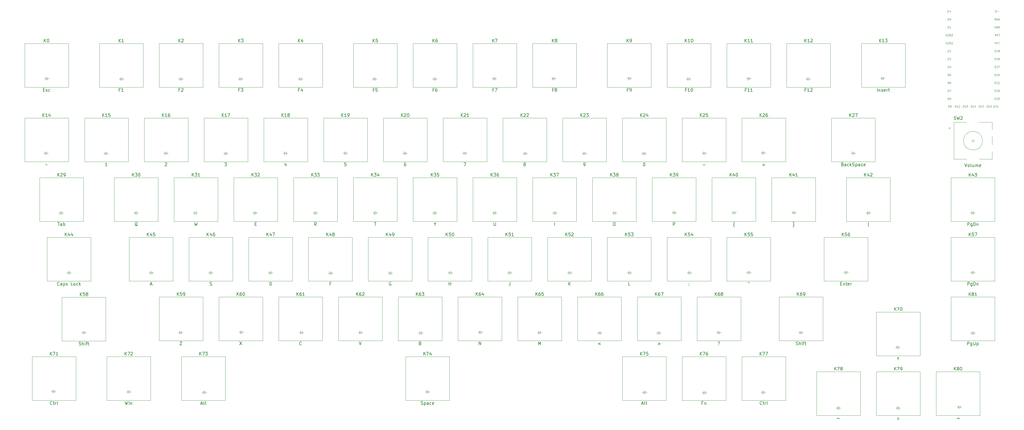
<source format=gbr>
%TF.GenerationSoftware,KiCad,Pcbnew,8.0.4*%
%TF.CreationDate,2024-09-14T21:21:30-04:00*%
%TF.ProjectId,mykeyboard2,6d796b65-7962-46f6-9172-64322e6b6963,rev?*%
%TF.SameCoordinates,Original*%
%TF.FileFunction,Legend,Top*%
%TF.FilePolarity,Positive*%
%FSLAX46Y46*%
G04 Gerber Fmt 4.6, Leading zero omitted, Abs format (unit mm)*
G04 Created by KiCad (PCBNEW 8.0.4) date 2024-09-14 21:21:30*
%MOMM*%
%LPD*%
G01*
G04 APERTURE LIST*
%ADD10C,0.150000*%
%ADD11C,0.100000*%
%ADD12C,0.120000*%
G04 APERTURE END LIST*
D10*
X70871905Y-52908319D02*
X70871905Y-51908319D01*
X71443333Y-52908319D02*
X71014762Y-52336890D01*
X71443333Y-51908319D02*
X70871905Y-52479747D01*
X72062381Y-51908319D02*
X72157619Y-51908319D01*
X72157619Y-51908319D02*
X72252857Y-51955938D01*
X72252857Y-51955938D02*
X72300476Y-52003557D01*
X72300476Y-52003557D02*
X72348095Y-52098795D01*
X72348095Y-52098795D02*
X72395714Y-52289271D01*
X72395714Y-52289271D02*
X72395714Y-52527366D01*
X72395714Y-52527366D02*
X72348095Y-52717842D01*
X72348095Y-52717842D02*
X72300476Y-52813080D01*
X72300476Y-52813080D02*
X72252857Y-52860700D01*
X72252857Y-52860700D02*
X72157619Y-52908319D01*
X72157619Y-52908319D02*
X72062381Y-52908319D01*
X72062381Y-52908319D02*
X71967143Y-52860700D01*
X71967143Y-52860700D02*
X71919524Y-52813080D01*
X71919524Y-52813080D02*
X71871905Y-52717842D01*
X71871905Y-52717842D02*
X71824286Y-52527366D01*
X71824286Y-52527366D02*
X71824286Y-52289271D01*
X71824286Y-52289271D02*
X71871905Y-52098795D01*
X71871905Y-52098795D02*
X71919524Y-52003557D01*
X71919524Y-52003557D02*
X71967143Y-51955938D01*
X71967143Y-51955938D02*
X72062381Y-51908319D01*
X70562381Y-68132509D02*
X70895714Y-68132509D01*
X71038571Y-68656319D02*
X70562381Y-68656319D01*
X70562381Y-68656319D02*
X70562381Y-67656319D01*
X70562381Y-67656319D02*
X71038571Y-67656319D01*
X71419524Y-68608700D02*
X71514762Y-68656319D01*
X71514762Y-68656319D02*
X71705238Y-68656319D01*
X71705238Y-68656319D02*
X71800476Y-68608700D01*
X71800476Y-68608700D02*
X71848095Y-68513461D01*
X71848095Y-68513461D02*
X71848095Y-68465842D01*
X71848095Y-68465842D02*
X71800476Y-68370604D01*
X71800476Y-68370604D02*
X71705238Y-68322985D01*
X71705238Y-68322985D02*
X71562381Y-68322985D01*
X71562381Y-68322985D02*
X71467143Y-68275366D01*
X71467143Y-68275366D02*
X71419524Y-68180128D01*
X71419524Y-68180128D02*
X71419524Y-68132509D01*
X71419524Y-68132509D02*
X71467143Y-68037271D01*
X71467143Y-68037271D02*
X71562381Y-67989652D01*
X71562381Y-67989652D02*
X71705238Y-67989652D01*
X71705238Y-67989652D02*
X71800476Y-68037271D01*
X72705238Y-68608700D02*
X72610000Y-68656319D01*
X72610000Y-68656319D02*
X72419524Y-68656319D01*
X72419524Y-68656319D02*
X72324286Y-68608700D01*
X72324286Y-68608700D02*
X72276667Y-68561080D01*
X72276667Y-68561080D02*
X72229048Y-68465842D01*
X72229048Y-68465842D02*
X72229048Y-68180128D01*
X72229048Y-68180128D02*
X72276667Y-68084890D01*
X72276667Y-68084890D02*
X72324286Y-68037271D01*
X72324286Y-68037271D02*
X72419524Y-67989652D01*
X72419524Y-67989652D02*
X72610000Y-67989652D01*
X72610000Y-67989652D02*
X72705238Y-68037271D01*
X260895714Y-152920819D02*
X260895714Y-151920819D01*
X261467142Y-152920819D02*
X261038571Y-152349390D01*
X261467142Y-151920819D02*
X260895714Y-152492247D01*
X261800476Y-151920819D02*
X262467142Y-151920819D01*
X262467142Y-151920819D02*
X262038571Y-152920819D01*
X263324285Y-151920819D02*
X262848095Y-151920819D01*
X262848095Y-151920819D02*
X262800476Y-152397009D01*
X262800476Y-152397009D02*
X262848095Y-152349390D01*
X262848095Y-152349390D02*
X262943333Y-152301771D01*
X262943333Y-152301771D02*
X263181428Y-152301771D01*
X263181428Y-152301771D02*
X263276666Y-152349390D01*
X263276666Y-152349390D02*
X263324285Y-152397009D01*
X263324285Y-152397009D02*
X263371904Y-152492247D01*
X263371904Y-152492247D02*
X263371904Y-152730342D01*
X263371904Y-152730342D02*
X263324285Y-152825580D01*
X263324285Y-152825580D02*
X263276666Y-152873200D01*
X263276666Y-152873200D02*
X263181428Y-152920819D01*
X263181428Y-152920819D02*
X262943333Y-152920819D01*
X262943333Y-152920819D02*
X262848095Y-152873200D01*
X262848095Y-152873200D02*
X262800476Y-152825580D01*
X261324285Y-168383104D02*
X261800475Y-168383104D01*
X261229047Y-168668819D02*
X261562380Y-167668819D01*
X261562380Y-167668819D02*
X261895713Y-168668819D01*
X262371904Y-168668819D02*
X262276666Y-168621200D01*
X262276666Y-168621200D02*
X262229047Y-168525961D01*
X262229047Y-168525961D02*
X262229047Y-167668819D01*
X262610000Y-168002152D02*
X262990952Y-168002152D01*
X262752857Y-167668819D02*
X262752857Y-168525961D01*
X262752857Y-168525961D02*
X262800476Y-168621200D01*
X262800476Y-168621200D02*
X262895714Y-168668819D01*
X262895714Y-168668819D02*
X262990952Y-168668819D01*
X265658214Y-133870819D02*
X265658214Y-132870819D01*
X266229642Y-133870819D02*
X265801071Y-133299390D01*
X266229642Y-132870819D02*
X265658214Y-133442247D01*
X267086785Y-132870819D02*
X266896309Y-132870819D01*
X266896309Y-132870819D02*
X266801071Y-132918438D01*
X266801071Y-132918438D02*
X266753452Y-132966057D01*
X266753452Y-132966057D02*
X266658214Y-133108914D01*
X266658214Y-133108914D02*
X266610595Y-133299390D01*
X266610595Y-133299390D02*
X266610595Y-133680342D01*
X266610595Y-133680342D02*
X266658214Y-133775580D01*
X266658214Y-133775580D02*
X266705833Y-133823200D01*
X266705833Y-133823200D02*
X266801071Y-133870819D01*
X266801071Y-133870819D02*
X266991547Y-133870819D01*
X266991547Y-133870819D02*
X267086785Y-133823200D01*
X267086785Y-133823200D02*
X267134404Y-133775580D01*
X267134404Y-133775580D02*
X267182023Y-133680342D01*
X267182023Y-133680342D02*
X267182023Y-133442247D01*
X267182023Y-133442247D02*
X267134404Y-133347009D01*
X267134404Y-133347009D02*
X267086785Y-133299390D01*
X267086785Y-133299390D02*
X266991547Y-133251771D01*
X266991547Y-133251771D02*
X266801071Y-133251771D01*
X266801071Y-133251771D02*
X266705833Y-133299390D01*
X266705833Y-133299390D02*
X266658214Y-133347009D01*
X266658214Y-133347009D02*
X266610595Y-133442247D01*
X267515357Y-132870819D02*
X268182023Y-132870819D01*
X268182023Y-132870819D02*
X267753452Y-133870819D01*
X266491548Y-148952152D02*
X267253453Y-149237866D01*
X267253453Y-149237866D02*
X266491548Y-149523580D01*
X113734405Y-52908319D02*
X113734405Y-51908319D01*
X114305833Y-52908319D02*
X113877262Y-52336890D01*
X114305833Y-51908319D02*
X113734405Y-52479747D01*
X114686786Y-52003557D02*
X114734405Y-51955938D01*
X114734405Y-51955938D02*
X114829643Y-51908319D01*
X114829643Y-51908319D02*
X115067738Y-51908319D01*
X115067738Y-51908319D02*
X115162976Y-51955938D01*
X115162976Y-51955938D02*
X115210595Y-52003557D01*
X115210595Y-52003557D02*
X115258214Y-52098795D01*
X115258214Y-52098795D02*
X115258214Y-52194033D01*
X115258214Y-52194033D02*
X115210595Y-52336890D01*
X115210595Y-52336890D02*
X114639167Y-52908319D01*
X114639167Y-52908319D02*
X115258214Y-52908319D01*
X114139166Y-68132509D02*
X113805833Y-68132509D01*
X113805833Y-68656319D02*
X113805833Y-67656319D01*
X113805833Y-67656319D02*
X114282023Y-67656319D01*
X114615357Y-67751557D02*
X114662976Y-67703938D01*
X114662976Y-67703938D02*
X114758214Y-67656319D01*
X114758214Y-67656319D02*
X114996309Y-67656319D01*
X114996309Y-67656319D02*
X115091547Y-67703938D01*
X115091547Y-67703938D02*
X115139166Y-67751557D01*
X115139166Y-67751557D02*
X115186785Y-67846795D01*
X115186785Y-67846795D02*
X115186785Y-67942033D01*
X115186785Y-67942033D02*
X115139166Y-68084890D01*
X115139166Y-68084890D02*
X114567738Y-68656319D01*
X114567738Y-68656319D02*
X115186785Y-68656319D01*
X198983214Y-114820819D02*
X198983214Y-113820819D01*
X199554642Y-114820819D02*
X199126071Y-114249390D01*
X199554642Y-113820819D02*
X198983214Y-114392247D01*
X200459404Y-113820819D02*
X199983214Y-113820819D01*
X199983214Y-113820819D02*
X199935595Y-114297009D01*
X199935595Y-114297009D02*
X199983214Y-114249390D01*
X199983214Y-114249390D02*
X200078452Y-114201771D01*
X200078452Y-114201771D02*
X200316547Y-114201771D01*
X200316547Y-114201771D02*
X200411785Y-114249390D01*
X200411785Y-114249390D02*
X200459404Y-114297009D01*
X200459404Y-114297009D02*
X200507023Y-114392247D01*
X200507023Y-114392247D02*
X200507023Y-114630342D01*
X200507023Y-114630342D02*
X200459404Y-114725580D01*
X200459404Y-114725580D02*
X200411785Y-114773200D01*
X200411785Y-114773200D02*
X200316547Y-114820819D01*
X200316547Y-114820819D02*
X200078452Y-114820819D01*
X200078452Y-114820819D02*
X199983214Y-114773200D01*
X199983214Y-114773200D02*
X199935595Y-114725580D01*
X201126071Y-113820819D02*
X201221309Y-113820819D01*
X201221309Y-113820819D02*
X201316547Y-113868438D01*
X201316547Y-113868438D02*
X201364166Y-113916057D01*
X201364166Y-113916057D02*
X201411785Y-114011295D01*
X201411785Y-114011295D02*
X201459404Y-114201771D01*
X201459404Y-114201771D02*
X201459404Y-114439866D01*
X201459404Y-114439866D02*
X201411785Y-114630342D01*
X201411785Y-114630342D02*
X201364166Y-114725580D01*
X201364166Y-114725580D02*
X201316547Y-114773200D01*
X201316547Y-114773200D02*
X201221309Y-114820819D01*
X201221309Y-114820819D02*
X201126071Y-114820819D01*
X201126071Y-114820819D02*
X201030833Y-114773200D01*
X201030833Y-114773200D02*
X200983214Y-114725580D01*
X200983214Y-114725580D02*
X200935595Y-114630342D01*
X200935595Y-114630342D02*
X200887976Y-114439866D01*
X200887976Y-114439866D02*
X200887976Y-114201771D01*
X200887976Y-114201771D02*
X200935595Y-114011295D01*
X200935595Y-114011295D02*
X200983214Y-113916057D01*
X200983214Y-113916057D02*
X201030833Y-113868438D01*
X201030833Y-113868438D02*
X201126071Y-113820819D01*
X199911786Y-130568819D02*
X199911786Y-129568819D01*
X199911786Y-130045009D02*
X200483214Y-130045009D01*
X200483214Y-130568819D02*
X200483214Y-129568819D01*
X279945714Y-76720819D02*
X279945714Y-75720819D01*
X280517142Y-76720819D02*
X280088571Y-76149390D01*
X280517142Y-75720819D02*
X279945714Y-76292247D01*
X280898095Y-75816057D02*
X280945714Y-75768438D01*
X280945714Y-75768438D02*
X281040952Y-75720819D01*
X281040952Y-75720819D02*
X281279047Y-75720819D01*
X281279047Y-75720819D02*
X281374285Y-75768438D01*
X281374285Y-75768438D02*
X281421904Y-75816057D01*
X281421904Y-75816057D02*
X281469523Y-75911295D01*
X281469523Y-75911295D02*
X281469523Y-76006533D01*
X281469523Y-76006533D02*
X281421904Y-76149390D01*
X281421904Y-76149390D02*
X280850476Y-76720819D01*
X280850476Y-76720819D02*
X281469523Y-76720819D01*
X282374285Y-75720819D02*
X281898095Y-75720819D01*
X281898095Y-75720819D02*
X281850476Y-76197009D01*
X281850476Y-76197009D02*
X281898095Y-76149390D01*
X281898095Y-76149390D02*
X281993333Y-76101771D01*
X281993333Y-76101771D02*
X282231428Y-76101771D01*
X282231428Y-76101771D02*
X282326666Y-76149390D01*
X282326666Y-76149390D02*
X282374285Y-76197009D01*
X282374285Y-76197009D02*
X282421904Y-76292247D01*
X282421904Y-76292247D02*
X282421904Y-76530342D01*
X282421904Y-76530342D02*
X282374285Y-76625580D01*
X282374285Y-76625580D02*
X282326666Y-76673200D01*
X282326666Y-76673200D02*
X282231428Y-76720819D01*
X282231428Y-76720819D02*
X281993333Y-76720819D01*
X281993333Y-76720819D02*
X281898095Y-76673200D01*
X281898095Y-76673200D02*
X281850476Y-76625580D01*
X280779048Y-92087866D02*
X281540953Y-92087866D01*
X160883214Y-114820819D02*
X160883214Y-113820819D01*
X161454642Y-114820819D02*
X161026071Y-114249390D01*
X161454642Y-113820819D02*
X160883214Y-114392247D01*
X162311785Y-114154152D02*
X162311785Y-114820819D01*
X162073690Y-113773200D02*
X161835595Y-114487485D01*
X161835595Y-114487485D02*
X162454642Y-114487485D01*
X162978452Y-114249390D02*
X162883214Y-114201771D01*
X162883214Y-114201771D02*
X162835595Y-114154152D01*
X162835595Y-114154152D02*
X162787976Y-114058914D01*
X162787976Y-114058914D02*
X162787976Y-114011295D01*
X162787976Y-114011295D02*
X162835595Y-113916057D01*
X162835595Y-113916057D02*
X162883214Y-113868438D01*
X162883214Y-113868438D02*
X162978452Y-113820819D01*
X162978452Y-113820819D02*
X163168928Y-113820819D01*
X163168928Y-113820819D02*
X163264166Y-113868438D01*
X163264166Y-113868438D02*
X163311785Y-113916057D01*
X163311785Y-113916057D02*
X163359404Y-114011295D01*
X163359404Y-114011295D02*
X163359404Y-114058914D01*
X163359404Y-114058914D02*
X163311785Y-114154152D01*
X163311785Y-114154152D02*
X163264166Y-114201771D01*
X163264166Y-114201771D02*
X163168928Y-114249390D01*
X163168928Y-114249390D02*
X162978452Y-114249390D01*
X162978452Y-114249390D02*
X162883214Y-114297009D01*
X162883214Y-114297009D02*
X162835595Y-114344628D01*
X162835595Y-114344628D02*
X162787976Y-114439866D01*
X162787976Y-114439866D02*
X162787976Y-114630342D01*
X162787976Y-114630342D02*
X162835595Y-114725580D01*
X162835595Y-114725580D02*
X162883214Y-114773200D01*
X162883214Y-114773200D02*
X162978452Y-114820819D01*
X162978452Y-114820819D02*
X163168928Y-114820819D01*
X163168928Y-114820819D02*
X163264166Y-114773200D01*
X163264166Y-114773200D02*
X163311785Y-114725580D01*
X163311785Y-114725580D02*
X163359404Y-114630342D01*
X163359404Y-114630342D02*
X163359404Y-114439866D01*
X163359404Y-114439866D02*
X163311785Y-114344628D01*
X163311785Y-114344628D02*
X163264166Y-114297009D01*
X163264166Y-114297009D02*
X163168928Y-114249390D01*
X162240357Y-130045009D02*
X161907024Y-130045009D01*
X161907024Y-130568819D02*
X161907024Y-129568819D01*
X161907024Y-129568819D02*
X162383214Y-129568819D01*
X146595714Y-76720819D02*
X146595714Y-75720819D01*
X147167142Y-76720819D02*
X146738571Y-76149390D01*
X147167142Y-75720819D02*
X146595714Y-76292247D01*
X148119523Y-76720819D02*
X147548095Y-76720819D01*
X147833809Y-76720819D02*
X147833809Y-75720819D01*
X147833809Y-75720819D02*
X147738571Y-75863676D01*
X147738571Y-75863676D02*
X147643333Y-75958914D01*
X147643333Y-75958914D02*
X147548095Y-76006533D01*
X148690952Y-76149390D02*
X148595714Y-76101771D01*
X148595714Y-76101771D02*
X148548095Y-76054152D01*
X148548095Y-76054152D02*
X148500476Y-75958914D01*
X148500476Y-75958914D02*
X148500476Y-75911295D01*
X148500476Y-75911295D02*
X148548095Y-75816057D01*
X148548095Y-75816057D02*
X148595714Y-75768438D01*
X148595714Y-75768438D02*
X148690952Y-75720819D01*
X148690952Y-75720819D02*
X148881428Y-75720819D01*
X148881428Y-75720819D02*
X148976666Y-75768438D01*
X148976666Y-75768438D02*
X149024285Y-75816057D01*
X149024285Y-75816057D02*
X149071904Y-75911295D01*
X149071904Y-75911295D02*
X149071904Y-75958914D01*
X149071904Y-75958914D02*
X149024285Y-76054152D01*
X149024285Y-76054152D02*
X148976666Y-76101771D01*
X148976666Y-76101771D02*
X148881428Y-76149390D01*
X148881428Y-76149390D02*
X148690952Y-76149390D01*
X148690952Y-76149390D02*
X148595714Y-76197009D01*
X148595714Y-76197009D02*
X148548095Y-76244628D01*
X148548095Y-76244628D02*
X148500476Y-76339866D01*
X148500476Y-76339866D02*
X148500476Y-76530342D01*
X148500476Y-76530342D02*
X148548095Y-76625580D01*
X148548095Y-76625580D02*
X148595714Y-76673200D01*
X148595714Y-76673200D02*
X148690952Y-76720819D01*
X148690952Y-76720819D02*
X148881428Y-76720819D01*
X148881428Y-76720819D02*
X148976666Y-76673200D01*
X148976666Y-76673200D02*
X149024285Y-76625580D01*
X149024285Y-76625580D02*
X149071904Y-76530342D01*
X149071904Y-76530342D02*
X149071904Y-76339866D01*
X149071904Y-76339866D02*
X149024285Y-76244628D01*
X149024285Y-76244628D02*
X148976666Y-76197009D01*
X148976666Y-76197009D02*
X148881428Y-76149390D01*
X148000476Y-91802152D02*
X148000476Y-92468819D01*
X147762381Y-91421200D02*
X147524286Y-92135485D01*
X147524286Y-92135485D02*
X148143333Y-92135485D01*
X275183214Y-52908319D02*
X275183214Y-51908319D01*
X275754642Y-52908319D02*
X275326071Y-52336890D01*
X275754642Y-51908319D02*
X275183214Y-52479747D01*
X276707023Y-52908319D02*
X276135595Y-52908319D01*
X276421309Y-52908319D02*
X276421309Y-51908319D01*
X276421309Y-51908319D02*
X276326071Y-52051176D01*
X276326071Y-52051176D02*
X276230833Y-52146414D01*
X276230833Y-52146414D02*
X276135595Y-52194033D01*
X277326071Y-51908319D02*
X277421309Y-51908319D01*
X277421309Y-51908319D02*
X277516547Y-51955938D01*
X277516547Y-51955938D02*
X277564166Y-52003557D01*
X277564166Y-52003557D02*
X277611785Y-52098795D01*
X277611785Y-52098795D02*
X277659404Y-52289271D01*
X277659404Y-52289271D02*
X277659404Y-52527366D01*
X277659404Y-52527366D02*
X277611785Y-52717842D01*
X277611785Y-52717842D02*
X277564166Y-52813080D01*
X277564166Y-52813080D02*
X277516547Y-52860700D01*
X277516547Y-52860700D02*
X277421309Y-52908319D01*
X277421309Y-52908319D02*
X277326071Y-52908319D01*
X277326071Y-52908319D02*
X277230833Y-52860700D01*
X277230833Y-52860700D02*
X277183214Y-52813080D01*
X277183214Y-52813080D02*
X277135595Y-52717842D01*
X277135595Y-52717842D02*
X277087976Y-52527366D01*
X277087976Y-52527366D02*
X277087976Y-52289271D01*
X277087976Y-52289271D02*
X277135595Y-52098795D01*
X277135595Y-52098795D02*
X277183214Y-52003557D01*
X277183214Y-52003557D02*
X277230833Y-51955938D01*
X277230833Y-51955938D02*
X277326071Y-51908319D01*
X275587976Y-68132509D02*
X275254643Y-68132509D01*
X275254643Y-68656319D02*
X275254643Y-67656319D01*
X275254643Y-67656319D02*
X275730833Y-67656319D01*
X276635595Y-68656319D02*
X276064167Y-68656319D01*
X276349881Y-68656319D02*
X276349881Y-67656319D01*
X276349881Y-67656319D02*
X276254643Y-67799176D01*
X276254643Y-67799176D02*
X276159405Y-67894414D01*
X276159405Y-67894414D02*
X276064167Y-67942033D01*
X277254643Y-67656319D02*
X277349881Y-67656319D01*
X277349881Y-67656319D02*
X277445119Y-67703938D01*
X277445119Y-67703938D02*
X277492738Y-67751557D01*
X277492738Y-67751557D02*
X277540357Y-67846795D01*
X277540357Y-67846795D02*
X277587976Y-68037271D01*
X277587976Y-68037271D02*
X277587976Y-68275366D01*
X277587976Y-68275366D02*
X277540357Y-68465842D01*
X277540357Y-68465842D02*
X277492738Y-68561080D01*
X277492738Y-68561080D02*
X277445119Y-68608700D01*
X277445119Y-68608700D02*
X277349881Y-68656319D01*
X277349881Y-68656319D02*
X277254643Y-68656319D01*
X277254643Y-68656319D02*
X277159405Y-68608700D01*
X277159405Y-68608700D02*
X277111786Y-68561080D01*
X277111786Y-68561080D02*
X277064167Y-68465842D01*
X277064167Y-68465842D02*
X277016548Y-68275366D01*
X277016548Y-68275366D02*
X277016548Y-68037271D01*
X277016548Y-68037271D02*
X277064167Y-67846795D01*
X277064167Y-67846795D02*
X277111786Y-67751557D01*
X277111786Y-67751557D02*
X277159405Y-67703938D01*
X277159405Y-67703938D02*
X277254643Y-67656319D01*
X365670714Y-114820819D02*
X365670714Y-113820819D01*
X366242142Y-114820819D02*
X365813571Y-114249390D01*
X366242142Y-113820819D02*
X365670714Y-114392247D01*
X367146904Y-113820819D02*
X366670714Y-113820819D01*
X366670714Y-113820819D02*
X366623095Y-114297009D01*
X366623095Y-114297009D02*
X366670714Y-114249390D01*
X366670714Y-114249390D02*
X366765952Y-114201771D01*
X366765952Y-114201771D02*
X367004047Y-114201771D01*
X367004047Y-114201771D02*
X367099285Y-114249390D01*
X367099285Y-114249390D02*
X367146904Y-114297009D01*
X367146904Y-114297009D02*
X367194523Y-114392247D01*
X367194523Y-114392247D02*
X367194523Y-114630342D01*
X367194523Y-114630342D02*
X367146904Y-114725580D01*
X367146904Y-114725580D02*
X367099285Y-114773200D01*
X367099285Y-114773200D02*
X367004047Y-114820819D01*
X367004047Y-114820819D02*
X366765952Y-114820819D01*
X366765952Y-114820819D02*
X366670714Y-114773200D01*
X366670714Y-114773200D02*
X366623095Y-114725580D01*
X367527857Y-113820819D02*
X368194523Y-113820819D01*
X368194523Y-113820819D02*
X367765952Y-114820819D01*
X365218333Y-130568819D02*
X365218333Y-129568819D01*
X365218333Y-129568819D02*
X365599285Y-129568819D01*
X365599285Y-129568819D02*
X365694523Y-129616438D01*
X365694523Y-129616438D02*
X365742142Y-129664057D01*
X365742142Y-129664057D02*
X365789761Y-129759295D01*
X365789761Y-129759295D02*
X365789761Y-129902152D01*
X365789761Y-129902152D02*
X365742142Y-129997390D01*
X365742142Y-129997390D02*
X365694523Y-130045009D01*
X365694523Y-130045009D02*
X365599285Y-130092628D01*
X365599285Y-130092628D02*
X365218333Y-130092628D01*
X366646904Y-129902152D02*
X366646904Y-130711676D01*
X366646904Y-130711676D02*
X366599285Y-130806914D01*
X366599285Y-130806914D02*
X366551666Y-130854533D01*
X366551666Y-130854533D02*
X366456428Y-130902152D01*
X366456428Y-130902152D02*
X366313571Y-130902152D01*
X366313571Y-130902152D02*
X366218333Y-130854533D01*
X366646904Y-130521200D02*
X366551666Y-130568819D01*
X366551666Y-130568819D02*
X366361190Y-130568819D01*
X366361190Y-130568819D02*
X366265952Y-130521200D01*
X366265952Y-130521200D02*
X366218333Y-130473580D01*
X366218333Y-130473580D02*
X366170714Y-130378342D01*
X366170714Y-130378342D02*
X366170714Y-130092628D01*
X366170714Y-130092628D02*
X366218333Y-129997390D01*
X366218333Y-129997390D02*
X366265952Y-129949771D01*
X366265952Y-129949771D02*
X366361190Y-129902152D01*
X366361190Y-129902152D02*
X366551666Y-129902152D01*
X366551666Y-129902152D02*
X366646904Y-129949771D01*
X367123095Y-130568819D02*
X367123095Y-129568819D01*
X367123095Y-129568819D02*
X367361190Y-129568819D01*
X367361190Y-129568819D02*
X367504047Y-129616438D01*
X367504047Y-129616438D02*
X367599285Y-129711676D01*
X367599285Y-129711676D02*
X367646904Y-129806914D01*
X367646904Y-129806914D02*
X367694523Y-129997390D01*
X367694523Y-129997390D02*
X367694523Y-130140247D01*
X367694523Y-130140247D02*
X367646904Y-130330723D01*
X367646904Y-130330723D02*
X367599285Y-130425961D01*
X367599285Y-130425961D02*
X367504047Y-130521200D01*
X367504047Y-130521200D02*
X367361190Y-130568819D01*
X367361190Y-130568819D02*
X367123095Y-130568819D01*
X368123095Y-129902152D02*
X368123095Y-130568819D01*
X368123095Y-129997390D02*
X368170714Y-129949771D01*
X368170714Y-129949771D02*
X368265952Y-129902152D01*
X368265952Y-129902152D02*
X368408809Y-129902152D01*
X368408809Y-129902152D02*
X368504047Y-129949771D01*
X368504047Y-129949771D02*
X368551666Y-130045009D01*
X368551666Y-130045009D02*
X368551666Y-130568819D01*
X251370714Y-95770819D02*
X251370714Y-94770819D01*
X251942142Y-95770819D02*
X251513571Y-95199390D01*
X251942142Y-94770819D02*
X251370714Y-95342247D01*
X252275476Y-94770819D02*
X252894523Y-94770819D01*
X252894523Y-94770819D02*
X252561190Y-95151771D01*
X252561190Y-95151771D02*
X252704047Y-95151771D01*
X252704047Y-95151771D02*
X252799285Y-95199390D01*
X252799285Y-95199390D02*
X252846904Y-95247009D01*
X252846904Y-95247009D02*
X252894523Y-95342247D01*
X252894523Y-95342247D02*
X252894523Y-95580342D01*
X252894523Y-95580342D02*
X252846904Y-95675580D01*
X252846904Y-95675580D02*
X252799285Y-95723200D01*
X252799285Y-95723200D02*
X252704047Y-95770819D01*
X252704047Y-95770819D02*
X252418333Y-95770819D01*
X252418333Y-95770819D02*
X252323095Y-95723200D01*
X252323095Y-95723200D02*
X252275476Y-95675580D01*
X253465952Y-95199390D02*
X253370714Y-95151771D01*
X253370714Y-95151771D02*
X253323095Y-95104152D01*
X253323095Y-95104152D02*
X253275476Y-95008914D01*
X253275476Y-95008914D02*
X253275476Y-94961295D01*
X253275476Y-94961295D02*
X253323095Y-94866057D01*
X253323095Y-94866057D02*
X253370714Y-94818438D01*
X253370714Y-94818438D02*
X253465952Y-94770819D01*
X253465952Y-94770819D02*
X253656428Y-94770819D01*
X253656428Y-94770819D02*
X253751666Y-94818438D01*
X253751666Y-94818438D02*
X253799285Y-94866057D01*
X253799285Y-94866057D02*
X253846904Y-94961295D01*
X253846904Y-94961295D02*
X253846904Y-95008914D01*
X253846904Y-95008914D02*
X253799285Y-95104152D01*
X253799285Y-95104152D02*
X253751666Y-95151771D01*
X253751666Y-95151771D02*
X253656428Y-95199390D01*
X253656428Y-95199390D02*
X253465952Y-95199390D01*
X253465952Y-95199390D02*
X253370714Y-95247009D01*
X253370714Y-95247009D02*
X253323095Y-95294628D01*
X253323095Y-95294628D02*
X253275476Y-95389866D01*
X253275476Y-95389866D02*
X253275476Y-95580342D01*
X253275476Y-95580342D02*
X253323095Y-95675580D01*
X253323095Y-95675580D02*
X253370714Y-95723200D01*
X253370714Y-95723200D02*
X253465952Y-95770819D01*
X253465952Y-95770819D02*
X253656428Y-95770819D01*
X253656428Y-95770819D02*
X253751666Y-95723200D01*
X253751666Y-95723200D02*
X253799285Y-95675580D01*
X253799285Y-95675580D02*
X253846904Y-95580342D01*
X253846904Y-95580342D02*
X253846904Y-95389866D01*
X253846904Y-95389866D02*
X253799285Y-95294628D01*
X253799285Y-95294628D02*
X253751666Y-95247009D01*
X253751666Y-95247009D02*
X253656428Y-95199390D01*
X252489762Y-110518819D02*
X252680238Y-110518819D01*
X252680238Y-110518819D02*
X252775476Y-110566438D01*
X252775476Y-110566438D02*
X252870714Y-110661676D01*
X252870714Y-110661676D02*
X252918333Y-110852152D01*
X252918333Y-110852152D02*
X252918333Y-111185485D01*
X252918333Y-111185485D02*
X252870714Y-111375961D01*
X252870714Y-111375961D02*
X252775476Y-111471200D01*
X252775476Y-111471200D02*
X252680238Y-111518819D01*
X252680238Y-111518819D02*
X252489762Y-111518819D01*
X252489762Y-111518819D02*
X252394524Y-111471200D01*
X252394524Y-111471200D02*
X252299286Y-111375961D01*
X252299286Y-111375961D02*
X252251667Y-111185485D01*
X252251667Y-111185485D02*
X252251667Y-110852152D01*
X252251667Y-110852152D02*
X252299286Y-110661676D01*
X252299286Y-110661676D02*
X252394524Y-110566438D01*
X252394524Y-110566438D02*
X252489762Y-110518819D01*
X89445714Y-76720819D02*
X89445714Y-75720819D01*
X90017142Y-76720819D02*
X89588571Y-76149390D01*
X90017142Y-75720819D02*
X89445714Y-76292247D01*
X90969523Y-76720819D02*
X90398095Y-76720819D01*
X90683809Y-76720819D02*
X90683809Y-75720819D01*
X90683809Y-75720819D02*
X90588571Y-75863676D01*
X90588571Y-75863676D02*
X90493333Y-75958914D01*
X90493333Y-75958914D02*
X90398095Y-76006533D01*
X91874285Y-75720819D02*
X91398095Y-75720819D01*
X91398095Y-75720819D02*
X91350476Y-76197009D01*
X91350476Y-76197009D02*
X91398095Y-76149390D01*
X91398095Y-76149390D02*
X91493333Y-76101771D01*
X91493333Y-76101771D02*
X91731428Y-76101771D01*
X91731428Y-76101771D02*
X91826666Y-76149390D01*
X91826666Y-76149390D02*
X91874285Y-76197009D01*
X91874285Y-76197009D02*
X91921904Y-76292247D01*
X91921904Y-76292247D02*
X91921904Y-76530342D01*
X91921904Y-76530342D02*
X91874285Y-76625580D01*
X91874285Y-76625580D02*
X91826666Y-76673200D01*
X91826666Y-76673200D02*
X91731428Y-76720819D01*
X91731428Y-76720819D02*
X91493333Y-76720819D01*
X91493333Y-76720819D02*
X91398095Y-76673200D01*
X91398095Y-76673200D02*
X91350476Y-76625580D01*
X90945714Y-92468819D02*
X90374286Y-92468819D01*
X90660000Y-92468819D02*
X90660000Y-91468819D01*
X90660000Y-91468819D02*
X90564762Y-91611676D01*
X90564762Y-91611676D02*
X90469524Y-91706914D01*
X90469524Y-91706914D02*
X90374286Y-91754533D01*
X191820714Y-152910819D02*
X191820714Y-151910819D01*
X192392142Y-152910819D02*
X191963571Y-152339390D01*
X192392142Y-151910819D02*
X191820714Y-152482247D01*
X192725476Y-151910819D02*
X193392142Y-151910819D01*
X193392142Y-151910819D02*
X192963571Y-152910819D01*
X194201666Y-152244152D02*
X194201666Y-152910819D01*
X193963571Y-151863200D02*
X193725476Y-152577485D01*
X193725476Y-152577485D02*
X194344523Y-152577485D01*
X190987381Y-168611200D02*
X191130238Y-168658819D01*
X191130238Y-168658819D02*
X191368333Y-168658819D01*
X191368333Y-168658819D02*
X191463571Y-168611200D01*
X191463571Y-168611200D02*
X191511190Y-168563580D01*
X191511190Y-168563580D02*
X191558809Y-168468342D01*
X191558809Y-168468342D02*
X191558809Y-168373104D01*
X191558809Y-168373104D02*
X191511190Y-168277866D01*
X191511190Y-168277866D02*
X191463571Y-168230247D01*
X191463571Y-168230247D02*
X191368333Y-168182628D01*
X191368333Y-168182628D02*
X191177857Y-168135009D01*
X191177857Y-168135009D02*
X191082619Y-168087390D01*
X191082619Y-168087390D02*
X191035000Y-168039771D01*
X191035000Y-168039771D02*
X190987381Y-167944533D01*
X190987381Y-167944533D02*
X190987381Y-167849295D01*
X190987381Y-167849295D02*
X191035000Y-167754057D01*
X191035000Y-167754057D02*
X191082619Y-167706438D01*
X191082619Y-167706438D02*
X191177857Y-167658819D01*
X191177857Y-167658819D02*
X191415952Y-167658819D01*
X191415952Y-167658819D02*
X191558809Y-167706438D01*
X191987381Y-167992152D02*
X191987381Y-168992152D01*
X191987381Y-168039771D02*
X192082619Y-167992152D01*
X192082619Y-167992152D02*
X192273095Y-167992152D01*
X192273095Y-167992152D02*
X192368333Y-168039771D01*
X192368333Y-168039771D02*
X192415952Y-168087390D01*
X192415952Y-168087390D02*
X192463571Y-168182628D01*
X192463571Y-168182628D02*
X192463571Y-168468342D01*
X192463571Y-168468342D02*
X192415952Y-168563580D01*
X192415952Y-168563580D02*
X192368333Y-168611200D01*
X192368333Y-168611200D02*
X192273095Y-168658819D01*
X192273095Y-168658819D02*
X192082619Y-168658819D01*
X192082619Y-168658819D02*
X191987381Y-168611200D01*
X193320714Y-168658819D02*
X193320714Y-168135009D01*
X193320714Y-168135009D02*
X193273095Y-168039771D01*
X193273095Y-168039771D02*
X193177857Y-167992152D01*
X193177857Y-167992152D02*
X192987381Y-167992152D01*
X192987381Y-167992152D02*
X192892143Y-168039771D01*
X193320714Y-168611200D02*
X193225476Y-168658819D01*
X193225476Y-168658819D02*
X192987381Y-168658819D01*
X192987381Y-168658819D02*
X192892143Y-168611200D01*
X192892143Y-168611200D02*
X192844524Y-168515961D01*
X192844524Y-168515961D02*
X192844524Y-168420723D01*
X192844524Y-168420723D02*
X192892143Y-168325485D01*
X192892143Y-168325485D02*
X192987381Y-168277866D01*
X192987381Y-168277866D02*
X193225476Y-168277866D01*
X193225476Y-168277866D02*
X193320714Y-168230247D01*
X194225476Y-168611200D02*
X194130238Y-168658819D01*
X194130238Y-168658819D02*
X193939762Y-168658819D01*
X193939762Y-168658819D02*
X193844524Y-168611200D01*
X193844524Y-168611200D02*
X193796905Y-168563580D01*
X193796905Y-168563580D02*
X193749286Y-168468342D01*
X193749286Y-168468342D02*
X193749286Y-168182628D01*
X193749286Y-168182628D02*
X193796905Y-168087390D01*
X193796905Y-168087390D02*
X193844524Y-168039771D01*
X193844524Y-168039771D02*
X193939762Y-167992152D01*
X193939762Y-167992152D02*
X194130238Y-167992152D01*
X194130238Y-167992152D02*
X194225476Y-168039771D01*
X195035000Y-168611200D02*
X194939762Y-168658819D01*
X194939762Y-168658819D02*
X194749286Y-168658819D01*
X194749286Y-168658819D02*
X194654048Y-168611200D01*
X194654048Y-168611200D02*
X194606429Y-168515961D01*
X194606429Y-168515961D02*
X194606429Y-168135009D01*
X194606429Y-168135009D02*
X194654048Y-168039771D01*
X194654048Y-168039771D02*
X194749286Y-167992152D01*
X194749286Y-167992152D02*
X194939762Y-167992152D01*
X194939762Y-167992152D02*
X195035000Y-168039771D01*
X195035000Y-168039771D02*
X195082619Y-168135009D01*
X195082619Y-168135009D02*
X195082619Y-168230247D01*
X195082619Y-168230247D02*
X194606429Y-168325485D01*
X189458214Y-133870819D02*
X189458214Y-132870819D01*
X190029642Y-133870819D02*
X189601071Y-133299390D01*
X190029642Y-132870819D02*
X189458214Y-133442247D01*
X190886785Y-132870819D02*
X190696309Y-132870819D01*
X190696309Y-132870819D02*
X190601071Y-132918438D01*
X190601071Y-132918438D02*
X190553452Y-132966057D01*
X190553452Y-132966057D02*
X190458214Y-133108914D01*
X190458214Y-133108914D02*
X190410595Y-133299390D01*
X190410595Y-133299390D02*
X190410595Y-133680342D01*
X190410595Y-133680342D02*
X190458214Y-133775580D01*
X190458214Y-133775580D02*
X190505833Y-133823200D01*
X190505833Y-133823200D02*
X190601071Y-133870819D01*
X190601071Y-133870819D02*
X190791547Y-133870819D01*
X190791547Y-133870819D02*
X190886785Y-133823200D01*
X190886785Y-133823200D02*
X190934404Y-133775580D01*
X190934404Y-133775580D02*
X190982023Y-133680342D01*
X190982023Y-133680342D02*
X190982023Y-133442247D01*
X190982023Y-133442247D02*
X190934404Y-133347009D01*
X190934404Y-133347009D02*
X190886785Y-133299390D01*
X190886785Y-133299390D02*
X190791547Y-133251771D01*
X190791547Y-133251771D02*
X190601071Y-133251771D01*
X190601071Y-133251771D02*
X190505833Y-133299390D01*
X190505833Y-133299390D02*
X190458214Y-133347009D01*
X190458214Y-133347009D02*
X190410595Y-133442247D01*
X191315357Y-132870819D02*
X191934404Y-132870819D01*
X191934404Y-132870819D02*
X191601071Y-133251771D01*
X191601071Y-133251771D02*
X191743928Y-133251771D01*
X191743928Y-133251771D02*
X191839166Y-133299390D01*
X191839166Y-133299390D02*
X191886785Y-133347009D01*
X191886785Y-133347009D02*
X191934404Y-133442247D01*
X191934404Y-133442247D02*
X191934404Y-133680342D01*
X191934404Y-133680342D02*
X191886785Y-133775580D01*
X191886785Y-133775580D02*
X191839166Y-133823200D01*
X191839166Y-133823200D02*
X191743928Y-133870819D01*
X191743928Y-133870819D02*
X191458214Y-133870819D01*
X191458214Y-133870819D02*
X191362976Y-133823200D01*
X191362976Y-133823200D02*
X191315357Y-133775580D01*
X190743928Y-149095009D02*
X190886785Y-149142628D01*
X190886785Y-149142628D02*
X190934404Y-149190247D01*
X190934404Y-149190247D02*
X190982023Y-149285485D01*
X190982023Y-149285485D02*
X190982023Y-149428342D01*
X190982023Y-149428342D02*
X190934404Y-149523580D01*
X190934404Y-149523580D02*
X190886785Y-149571200D01*
X190886785Y-149571200D02*
X190791547Y-149618819D01*
X190791547Y-149618819D02*
X190410595Y-149618819D01*
X190410595Y-149618819D02*
X190410595Y-148618819D01*
X190410595Y-148618819D02*
X190743928Y-148618819D01*
X190743928Y-148618819D02*
X190839166Y-148666438D01*
X190839166Y-148666438D02*
X190886785Y-148714057D01*
X190886785Y-148714057D02*
X190934404Y-148809295D01*
X190934404Y-148809295D02*
X190934404Y-148904533D01*
X190934404Y-148904533D02*
X190886785Y-148999771D01*
X190886785Y-148999771D02*
X190839166Y-149047390D01*
X190839166Y-149047390D02*
X190743928Y-149095009D01*
X190743928Y-149095009D02*
X190410595Y-149095009D01*
X137070714Y-95770819D02*
X137070714Y-94770819D01*
X137642142Y-95770819D02*
X137213571Y-95199390D01*
X137642142Y-94770819D02*
X137070714Y-95342247D01*
X137975476Y-94770819D02*
X138594523Y-94770819D01*
X138594523Y-94770819D02*
X138261190Y-95151771D01*
X138261190Y-95151771D02*
X138404047Y-95151771D01*
X138404047Y-95151771D02*
X138499285Y-95199390D01*
X138499285Y-95199390D02*
X138546904Y-95247009D01*
X138546904Y-95247009D02*
X138594523Y-95342247D01*
X138594523Y-95342247D02*
X138594523Y-95580342D01*
X138594523Y-95580342D02*
X138546904Y-95675580D01*
X138546904Y-95675580D02*
X138499285Y-95723200D01*
X138499285Y-95723200D02*
X138404047Y-95770819D01*
X138404047Y-95770819D02*
X138118333Y-95770819D01*
X138118333Y-95770819D02*
X138023095Y-95723200D01*
X138023095Y-95723200D02*
X137975476Y-95675580D01*
X138975476Y-94866057D02*
X139023095Y-94818438D01*
X139023095Y-94818438D02*
X139118333Y-94770819D01*
X139118333Y-94770819D02*
X139356428Y-94770819D01*
X139356428Y-94770819D02*
X139451666Y-94818438D01*
X139451666Y-94818438D02*
X139499285Y-94866057D01*
X139499285Y-94866057D02*
X139546904Y-94961295D01*
X139546904Y-94961295D02*
X139546904Y-95056533D01*
X139546904Y-95056533D02*
X139499285Y-95199390D01*
X139499285Y-95199390D02*
X138927857Y-95770819D01*
X138927857Y-95770819D02*
X139546904Y-95770819D01*
X138070714Y-110995009D02*
X138404047Y-110995009D01*
X138546904Y-111518819D02*
X138070714Y-111518819D01*
X138070714Y-111518819D02*
X138070714Y-110518819D01*
X138070714Y-110518819D02*
X138546904Y-110518819D01*
X184695714Y-76720819D02*
X184695714Y-75720819D01*
X185267142Y-76720819D02*
X184838571Y-76149390D01*
X185267142Y-75720819D02*
X184695714Y-76292247D01*
X185648095Y-75816057D02*
X185695714Y-75768438D01*
X185695714Y-75768438D02*
X185790952Y-75720819D01*
X185790952Y-75720819D02*
X186029047Y-75720819D01*
X186029047Y-75720819D02*
X186124285Y-75768438D01*
X186124285Y-75768438D02*
X186171904Y-75816057D01*
X186171904Y-75816057D02*
X186219523Y-75911295D01*
X186219523Y-75911295D02*
X186219523Y-76006533D01*
X186219523Y-76006533D02*
X186171904Y-76149390D01*
X186171904Y-76149390D02*
X185600476Y-76720819D01*
X185600476Y-76720819D02*
X186219523Y-76720819D01*
X186838571Y-75720819D02*
X186933809Y-75720819D01*
X186933809Y-75720819D02*
X187029047Y-75768438D01*
X187029047Y-75768438D02*
X187076666Y-75816057D01*
X187076666Y-75816057D02*
X187124285Y-75911295D01*
X187124285Y-75911295D02*
X187171904Y-76101771D01*
X187171904Y-76101771D02*
X187171904Y-76339866D01*
X187171904Y-76339866D02*
X187124285Y-76530342D01*
X187124285Y-76530342D02*
X187076666Y-76625580D01*
X187076666Y-76625580D02*
X187029047Y-76673200D01*
X187029047Y-76673200D02*
X186933809Y-76720819D01*
X186933809Y-76720819D02*
X186838571Y-76720819D01*
X186838571Y-76720819D02*
X186743333Y-76673200D01*
X186743333Y-76673200D02*
X186695714Y-76625580D01*
X186695714Y-76625580D02*
X186648095Y-76530342D01*
X186648095Y-76530342D02*
X186600476Y-76339866D01*
X186600476Y-76339866D02*
X186600476Y-76101771D01*
X186600476Y-76101771D02*
X186648095Y-75911295D01*
X186648095Y-75911295D02*
X186695714Y-75816057D01*
X186695714Y-75816057D02*
X186743333Y-75768438D01*
X186743333Y-75768438D02*
X186838571Y-75720819D01*
X186100476Y-91468819D02*
X185910000Y-91468819D01*
X185910000Y-91468819D02*
X185814762Y-91516438D01*
X185814762Y-91516438D02*
X185767143Y-91564057D01*
X185767143Y-91564057D02*
X185671905Y-91706914D01*
X185671905Y-91706914D02*
X185624286Y-91897390D01*
X185624286Y-91897390D02*
X185624286Y-92278342D01*
X185624286Y-92278342D02*
X185671905Y-92373580D01*
X185671905Y-92373580D02*
X185719524Y-92421200D01*
X185719524Y-92421200D02*
X185814762Y-92468819D01*
X185814762Y-92468819D02*
X186005238Y-92468819D01*
X186005238Y-92468819D02*
X186100476Y-92421200D01*
X186100476Y-92421200D02*
X186148095Y-92373580D01*
X186148095Y-92373580D02*
X186195714Y-92278342D01*
X186195714Y-92278342D02*
X186195714Y-92040247D01*
X186195714Y-92040247D02*
X186148095Y-91945009D01*
X186148095Y-91945009D02*
X186100476Y-91897390D01*
X186100476Y-91897390D02*
X186005238Y-91849771D01*
X186005238Y-91849771D02*
X185814762Y-91849771D01*
X185814762Y-91849771D02*
X185719524Y-91897390D01*
X185719524Y-91897390D02*
X185671905Y-91945009D01*
X185671905Y-91945009D02*
X185624286Y-92040247D01*
X322808214Y-157683319D02*
X322808214Y-156683319D01*
X323379642Y-157683319D02*
X322951071Y-157111890D01*
X323379642Y-156683319D02*
X322808214Y-157254747D01*
X323712976Y-156683319D02*
X324379642Y-156683319D01*
X324379642Y-156683319D02*
X323951071Y-157683319D01*
X324903452Y-157111890D02*
X324808214Y-157064271D01*
X324808214Y-157064271D02*
X324760595Y-157016652D01*
X324760595Y-157016652D02*
X324712976Y-156921414D01*
X324712976Y-156921414D02*
X324712976Y-156873795D01*
X324712976Y-156873795D02*
X324760595Y-156778557D01*
X324760595Y-156778557D02*
X324808214Y-156730938D01*
X324808214Y-156730938D02*
X324903452Y-156683319D01*
X324903452Y-156683319D02*
X325093928Y-156683319D01*
X325093928Y-156683319D02*
X325189166Y-156730938D01*
X325189166Y-156730938D02*
X325236785Y-156778557D01*
X325236785Y-156778557D02*
X325284404Y-156873795D01*
X325284404Y-156873795D02*
X325284404Y-156921414D01*
X325284404Y-156921414D02*
X325236785Y-157016652D01*
X325236785Y-157016652D02*
X325189166Y-157064271D01*
X325189166Y-157064271D02*
X325093928Y-157111890D01*
X325093928Y-157111890D02*
X324903452Y-157111890D01*
X324903452Y-157111890D02*
X324808214Y-157159509D01*
X324808214Y-157159509D02*
X324760595Y-157207128D01*
X324760595Y-157207128D02*
X324712976Y-157302366D01*
X324712976Y-157302366D02*
X324712976Y-157492842D01*
X324712976Y-157492842D02*
X324760595Y-157588080D01*
X324760595Y-157588080D02*
X324808214Y-157635700D01*
X324808214Y-157635700D02*
X324903452Y-157683319D01*
X324903452Y-157683319D02*
X325093928Y-157683319D01*
X325093928Y-157683319D02*
X325189166Y-157635700D01*
X325189166Y-157635700D02*
X325236785Y-157588080D01*
X325236785Y-157588080D02*
X325284404Y-157492842D01*
X325284404Y-157492842D02*
X325284404Y-157302366D01*
X325284404Y-157302366D02*
X325236785Y-157207128D01*
X325236785Y-157207128D02*
X325189166Y-157159509D01*
X325189166Y-157159509D02*
X325093928Y-157111890D01*
X324403453Y-173050366D02*
X323641548Y-173050366D01*
X323832024Y-173240842D02*
X323641548Y-173050366D01*
X323641548Y-173050366D02*
X323832024Y-172859890D01*
X170408214Y-133870819D02*
X170408214Y-132870819D01*
X170979642Y-133870819D02*
X170551071Y-133299390D01*
X170979642Y-132870819D02*
X170408214Y-133442247D01*
X171836785Y-132870819D02*
X171646309Y-132870819D01*
X171646309Y-132870819D02*
X171551071Y-132918438D01*
X171551071Y-132918438D02*
X171503452Y-132966057D01*
X171503452Y-132966057D02*
X171408214Y-133108914D01*
X171408214Y-133108914D02*
X171360595Y-133299390D01*
X171360595Y-133299390D02*
X171360595Y-133680342D01*
X171360595Y-133680342D02*
X171408214Y-133775580D01*
X171408214Y-133775580D02*
X171455833Y-133823200D01*
X171455833Y-133823200D02*
X171551071Y-133870819D01*
X171551071Y-133870819D02*
X171741547Y-133870819D01*
X171741547Y-133870819D02*
X171836785Y-133823200D01*
X171836785Y-133823200D02*
X171884404Y-133775580D01*
X171884404Y-133775580D02*
X171932023Y-133680342D01*
X171932023Y-133680342D02*
X171932023Y-133442247D01*
X171932023Y-133442247D02*
X171884404Y-133347009D01*
X171884404Y-133347009D02*
X171836785Y-133299390D01*
X171836785Y-133299390D02*
X171741547Y-133251771D01*
X171741547Y-133251771D02*
X171551071Y-133251771D01*
X171551071Y-133251771D02*
X171455833Y-133299390D01*
X171455833Y-133299390D02*
X171408214Y-133347009D01*
X171408214Y-133347009D02*
X171360595Y-133442247D01*
X172312976Y-132966057D02*
X172360595Y-132918438D01*
X172360595Y-132918438D02*
X172455833Y-132870819D01*
X172455833Y-132870819D02*
X172693928Y-132870819D01*
X172693928Y-132870819D02*
X172789166Y-132918438D01*
X172789166Y-132918438D02*
X172836785Y-132966057D01*
X172836785Y-132966057D02*
X172884404Y-133061295D01*
X172884404Y-133061295D02*
X172884404Y-133156533D01*
X172884404Y-133156533D02*
X172836785Y-133299390D01*
X172836785Y-133299390D02*
X172265357Y-133870819D01*
X172265357Y-133870819D02*
X172884404Y-133870819D01*
X171289167Y-148618819D02*
X171622500Y-149618819D01*
X171622500Y-149618819D02*
X171955833Y-148618819D01*
X256133214Y-114820819D02*
X256133214Y-113820819D01*
X256704642Y-114820819D02*
X256276071Y-114249390D01*
X256704642Y-113820819D02*
X256133214Y-114392247D01*
X257609404Y-113820819D02*
X257133214Y-113820819D01*
X257133214Y-113820819D02*
X257085595Y-114297009D01*
X257085595Y-114297009D02*
X257133214Y-114249390D01*
X257133214Y-114249390D02*
X257228452Y-114201771D01*
X257228452Y-114201771D02*
X257466547Y-114201771D01*
X257466547Y-114201771D02*
X257561785Y-114249390D01*
X257561785Y-114249390D02*
X257609404Y-114297009D01*
X257609404Y-114297009D02*
X257657023Y-114392247D01*
X257657023Y-114392247D02*
X257657023Y-114630342D01*
X257657023Y-114630342D02*
X257609404Y-114725580D01*
X257609404Y-114725580D02*
X257561785Y-114773200D01*
X257561785Y-114773200D02*
X257466547Y-114820819D01*
X257466547Y-114820819D02*
X257228452Y-114820819D01*
X257228452Y-114820819D02*
X257133214Y-114773200D01*
X257133214Y-114773200D02*
X257085595Y-114725580D01*
X257990357Y-113820819D02*
X258609404Y-113820819D01*
X258609404Y-113820819D02*
X258276071Y-114201771D01*
X258276071Y-114201771D02*
X258418928Y-114201771D01*
X258418928Y-114201771D02*
X258514166Y-114249390D01*
X258514166Y-114249390D02*
X258561785Y-114297009D01*
X258561785Y-114297009D02*
X258609404Y-114392247D01*
X258609404Y-114392247D02*
X258609404Y-114630342D01*
X258609404Y-114630342D02*
X258561785Y-114725580D01*
X258561785Y-114725580D02*
X258514166Y-114773200D01*
X258514166Y-114773200D02*
X258418928Y-114820819D01*
X258418928Y-114820819D02*
X258133214Y-114820819D01*
X258133214Y-114820819D02*
X258037976Y-114773200D01*
X258037976Y-114773200D02*
X257990357Y-114725580D01*
X257657023Y-130568819D02*
X257180833Y-130568819D01*
X257180833Y-130568819D02*
X257180833Y-129568819D01*
X325190714Y-114820819D02*
X325190714Y-113820819D01*
X325762142Y-114820819D02*
X325333571Y-114249390D01*
X325762142Y-113820819D02*
X325190714Y-114392247D01*
X326666904Y-113820819D02*
X326190714Y-113820819D01*
X326190714Y-113820819D02*
X326143095Y-114297009D01*
X326143095Y-114297009D02*
X326190714Y-114249390D01*
X326190714Y-114249390D02*
X326285952Y-114201771D01*
X326285952Y-114201771D02*
X326524047Y-114201771D01*
X326524047Y-114201771D02*
X326619285Y-114249390D01*
X326619285Y-114249390D02*
X326666904Y-114297009D01*
X326666904Y-114297009D02*
X326714523Y-114392247D01*
X326714523Y-114392247D02*
X326714523Y-114630342D01*
X326714523Y-114630342D02*
X326666904Y-114725580D01*
X326666904Y-114725580D02*
X326619285Y-114773200D01*
X326619285Y-114773200D02*
X326524047Y-114820819D01*
X326524047Y-114820819D02*
X326285952Y-114820819D01*
X326285952Y-114820819D02*
X326190714Y-114773200D01*
X326190714Y-114773200D02*
X326143095Y-114725580D01*
X327571666Y-113820819D02*
X327381190Y-113820819D01*
X327381190Y-113820819D02*
X327285952Y-113868438D01*
X327285952Y-113868438D02*
X327238333Y-113916057D01*
X327238333Y-113916057D02*
X327143095Y-114058914D01*
X327143095Y-114058914D02*
X327095476Y-114249390D01*
X327095476Y-114249390D02*
X327095476Y-114630342D01*
X327095476Y-114630342D02*
X327143095Y-114725580D01*
X327143095Y-114725580D02*
X327190714Y-114773200D01*
X327190714Y-114773200D02*
X327285952Y-114820819D01*
X327285952Y-114820819D02*
X327476428Y-114820819D01*
X327476428Y-114820819D02*
X327571666Y-114773200D01*
X327571666Y-114773200D02*
X327619285Y-114725580D01*
X327619285Y-114725580D02*
X327666904Y-114630342D01*
X327666904Y-114630342D02*
X327666904Y-114392247D01*
X327666904Y-114392247D02*
X327619285Y-114297009D01*
X327619285Y-114297009D02*
X327571666Y-114249390D01*
X327571666Y-114249390D02*
X327476428Y-114201771D01*
X327476428Y-114201771D02*
X327285952Y-114201771D01*
X327285952Y-114201771D02*
X327190714Y-114249390D01*
X327190714Y-114249390D02*
X327143095Y-114297009D01*
X327143095Y-114297009D02*
X327095476Y-114392247D01*
X324714523Y-130045009D02*
X325047856Y-130045009D01*
X325190713Y-130568819D02*
X324714523Y-130568819D01*
X324714523Y-130568819D02*
X324714523Y-129568819D01*
X324714523Y-129568819D02*
X325190713Y-129568819D01*
X325619285Y-129902152D02*
X325619285Y-130568819D01*
X325619285Y-129997390D02*
X325666904Y-129949771D01*
X325666904Y-129949771D02*
X325762142Y-129902152D01*
X325762142Y-129902152D02*
X325904999Y-129902152D01*
X325904999Y-129902152D02*
X326000237Y-129949771D01*
X326000237Y-129949771D02*
X326047856Y-130045009D01*
X326047856Y-130045009D02*
X326047856Y-130568819D01*
X326381190Y-129902152D02*
X326762142Y-129902152D01*
X326524047Y-129568819D02*
X326524047Y-130425961D01*
X326524047Y-130425961D02*
X326571666Y-130521200D01*
X326571666Y-130521200D02*
X326666904Y-130568819D01*
X326666904Y-130568819D02*
X326762142Y-130568819D01*
X327476428Y-130521200D02*
X327381190Y-130568819D01*
X327381190Y-130568819D02*
X327190714Y-130568819D01*
X327190714Y-130568819D02*
X327095476Y-130521200D01*
X327095476Y-130521200D02*
X327047857Y-130425961D01*
X327047857Y-130425961D02*
X327047857Y-130045009D01*
X327047857Y-130045009D02*
X327095476Y-129949771D01*
X327095476Y-129949771D02*
X327190714Y-129902152D01*
X327190714Y-129902152D02*
X327381190Y-129902152D01*
X327381190Y-129902152D02*
X327476428Y-129949771D01*
X327476428Y-129949771D02*
X327524047Y-130045009D01*
X327524047Y-130045009D02*
X327524047Y-130140247D01*
X327524047Y-130140247D02*
X327047857Y-130235485D01*
X327952619Y-130568819D02*
X327952619Y-129902152D01*
X327952619Y-130092628D02*
X328000238Y-129997390D01*
X328000238Y-129997390D02*
X328047857Y-129949771D01*
X328047857Y-129949771D02*
X328143095Y-129902152D01*
X328143095Y-129902152D02*
X328238333Y-129902152D01*
X213746905Y-52908319D02*
X213746905Y-51908319D01*
X214318333Y-52908319D02*
X213889762Y-52336890D01*
X214318333Y-51908319D02*
X213746905Y-52479747D01*
X214651667Y-51908319D02*
X215318333Y-51908319D01*
X215318333Y-51908319D02*
X214889762Y-52908319D01*
X214151666Y-68132509D02*
X213818333Y-68132509D01*
X213818333Y-68656319D02*
X213818333Y-67656319D01*
X213818333Y-67656319D02*
X214294523Y-67656319D01*
X214580238Y-67656319D02*
X215246904Y-67656319D01*
X215246904Y-67656319D02*
X214818333Y-68656319D01*
X203745714Y-76720819D02*
X203745714Y-75720819D01*
X204317142Y-76720819D02*
X203888571Y-76149390D01*
X204317142Y-75720819D02*
X203745714Y-76292247D01*
X204698095Y-75816057D02*
X204745714Y-75768438D01*
X204745714Y-75768438D02*
X204840952Y-75720819D01*
X204840952Y-75720819D02*
X205079047Y-75720819D01*
X205079047Y-75720819D02*
X205174285Y-75768438D01*
X205174285Y-75768438D02*
X205221904Y-75816057D01*
X205221904Y-75816057D02*
X205269523Y-75911295D01*
X205269523Y-75911295D02*
X205269523Y-76006533D01*
X205269523Y-76006533D02*
X205221904Y-76149390D01*
X205221904Y-76149390D02*
X204650476Y-76720819D01*
X204650476Y-76720819D02*
X205269523Y-76720819D01*
X206221904Y-76720819D02*
X205650476Y-76720819D01*
X205936190Y-76720819D02*
X205936190Y-75720819D01*
X205936190Y-75720819D02*
X205840952Y-75863676D01*
X205840952Y-75863676D02*
X205745714Y-75958914D01*
X205745714Y-75958914D02*
X205650476Y-76006533D01*
X204626667Y-91468819D02*
X205293333Y-91468819D01*
X205293333Y-91468819D02*
X204864762Y-92468819D01*
X194696905Y-52908319D02*
X194696905Y-51908319D01*
X195268333Y-52908319D02*
X194839762Y-52336890D01*
X195268333Y-51908319D02*
X194696905Y-52479747D01*
X196125476Y-51908319D02*
X195935000Y-51908319D01*
X195935000Y-51908319D02*
X195839762Y-51955938D01*
X195839762Y-51955938D02*
X195792143Y-52003557D01*
X195792143Y-52003557D02*
X195696905Y-52146414D01*
X195696905Y-52146414D02*
X195649286Y-52336890D01*
X195649286Y-52336890D02*
X195649286Y-52717842D01*
X195649286Y-52717842D02*
X195696905Y-52813080D01*
X195696905Y-52813080D02*
X195744524Y-52860700D01*
X195744524Y-52860700D02*
X195839762Y-52908319D01*
X195839762Y-52908319D02*
X196030238Y-52908319D01*
X196030238Y-52908319D02*
X196125476Y-52860700D01*
X196125476Y-52860700D02*
X196173095Y-52813080D01*
X196173095Y-52813080D02*
X196220714Y-52717842D01*
X196220714Y-52717842D02*
X196220714Y-52479747D01*
X196220714Y-52479747D02*
X196173095Y-52384509D01*
X196173095Y-52384509D02*
X196125476Y-52336890D01*
X196125476Y-52336890D02*
X196030238Y-52289271D01*
X196030238Y-52289271D02*
X195839762Y-52289271D01*
X195839762Y-52289271D02*
X195744524Y-52336890D01*
X195744524Y-52336890D02*
X195696905Y-52384509D01*
X195696905Y-52384509D02*
X195649286Y-52479747D01*
X195101666Y-68132509D02*
X194768333Y-68132509D01*
X194768333Y-68656319D02*
X194768333Y-67656319D01*
X194768333Y-67656319D02*
X195244523Y-67656319D01*
X196054047Y-67656319D02*
X195863571Y-67656319D01*
X195863571Y-67656319D02*
X195768333Y-67703938D01*
X195768333Y-67703938D02*
X195720714Y-67751557D01*
X195720714Y-67751557D02*
X195625476Y-67894414D01*
X195625476Y-67894414D02*
X195577857Y-68084890D01*
X195577857Y-68084890D02*
X195577857Y-68465842D01*
X195577857Y-68465842D02*
X195625476Y-68561080D01*
X195625476Y-68561080D02*
X195673095Y-68608700D01*
X195673095Y-68608700D02*
X195768333Y-68656319D01*
X195768333Y-68656319D02*
X195958809Y-68656319D01*
X195958809Y-68656319D02*
X196054047Y-68608700D01*
X196054047Y-68608700D02*
X196101666Y-68561080D01*
X196101666Y-68561080D02*
X196149285Y-68465842D01*
X196149285Y-68465842D02*
X196149285Y-68227747D01*
X196149285Y-68227747D02*
X196101666Y-68132509D01*
X196101666Y-68132509D02*
X196054047Y-68084890D01*
X196054047Y-68084890D02*
X195958809Y-68037271D01*
X195958809Y-68037271D02*
X195768333Y-68037271D01*
X195768333Y-68037271D02*
X195673095Y-68084890D01*
X195673095Y-68084890D02*
X195625476Y-68132509D01*
X195625476Y-68132509D02*
X195577857Y-68227747D01*
X175170714Y-95770819D02*
X175170714Y-94770819D01*
X175742142Y-95770819D02*
X175313571Y-95199390D01*
X175742142Y-94770819D02*
X175170714Y-95342247D01*
X176075476Y-94770819D02*
X176694523Y-94770819D01*
X176694523Y-94770819D02*
X176361190Y-95151771D01*
X176361190Y-95151771D02*
X176504047Y-95151771D01*
X176504047Y-95151771D02*
X176599285Y-95199390D01*
X176599285Y-95199390D02*
X176646904Y-95247009D01*
X176646904Y-95247009D02*
X176694523Y-95342247D01*
X176694523Y-95342247D02*
X176694523Y-95580342D01*
X176694523Y-95580342D02*
X176646904Y-95675580D01*
X176646904Y-95675580D02*
X176599285Y-95723200D01*
X176599285Y-95723200D02*
X176504047Y-95770819D01*
X176504047Y-95770819D02*
X176218333Y-95770819D01*
X176218333Y-95770819D02*
X176123095Y-95723200D01*
X176123095Y-95723200D02*
X176075476Y-95675580D01*
X177551666Y-95104152D02*
X177551666Y-95770819D01*
X177313571Y-94723200D02*
X177075476Y-95437485D01*
X177075476Y-95437485D02*
X177694523Y-95437485D01*
X176099286Y-110518819D02*
X176670714Y-110518819D01*
X176385000Y-111518819D02*
X176385000Y-110518819D01*
X341858214Y-157683319D02*
X341858214Y-156683319D01*
X342429642Y-157683319D02*
X342001071Y-157111890D01*
X342429642Y-156683319D02*
X341858214Y-157254747D01*
X342762976Y-156683319D02*
X343429642Y-156683319D01*
X343429642Y-156683319D02*
X343001071Y-157683319D01*
X343858214Y-157683319D02*
X344048690Y-157683319D01*
X344048690Y-157683319D02*
X344143928Y-157635700D01*
X344143928Y-157635700D02*
X344191547Y-157588080D01*
X344191547Y-157588080D02*
X344286785Y-157445223D01*
X344286785Y-157445223D02*
X344334404Y-157254747D01*
X344334404Y-157254747D02*
X344334404Y-156873795D01*
X344334404Y-156873795D02*
X344286785Y-156778557D01*
X344286785Y-156778557D02*
X344239166Y-156730938D01*
X344239166Y-156730938D02*
X344143928Y-156683319D01*
X344143928Y-156683319D02*
X343953452Y-156683319D01*
X343953452Y-156683319D02*
X343858214Y-156730938D01*
X343858214Y-156730938D02*
X343810595Y-156778557D01*
X343810595Y-156778557D02*
X343762976Y-156873795D01*
X343762976Y-156873795D02*
X343762976Y-157111890D01*
X343762976Y-157111890D02*
X343810595Y-157207128D01*
X343810595Y-157207128D02*
X343858214Y-157254747D01*
X343858214Y-157254747D02*
X343953452Y-157302366D01*
X343953452Y-157302366D02*
X344143928Y-157302366D01*
X344143928Y-157302366D02*
X344239166Y-157254747D01*
X344239166Y-157254747D02*
X344286785Y-157207128D01*
X344286785Y-157207128D02*
X344334404Y-157111890D01*
X343072500Y-172669414D02*
X343072500Y-173431319D01*
X343262976Y-173240842D02*
X343072500Y-173431319D01*
X343072500Y-173431319D02*
X342882024Y-173240842D01*
X294233214Y-114820819D02*
X294233214Y-113820819D01*
X294804642Y-114820819D02*
X294376071Y-114249390D01*
X294804642Y-113820819D02*
X294233214Y-114392247D01*
X295709404Y-113820819D02*
X295233214Y-113820819D01*
X295233214Y-113820819D02*
X295185595Y-114297009D01*
X295185595Y-114297009D02*
X295233214Y-114249390D01*
X295233214Y-114249390D02*
X295328452Y-114201771D01*
X295328452Y-114201771D02*
X295566547Y-114201771D01*
X295566547Y-114201771D02*
X295661785Y-114249390D01*
X295661785Y-114249390D02*
X295709404Y-114297009D01*
X295709404Y-114297009D02*
X295757023Y-114392247D01*
X295757023Y-114392247D02*
X295757023Y-114630342D01*
X295757023Y-114630342D02*
X295709404Y-114725580D01*
X295709404Y-114725580D02*
X295661785Y-114773200D01*
X295661785Y-114773200D02*
X295566547Y-114820819D01*
X295566547Y-114820819D02*
X295328452Y-114820819D01*
X295328452Y-114820819D02*
X295233214Y-114773200D01*
X295233214Y-114773200D02*
X295185595Y-114725580D01*
X296661785Y-113820819D02*
X296185595Y-113820819D01*
X296185595Y-113820819D02*
X296137976Y-114297009D01*
X296137976Y-114297009D02*
X296185595Y-114249390D01*
X296185595Y-114249390D02*
X296280833Y-114201771D01*
X296280833Y-114201771D02*
X296518928Y-114201771D01*
X296518928Y-114201771D02*
X296614166Y-114249390D01*
X296614166Y-114249390D02*
X296661785Y-114297009D01*
X296661785Y-114297009D02*
X296709404Y-114392247D01*
X296709404Y-114392247D02*
X296709404Y-114630342D01*
X296709404Y-114630342D02*
X296661785Y-114725580D01*
X296661785Y-114725580D02*
X296614166Y-114773200D01*
X296614166Y-114773200D02*
X296518928Y-114820819D01*
X296518928Y-114820819D02*
X296280833Y-114820819D01*
X296280833Y-114820819D02*
X296185595Y-114773200D01*
X296185595Y-114773200D02*
X296137976Y-114725580D01*
X295257024Y-129568819D02*
X295257024Y-129759295D01*
X295637976Y-129568819D02*
X295637976Y-129759295D01*
X360908214Y-157683319D02*
X360908214Y-156683319D01*
X361479642Y-157683319D02*
X361051071Y-157111890D01*
X361479642Y-156683319D02*
X360908214Y-157254747D01*
X362051071Y-157111890D02*
X361955833Y-157064271D01*
X361955833Y-157064271D02*
X361908214Y-157016652D01*
X361908214Y-157016652D02*
X361860595Y-156921414D01*
X361860595Y-156921414D02*
X361860595Y-156873795D01*
X361860595Y-156873795D02*
X361908214Y-156778557D01*
X361908214Y-156778557D02*
X361955833Y-156730938D01*
X361955833Y-156730938D02*
X362051071Y-156683319D01*
X362051071Y-156683319D02*
X362241547Y-156683319D01*
X362241547Y-156683319D02*
X362336785Y-156730938D01*
X362336785Y-156730938D02*
X362384404Y-156778557D01*
X362384404Y-156778557D02*
X362432023Y-156873795D01*
X362432023Y-156873795D02*
X362432023Y-156921414D01*
X362432023Y-156921414D02*
X362384404Y-157016652D01*
X362384404Y-157016652D02*
X362336785Y-157064271D01*
X362336785Y-157064271D02*
X362241547Y-157111890D01*
X362241547Y-157111890D02*
X362051071Y-157111890D01*
X362051071Y-157111890D02*
X361955833Y-157159509D01*
X361955833Y-157159509D02*
X361908214Y-157207128D01*
X361908214Y-157207128D02*
X361860595Y-157302366D01*
X361860595Y-157302366D02*
X361860595Y-157492842D01*
X361860595Y-157492842D02*
X361908214Y-157588080D01*
X361908214Y-157588080D02*
X361955833Y-157635700D01*
X361955833Y-157635700D02*
X362051071Y-157683319D01*
X362051071Y-157683319D02*
X362241547Y-157683319D01*
X362241547Y-157683319D02*
X362336785Y-157635700D01*
X362336785Y-157635700D02*
X362384404Y-157588080D01*
X362384404Y-157588080D02*
X362432023Y-157492842D01*
X362432023Y-157492842D02*
X362432023Y-157302366D01*
X362432023Y-157302366D02*
X362384404Y-157207128D01*
X362384404Y-157207128D02*
X362336785Y-157159509D01*
X362336785Y-157159509D02*
X362241547Y-157111890D01*
X363051071Y-156683319D02*
X363146309Y-156683319D01*
X363146309Y-156683319D02*
X363241547Y-156730938D01*
X363241547Y-156730938D02*
X363289166Y-156778557D01*
X363289166Y-156778557D02*
X363336785Y-156873795D01*
X363336785Y-156873795D02*
X363384404Y-157064271D01*
X363384404Y-157064271D02*
X363384404Y-157302366D01*
X363384404Y-157302366D02*
X363336785Y-157492842D01*
X363336785Y-157492842D02*
X363289166Y-157588080D01*
X363289166Y-157588080D02*
X363241547Y-157635700D01*
X363241547Y-157635700D02*
X363146309Y-157683319D01*
X363146309Y-157683319D02*
X363051071Y-157683319D01*
X363051071Y-157683319D02*
X362955833Y-157635700D01*
X362955833Y-157635700D02*
X362908214Y-157588080D01*
X362908214Y-157588080D02*
X362860595Y-157492842D01*
X362860595Y-157492842D02*
X362812976Y-157302366D01*
X362812976Y-157302366D02*
X362812976Y-157064271D01*
X362812976Y-157064271D02*
X362860595Y-156873795D01*
X362860595Y-156873795D02*
X362908214Y-156778557D01*
X362908214Y-156778557D02*
X362955833Y-156730938D01*
X362955833Y-156730938D02*
X363051071Y-156683319D01*
X361741548Y-173050366D02*
X362503453Y-173050366D01*
X362312976Y-173240842D02*
X362503453Y-173050366D01*
X362503453Y-173050366D02*
X362312976Y-172859890D01*
X103733214Y-114820819D02*
X103733214Y-113820819D01*
X104304642Y-114820819D02*
X103876071Y-114249390D01*
X104304642Y-113820819D02*
X103733214Y-114392247D01*
X105161785Y-114154152D02*
X105161785Y-114820819D01*
X104923690Y-113773200D02*
X104685595Y-114487485D01*
X104685595Y-114487485D02*
X105304642Y-114487485D01*
X106161785Y-113820819D02*
X105685595Y-113820819D01*
X105685595Y-113820819D02*
X105637976Y-114297009D01*
X105637976Y-114297009D02*
X105685595Y-114249390D01*
X105685595Y-114249390D02*
X105780833Y-114201771D01*
X105780833Y-114201771D02*
X106018928Y-114201771D01*
X106018928Y-114201771D02*
X106114166Y-114249390D01*
X106114166Y-114249390D02*
X106161785Y-114297009D01*
X106161785Y-114297009D02*
X106209404Y-114392247D01*
X106209404Y-114392247D02*
X106209404Y-114630342D01*
X106209404Y-114630342D02*
X106161785Y-114725580D01*
X106161785Y-114725580D02*
X106114166Y-114773200D01*
X106114166Y-114773200D02*
X106018928Y-114820819D01*
X106018928Y-114820819D02*
X105780833Y-114820819D01*
X105780833Y-114820819D02*
X105685595Y-114773200D01*
X105685595Y-114773200D02*
X105637976Y-114725580D01*
X104709405Y-130283104D02*
X105185595Y-130283104D01*
X104614167Y-130568819D02*
X104947500Y-129568819D01*
X104947500Y-129568819D02*
X105280833Y-130568819D01*
X218033214Y-114820819D02*
X218033214Y-113820819D01*
X218604642Y-114820819D02*
X218176071Y-114249390D01*
X218604642Y-113820819D02*
X218033214Y-114392247D01*
X219509404Y-113820819D02*
X219033214Y-113820819D01*
X219033214Y-113820819D02*
X218985595Y-114297009D01*
X218985595Y-114297009D02*
X219033214Y-114249390D01*
X219033214Y-114249390D02*
X219128452Y-114201771D01*
X219128452Y-114201771D02*
X219366547Y-114201771D01*
X219366547Y-114201771D02*
X219461785Y-114249390D01*
X219461785Y-114249390D02*
X219509404Y-114297009D01*
X219509404Y-114297009D02*
X219557023Y-114392247D01*
X219557023Y-114392247D02*
X219557023Y-114630342D01*
X219557023Y-114630342D02*
X219509404Y-114725580D01*
X219509404Y-114725580D02*
X219461785Y-114773200D01*
X219461785Y-114773200D02*
X219366547Y-114820819D01*
X219366547Y-114820819D02*
X219128452Y-114820819D01*
X219128452Y-114820819D02*
X219033214Y-114773200D01*
X219033214Y-114773200D02*
X218985595Y-114725580D01*
X220509404Y-114820819D02*
X219937976Y-114820819D01*
X220223690Y-114820819D02*
X220223690Y-113820819D01*
X220223690Y-113820819D02*
X220128452Y-113963676D01*
X220128452Y-113963676D02*
X220033214Y-114058914D01*
X220033214Y-114058914D02*
X219937976Y-114106533D01*
X219390357Y-129568819D02*
X219390357Y-130283104D01*
X219390357Y-130283104D02*
X219342738Y-130425961D01*
X219342738Y-130425961D02*
X219247500Y-130521200D01*
X219247500Y-130521200D02*
X219104643Y-130568819D01*
X219104643Y-130568819D02*
X219009405Y-130568819D01*
X113258214Y-133870819D02*
X113258214Y-132870819D01*
X113829642Y-133870819D02*
X113401071Y-133299390D01*
X113829642Y-132870819D02*
X113258214Y-133442247D01*
X114734404Y-132870819D02*
X114258214Y-132870819D01*
X114258214Y-132870819D02*
X114210595Y-133347009D01*
X114210595Y-133347009D02*
X114258214Y-133299390D01*
X114258214Y-133299390D02*
X114353452Y-133251771D01*
X114353452Y-133251771D02*
X114591547Y-133251771D01*
X114591547Y-133251771D02*
X114686785Y-133299390D01*
X114686785Y-133299390D02*
X114734404Y-133347009D01*
X114734404Y-133347009D02*
X114782023Y-133442247D01*
X114782023Y-133442247D02*
X114782023Y-133680342D01*
X114782023Y-133680342D02*
X114734404Y-133775580D01*
X114734404Y-133775580D02*
X114686785Y-133823200D01*
X114686785Y-133823200D02*
X114591547Y-133870819D01*
X114591547Y-133870819D02*
X114353452Y-133870819D01*
X114353452Y-133870819D02*
X114258214Y-133823200D01*
X114258214Y-133823200D02*
X114210595Y-133775580D01*
X115258214Y-133870819D02*
X115448690Y-133870819D01*
X115448690Y-133870819D02*
X115543928Y-133823200D01*
X115543928Y-133823200D02*
X115591547Y-133775580D01*
X115591547Y-133775580D02*
X115686785Y-133632723D01*
X115686785Y-133632723D02*
X115734404Y-133442247D01*
X115734404Y-133442247D02*
X115734404Y-133061295D01*
X115734404Y-133061295D02*
X115686785Y-132966057D01*
X115686785Y-132966057D02*
X115639166Y-132918438D01*
X115639166Y-132918438D02*
X115543928Y-132870819D01*
X115543928Y-132870819D02*
X115353452Y-132870819D01*
X115353452Y-132870819D02*
X115258214Y-132918438D01*
X115258214Y-132918438D02*
X115210595Y-132966057D01*
X115210595Y-132966057D02*
X115162976Y-133061295D01*
X115162976Y-133061295D02*
X115162976Y-133299390D01*
X115162976Y-133299390D02*
X115210595Y-133394628D01*
X115210595Y-133394628D02*
X115258214Y-133442247D01*
X115258214Y-133442247D02*
X115353452Y-133489866D01*
X115353452Y-133489866D02*
X115543928Y-133489866D01*
X115543928Y-133489866D02*
X115639166Y-133442247D01*
X115639166Y-133442247D02*
X115686785Y-133394628D01*
X115686785Y-133394628D02*
X115734404Y-133299390D01*
X114139167Y-148618819D02*
X114805833Y-148618819D01*
X114805833Y-148618819D02*
X114139167Y-149618819D01*
X114139167Y-149618819D02*
X114805833Y-149618819D01*
X208508214Y-133870819D02*
X208508214Y-132870819D01*
X209079642Y-133870819D02*
X208651071Y-133299390D01*
X209079642Y-132870819D02*
X208508214Y-133442247D01*
X209936785Y-132870819D02*
X209746309Y-132870819D01*
X209746309Y-132870819D02*
X209651071Y-132918438D01*
X209651071Y-132918438D02*
X209603452Y-132966057D01*
X209603452Y-132966057D02*
X209508214Y-133108914D01*
X209508214Y-133108914D02*
X209460595Y-133299390D01*
X209460595Y-133299390D02*
X209460595Y-133680342D01*
X209460595Y-133680342D02*
X209508214Y-133775580D01*
X209508214Y-133775580D02*
X209555833Y-133823200D01*
X209555833Y-133823200D02*
X209651071Y-133870819D01*
X209651071Y-133870819D02*
X209841547Y-133870819D01*
X209841547Y-133870819D02*
X209936785Y-133823200D01*
X209936785Y-133823200D02*
X209984404Y-133775580D01*
X209984404Y-133775580D02*
X210032023Y-133680342D01*
X210032023Y-133680342D02*
X210032023Y-133442247D01*
X210032023Y-133442247D02*
X209984404Y-133347009D01*
X209984404Y-133347009D02*
X209936785Y-133299390D01*
X209936785Y-133299390D02*
X209841547Y-133251771D01*
X209841547Y-133251771D02*
X209651071Y-133251771D01*
X209651071Y-133251771D02*
X209555833Y-133299390D01*
X209555833Y-133299390D02*
X209508214Y-133347009D01*
X209508214Y-133347009D02*
X209460595Y-133442247D01*
X210889166Y-133204152D02*
X210889166Y-133870819D01*
X210651071Y-132823200D02*
X210412976Y-133537485D01*
X210412976Y-133537485D02*
X211032023Y-133537485D01*
X209436786Y-149618819D02*
X209436786Y-148618819D01*
X209436786Y-148618819D02*
X210008214Y-149618819D01*
X210008214Y-149618819D02*
X210008214Y-148618819D01*
X141833214Y-114820819D02*
X141833214Y-113820819D01*
X142404642Y-114820819D02*
X141976071Y-114249390D01*
X142404642Y-113820819D02*
X141833214Y-114392247D01*
X143261785Y-114154152D02*
X143261785Y-114820819D01*
X143023690Y-113773200D02*
X142785595Y-114487485D01*
X142785595Y-114487485D02*
X143404642Y-114487485D01*
X143690357Y-113820819D02*
X144357023Y-113820819D01*
X144357023Y-113820819D02*
X143928452Y-114820819D01*
X142785595Y-130568819D02*
X142785595Y-129568819D01*
X142785595Y-129568819D02*
X143023690Y-129568819D01*
X143023690Y-129568819D02*
X143166547Y-129616438D01*
X143166547Y-129616438D02*
X143261785Y-129711676D01*
X143261785Y-129711676D02*
X143309404Y-129806914D01*
X143309404Y-129806914D02*
X143357023Y-129997390D01*
X143357023Y-129997390D02*
X143357023Y-130140247D01*
X143357023Y-130140247D02*
X143309404Y-130330723D01*
X143309404Y-130330723D02*
X143261785Y-130425961D01*
X143261785Y-130425961D02*
X143166547Y-130521200D01*
X143166547Y-130521200D02*
X143023690Y-130568819D01*
X143023690Y-130568819D02*
X142785595Y-130568819D01*
X365660714Y-133880819D02*
X365660714Y-132880819D01*
X366232142Y-133880819D02*
X365803571Y-133309390D01*
X366232142Y-132880819D02*
X365660714Y-133452247D01*
X366803571Y-133309390D02*
X366708333Y-133261771D01*
X366708333Y-133261771D02*
X366660714Y-133214152D01*
X366660714Y-133214152D02*
X366613095Y-133118914D01*
X366613095Y-133118914D02*
X366613095Y-133071295D01*
X366613095Y-133071295D02*
X366660714Y-132976057D01*
X366660714Y-132976057D02*
X366708333Y-132928438D01*
X366708333Y-132928438D02*
X366803571Y-132880819D01*
X366803571Y-132880819D02*
X366994047Y-132880819D01*
X366994047Y-132880819D02*
X367089285Y-132928438D01*
X367089285Y-132928438D02*
X367136904Y-132976057D01*
X367136904Y-132976057D02*
X367184523Y-133071295D01*
X367184523Y-133071295D02*
X367184523Y-133118914D01*
X367184523Y-133118914D02*
X367136904Y-133214152D01*
X367136904Y-133214152D02*
X367089285Y-133261771D01*
X367089285Y-133261771D02*
X366994047Y-133309390D01*
X366994047Y-133309390D02*
X366803571Y-133309390D01*
X366803571Y-133309390D02*
X366708333Y-133357009D01*
X366708333Y-133357009D02*
X366660714Y-133404628D01*
X366660714Y-133404628D02*
X366613095Y-133499866D01*
X366613095Y-133499866D02*
X366613095Y-133690342D01*
X366613095Y-133690342D02*
X366660714Y-133785580D01*
X366660714Y-133785580D02*
X366708333Y-133833200D01*
X366708333Y-133833200D02*
X366803571Y-133880819D01*
X366803571Y-133880819D02*
X366994047Y-133880819D01*
X366994047Y-133880819D02*
X367089285Y-133833200D01*
X367089285Y-133833200D02*
X367136904Y-133785580D01*
X367136904Y-133785580D02*
X367184523Y-133690342D01*
X367184523Y-133690342D02*
X367184523Y-133499866D01*
X367184523Y-133499866D02*
X367136904Y-133404628D01*
X367136904Y-133404628D02*
X367089285Y-133357009D01*
X367089285Y-133357009D02*
X366994047Y-133309390D01*
X368136904Y-133880819D02*
X367565476Y-133880819D01*
X367851190Y-133880819D02*
X367851190Y-132880819D01*
X367851190Y-132880819D02*
X367755952Y-133023676D01*
X367755952Y-133023676D02*
X367660714Y-133118914D01*
X367660714Y-133118914D02*
X367565476Y-133166533D01*
X365184524Y-149628819D02*
X365184524Y-148628819D01*
X365184524Y-148628819D02*
X365565476Y-148628819D01*
X365565476Y-148628819D02*
X365660714Y-148676438D01*
X365660714Y-148676438D02*
X365708333Y-148724057D01*
X365708333Y-148724057D02*
X365755952Y-148819295D01*
X365755952Y-148819295D02*
X365755952Y-148962152D01*
X365755952Y-148962152D02*
X365708333Y-149057390D01*
X365708333Y-149057390D02*
X365660714Y-149105009D01*
X365660714Y-149105009D02*
X365565476Y-149152628D01*
X365565476Y-149152628D02*
X365184524Y-149152628D01*
X366613095Y-148962152D02*
X366613095Y-149771676D01*
X366613095Y-149771676D02*
X366565476Y-149866914D01*
X366565476Y-149866914D02*
X366517857Y-149914533D01*
X366517857Y-149914533D02*
X366422619Y-149962152D01*
X366422619Y-149962152D02*
X366279762Y-149962152D01*
X366279762Y-149962152D02*
X366184524Y-149914533D01*
X366613095Y-149581200D02*
X366517857Y-149628819D01*
X366517857Y-149628819D02*
X366327381Y-149628819D01*
X366327381Y-149628819D02*
X366232143Y-149581200D01*
X366232143Y-149581200D02*
X366184524Y-149533580D01*
X366184524Y-149533580D02*
X366136905Y-149438342D01*
X366136905Y-149438342D02*
X366136905Y-149152628D01*
X366136905Y-149152628D02*
X366184524Y-149057390D01*
X366184524Y-149057390D02*
X366232143Y-149009771D01*
X366232143Y-149009771D02*
X366327381Y-148962152D01*
X366327381Y-148962152D02*
X366517857Y-148962152D01*
X366517857Y-148962152D02*
X366613095Y-149009771D01*
X367089286Y-148628819D02*
X367089286Y-149438342D01*
X367089286Y-149438342D02*
X367136905Y-149533580D01*
X367136905Y-149533580D02*
X367184524Y-149581200D01*
X367184524Y-149581200D02*
X367279762Y-149628819D01*
X367279762Y-149628819D02*
X367470238Y-149628819D01*
X367470238Y-149628819D02*
X367565476Y-149581200D01*
X367565476Y-149581200D02*
X367613095Y-149533580D01*
X367613095Y-149533580D02*
X367660714Y-149438342D01*
X367660714Y-149438342D02*
X367660714Y-148628819D01*
X368136905Y-148962152D02*
X368136905Y-149962152D01*
X368136905Y-149009771D02*
X368232143Y-148962152D01*
X368232143Y-148962152D02*
X368422619Y-148962152D01*
X368422619Y-148962152D02*
X368517857Y-149009771D01*
X368517857Y-149009771D02*
X368565476Y-149057390D01*
X368565476Y-149057390D02*
X368613095Y-149152628D01*
X368613095Y-149152628D02*
X368613095Y-149438342D01*
X368613095Y-149438342D02*
X368565476Y-149533580D01*
X368565476Y-149533580D02*
X368517857Y-149581200D01*
X368517857Y-149581200D02*
X368422619Y-149628819D01*
X368422619Y-149628819D02*
X368232143Y-149628819D01*
X368232143Y-149628819D02*
X368136905Y-149581200D01*
X151358214Y-133870819D02*
X151358214Y-132870819D01*
X151929642Y-133870819D02*
X151501071Y-133299390D01*
X151929642Y-132870819D02*
X151358214Y-133442247D01*
X152786785Y-132870819D02*
X152596309Y-132870819D01*
X152596309Y-132870819D02*
X152501071Y-132918438D01*
X152501071Y-132918438D02*
X152453452Y-132966057D01*
X152453452Y-132966057D02*
X152358214Y-133108914D01*
X152358214Y-133108914D02*
X152310595Y-133299390D01*
X152310595Y-133299390D02*
X152310595Y-133680342D01*
X152310595Y-133680342D02*
X152358214Y-133775580D01*
X152358214Y-133775580D02*
X152405833Y-133823200D01*
X152405833Y-133823200D02*
X152501071Y-133870819D01*
X152501071Y-133870819D02*
X152691547Y-133870819D01*
X152691547Y-133870819D02*
X152786785Y-133823200D01*
X152786785Y-133823200D02*
X152834404Y-133775580D01*
X152834404Y-133775580D02*
X152882023Y-133680342D01*
X152882023Y-133680342D02*
X152882023Y-133442247D01*
X152882023Y-133442247D02*
X152834404Y-133347009D01*
X152834404Y-133347009D02*
X152786785Y-133299390D01*
X152786785Y-133299390D02*
X152691547Y-133251771D01*
X152691547Y-133251771D02*
X152501071Y-133251771D01*
X152501071Y-133251771D02*
X152405833Y-133299390D01*
X152405833Y-133299390D02*
X152358214Y-133347009D01*
X152358214Y-133347009D02*
X152310595Y-133442247D01*
X153834404Y-133870819D02*
X153262976Y-133870819D01*
X153548690Y-133870819D02*
X153548690Y-132870819D01*
X153548690Y-132870819D02*
X153453452Y-133013676D01*
X153453452Y-133013676D02*
X153358214Y-133108914D01*
X153358214Y-133108914D02*
X153262976Y-133156533D01*
X152882023Y-149523580D02*
X152834404Y-149571200D01*
X152834404Y-149571200D02*
X152691547Y-149618819D01*
X152691547Y-149618819D02*
X152596309Y-149618819D01*
X152596309Y-149618819D02*
X152453452Y-149571200D01*
X152453452Y-149571200D02*
X152358214Y-149475961D01*
X152358214Y-149475961D02*
X152310595Y-149380723D01*
X152310595Y-149380723D02*
X152262976Y-149190247D01*
X152262976Y-149190247D02*
X152262976Y-149047390D01*
X152262976Y-149047390D02*
X152310595Y-148856914D01*
X152310595Y-148856914D02*
X152358214Y-148761676D01*
X152358214Y-148761676D02*
X152453452Y-148666438D01*
X152453452Y-148666438D02*
X152596309Y-148618819D01*
X152596309Y-148618819D02*
X152691547Y-148618819D01*
X152691547Y-148618819D02*
X152834404Y-148666438D01*
X152834404Y-148666438D02*
X152882023Y-148714057D01*
X70395714Y-76720819D02*
X70395714Y-75720819D01*
X70967142Y-76720819D02*
X70538571Y-76149390D01*
X70967142Y-75720819D02*
X70395714Y-76292247D01*
X71919523Y-76720819D02*
X71348095Y-76720819D01*
X71633809Y-76720819D02*
X71633809Y-75720819D01*
X71633809Y-75720819D02*
X71538571Y-75863676D01*
X71538571Y-75863676D02*
X71443333Y-75958914D01*
X71443333Y-75958914D02*
X71348095Y-76006533D01*
X72776666Y-76054152D02*
X72776666Y-76720819D01*
X72538571Y-75673200D02*
X72300476Y-76387485D01*
X72300476Y-76387485D02*
X72919523Y-76387485D01*
X71348095Y-92087866D02*
X71395714Y-92040247D01*
X71395714Y-92040247D02*
X71490952Y-91992628D01*
X71490952Y-91992628D02*
X71681428Y-92087866D01*
X71681428Y-92087866D02*
X71776666Y-92040247D01*
X71776666Y-92040247D02*
X71824285Y-91992628D01*
X151834405Y-52908319D02*
X151834405Y-51908319D01*
X152405833Y-52908319D02*
X151977262Y-52336890D01*
X152405833Y-51908319D02*
X151834405Y-52479747D01*
X153262976Y-52241652D02*
X153262976Y-52908319D01*
X153024881Y-51860700D02*
X152786786Y-52574985D01*
X152786786Y-52574985D02*
X153405833Y-52574985D01*
X152239166Y-68132509D02*
X151905833Y-68132509D01*
X151905833Y-68656319D02*
X151905833Y-67656319D01*
X151905833Y-67656319D02*
X152382023Y-67656319D01*
X153191547Y-67989652D02*
X153191547Y-68656319D01*
X152953452Y-67608700D02*
X152715357Y-68322985D01*
X152715357Y-68322985D02*
X153334404Y-68322985D01*
X232796905Y-52908319D02*
X232796905Y-51908319D01*
X233368333Y-52908319D02*
X232939762Y-52336890D01*
X233368333Y-51908319D02*
X232796905Y-52479747D01*
X233939762Y-52336890D02*
X233844524Y-52289271D01*
X233844524Y-52289271D02*
X233796905Y-52241652D01*
X233796905Y-52241652D02*
X233749286Y-52146414D01*
X233749286Y-52146414D02*
X233749286Y-52098795D01*
X233749286Y-52098795D02*
X233796905Y-52003557D01*
X233796905Y-52003557D02*
X233844524Y-51955938D01*
X233844524Y-51955938D02*
X233939762Y-51908319D01*
X233939762Y-51908319D02*
X234130238Y-51908319D01*
X234130238Y-51908319D02*
X234225476Y-51955938D01*
X234225476Y-51955938D02*
X234273095Y-52003557D01*
X234273095Y-52003557D02*
X234320714Y-52098795D01*
X234320714Y-52098795D02*
X234320714Y-52146414D01*
X234320714Y-52146414D02*
X234273095Y-52241652D01*
X234273095Y-52241652D02*
X234225476Y-52289271D01*
X234225476Y-52289271D02*
X234130238Y-52336890D01*
X234130238Y-52336890D02*
X233939762Y-52336890D01*
X233939762Y-52336890D02*
X233844524Y-52384509D01*
X233844524Y-52384509D02*
X233796905Y-52432128D01*
X233796905Y-52432128D02*
X233749286Y-52527366D01*
X233749286Y-52527366D02*
X233749286Y-52717842D01*
X233749286Y-52717842D02*
X233796905Y-52813080D01*
X233796905Y-52813080D02*
X233844524Y-52860700D01*
X233844524Y-52860700D02*
X233939762Y-52908319D01*
X233939762Y-52908319D02*
X234130238Y-52908319D01*
X234130238Y-52908319D02*
X234225476Y-52860700D01*
X234225476Y-52860700D02*
X234273095Y-52813080D01*
X234273095Y-52813080D02*
X234320714Y-52717842D01*
X234320714Y-52717842D02*
X234320714Y-52527366D01*
X234320714Y-52527366D02*
X234273095Y-52432128D01*
X234273095Y-52432128D02*
X234225476Y-52384509D01*
X234225476Y-52384509D02*
X234130238Y-52336890D01*
X233201666Y-68132509D02*
X232868333Y-68132509D01*
X232868333Y-68656319D02*
X232868333Y-67656319D01*
X232868333Y-67656319D02*
X233344523Y-67656319D01*
X233868333Y-68084890D02*
X233773095Y-68037271D01*
X233773095Y-68037271D02*
X233725476Y-67989652D01*
X233725476Y-67989652D02*
X233677857Y-67894414D01*
X233677857Y-67894414D02*
X233677857Y-67846795D01*
X233677857Y-67846795D02*
X233725476Y-67751557D01*
X233725476Y-67751557D02*
X233773095Y-67703938D01*
X233773095Y-67703938D02*
X233868333Y-67656319D01*
X233868333Y-67656319D02*
X234058809Y-67656319D01*
X234058809Y-67656319D02*
X234154047Y-67703938D01*
X234154047Y-67703938D02*
X234201666Y-67751557D01*
X234201666Y-67751557D02*
X234249285Y-67846795D01*
X234249285Y-67846795D02*
X234249285Y-67894414D01*
X234249285Y-67894414D02*
X234201666Y-67989652D01*
X234201666Y-67989652D02*
X234154047Y-68037271D01*
X234154047Y-68037271D02*
X234058809Y-68084890D01*
X234058809Y-68084890D02*
X233868333Y-68084890D01*
X233868333Y-68084890D02*
X233773095Y-68132509D01*
X233773095Y-68132509D02*
X233725476Y-68180128D01*
X233725476Y-68180128D02*
X233677857Y-68275366D01*
X233677857Y-68275366D02*
X233677857Y-68465842D01*
X233677857Y-68465842D02*
X233725476Y-68561080D01*
X233725476Y-68561080D02*
X233773095Y-68608700D01*
X233773095Y-68608700D02*
X233868333Y-68656319D01*
X233868333Y-68656319D02*
X234058809Y-68656319D01*
X234058809Y-68656319D02*
X234154047Y-68608700D01*
X234154047Y-68608700D02*
X234201666Y-68561080D01*
X234201666Y-68561080D02*
X234249285Y-68465842D01*
X234249285Y-68465842D02*
X234249285Y-68275366D01*
X234249285Y-68275366D02*
X234201666Y-68180128D01*
X234201666Y-68180128D02*
X234154047Y-68132509D01*
X234154047Y-68132509D02*
X234058809Y-68084890D01*
X120401964Y-152920819D02*
X120401964Y-151920819D01*
X120973392Y-152920819D02*
X120544821Y-152349390D01*
X120973392Y-151920819D02*
X120401964Y-152492247D01*
X121306726Y-151920819D02*
X121973392Y-151920819D01*
X121973392Y-151920819D02*
X121544821Y-152920819D01*
X122259107Y-151920819D02*
X122878154Y-151920819D01*
X122878154Y-151920819D02*
X122544821Y-152301771D01*
X122544821Y-152301771D02*
X122687678Y-152301771D01*
X122687678Y-152301771D02*
X122782916Y-152349390D01*
X122782916Y-152349390D02*
X122830535Y-152397009D01*
X122830535Y-152397009D02*
X122878154Y-152492247D01*
X122878154Y-152492247D02*
X122878154Y-152730342D01*
X122878154Y-152730342D02*
X122830535Y-152825580D01*
X122830535Y-152825580D02*
X122782916Y-152873200D01*
X122782916Y-152873200D02*
X122687678Y-152920819D01*
X122687678Y-152920819D02*
X122401964Y-152920819D01*
X122401964Y-152920819D02*
X122306726Y-152873200D01*
X122306726Y-152873200D02*
X122259107Y-152825580D01*
X120830535Y-168383104D02*
X121306725Y-168383104D01*
X120735297Y-168668819D02*
X121068630Y-167668819D01*
X121068630Y-167668819D02*
X121401963Y-168668819D01*
X121878154Y-168668819D02*
X121782916Y-168621200D01*
X121782916Y-168621200D02*
X121735297Y-168525961D01*
X121735297Y-168525961D02*
X121735297Y-167668819D01*
X122116250Y-168002152D02*
X122497202Y-168002152D01*
X122259107Y-167668819D02*
X122259107Y-168525961D01*
X122259107Y-168525961D02*
X122306726Y-168621200D01*
X122306726Y-168621200D02*
X122401964Y-168668819D01*
X122401964Y-168668819D02*
X122497202Y-168668819D01*
X294233214Y-52908319D02*
X294233214Y-51908319D01*
X294804642Y-52908319D02*
X294376071Y-52336890D01*
X294804642Y-51908319D02*
X294233214Y-52479747D01*
X295757023Y-52908319D02*
X295185595Y-52908319D01*
X295471309Y-52908319D02*
X295471309Y-51908319D01*
X295471309Y-51908319D02*
X295376071Y-52051176D01*
X295376071Y-52051176D02*
X295280833Y-52146414D01*
X295280833Y-52146414D02*
X295185595Y-52194033D01*
X296709404Y-52908319D02*
X296137976Y-52908319D01*
X296423690Y-52908319D02*
X296423690Y-51908319D01*
X296423690Y-51908319D02*
X296328452Y-52051176D01*
X296328452Y-52051176D02*
X296233214Y-52146414D01*
X296233214Y-52146414D02*
X296137976Y-52194033D01*
X294637976Y-68132509D02*
X294304643Y-68132509D01*
X294304643Y-68656319D02*
X294304643Y-67656319D01*
X294304643Y-67656319D02*
X294780833Y-67656319D01*
X295685595Y-68656319D02*
X295114167Y-68656319D01*
X295399881Y-68656319D02*
X295399881Y-67656319D01*
X295399881Y-67656319D02*
X295304643Y-67799176D01*
X295304643Y-67799176D02*
X295209405Y-67894414D01*
X295209405Y-67894414D02*
X295114167Y-67942033D01*
X296637976Y-68656319D02*
X296066548Y-68656319D01*
X296352262Y-68656319D02*
X296352262Y-67656319D01*
X296352262Y-67656319D02*
X296257024Y-67799176D01*
X296257024Y-67799176D02*
X296161786Y-67894414D01*
X296161786Y-67894414D02*
X296066548Y-67942033D01*
X222795714Y-76720819D02*
X222795714Y-75720819D01*
X223367142Y-76720819D02*
X222938571Y-76149390D01*
X223367142Y-75720819D02*
X222795714Y-76292247D01*
X223748095Y-75816057D02*
X223795714Y-75768438D01*
X223795714Y-75768438D02*
X223890952Y-75720819D01*
X223890952Y-75720819D02*
X224129047Y-75720819D01*
X224129047Y-75720819D02*
X224224285Y-75768438D01*
X224224285Y-75768438D02*
X224271904Y-75816057D01*
X224271904Y-75816057D02*
X224319523Y-75911295D01*
X224319523Y-75911295D02*
X224319523Y-76006533D01*
X224319523Y-76006533D02*
X224271904Y-76149390D01*
X224271904Y-76149390D02*
X223700476Y-76720819D01*
X223700476Y-76720819D02*
X224319523Y-76720819D01*
X224700476Y-75816057D02*
X224748095Y-75768438D01*
X224748095Y-75768438D02*
X224843333Y-75720819D01*
X224843333Y-75720819D02*
X225081428Y-75720819D01*
X225081428Y-75720819D02*
X225176666Y-75768438D01*
X225176666Y-75768438D02*
X225224285Y-75816057D01*
X225224285Y-75816057D02*
X225271904Y-75911295D01*
X225271904Y-75911295D02*
X225271904Y-76006533D01*
X225271904Y-76006533D02*
X225224285Y-76149390D01*
X225224285Y-76149390D02*
X224652857Y-76720819D01*
X224652857Y-76720819D02*
X225271904Y-76720819D01*
X223914762Y-91897390D02*
X223819524Y-91849771D01*
X223819524Y-91849771D02*
X223771905Y-91802152D01*
X223771905Y-91802152D02*
X223724286Y-91706914D01*
X223724286Y-91706914D02*
X223724286Y-91659295D01*
X223724286Y-91659295D02*
X223771905Y-91564057D01*
X223771905Y-91564057D02*
X223819524Y-91516438D01*
X223819524Y-91516438D02*
X223914762Y-91468819D01*
X223914762Y-91468819D02*
X224105238Y-91468819D01*
X224105238Y-91468819D02*
X224200476Y-91516438D01*
X224200476Y-91516438D02*
X224248095Y-91564057D01*
X224248095Y-91564057D02*
X224295714Y-91659295D01*
X224295714Y-91659295D02*
X224295714Y-91706914D01*
X224295714Y-91706914D02*
X224248095Y-91802152D01*
X224248095Y-91802152D02*
X224200476Y-91849771D01*
X224200476Y-91849771D02*
X224105238Y-91897390D01*
X224105238Y-91897390D02*
X223914762Y-91897390D01*
X223914762Y-91897390D02*
X223819524Y-91945009D01*
X223819524Y-91945009D02*
X223771905Y-91992628D01*
X223771905Y-91992628D02*
X223724286Y-92087866D01*
X223724286Y-92087866D02*
X223724286Y-92278342D01*
X223724286Y-92278342D02*
X223771905Y-92373580D01*
X223771905Y-92373580D02*
X223819524Y-92421200D01*
X223819524Y-92421200D02*
X223914762Y-92468819D01*
X223914762Y-92468819D02*
X224105238Y-92468819D01*
X224105238Y-92468819D02*
X224200476Y-92421200D01*
X224200476Y-92421200D02*
X224248095Y-92373580D01*
X224248095Y-92373580D02*
X224295714Y-92278342D01*
X224295714Y-92278342D02*
X224295714Y-92087866D01*
X224295714Y-92087866D02*
X224248095Y-91992628D01*
X224248095Y-91992628D02*
X224200476Y-91945009D01*
X224200476Y-91945009D02*
X224105238Y-91897390D01*
X341858214Y-138633319D02*
X341858214Y-137633319D01*
X342429642Y-138633319D02*
X342001071Y-138061890D01*
X342429642Y-137633319D02*
X341858214Y-138204747D01*
X342762976Y-137633319D02*
X343429642Y-137633319D01*
X343429642Y-137633319D02*
X343001071Y-138633319D01*
X344001071Y-137633319D02*
X344096309Y-137633319D01*
X344096309Y-137633319D02*
X344191547Y-137680938D01*
X344191547Y-137680938D02*
X344239166Y-137728557D01*
X344239166Y-137728557D02*
X344286785Y-137823795D01*
X344286785Y-137823795D02*
X344334404Y-138014271D01*
X344334404Y-138014271D02*
X344334404Y-138252366D01*
X344334404Y-138252366D02*
X344286785Y-138442842D01*
X344286785Y-138442842D02*
X344239166Y-138538080D01*
X344239166Y-138538080D02*
X344191547Y-138585700D01*
X344191547Y-138585700D02*
X344096309Y-138633319D01*
X344096309Y-138633319D02*
X344001071Y-138633319D01*
X344001071Y-138633319D02*
X343905833Y-138585700D01*
X343905833Y-138585700D02*
X343858214Y-138538080D01*
X343858214Y-138538080D02*
X343810595Y-138442842D01*
X343810595Y-138442842D02*
X343762976Y-138252366D01*
X343762976Y-138252366D02*
X343762976Y-138014271D01*
X343762976Y-138014271D02*
X343810595Y-137823795D01*
X343810595Y-137823795D02*
X343858214Y-137728557D01*
X343858214Y-137728557D02*
X343905833Y-137680938D01*
X343905833Y-137680938D02*
X344001071Y-137633319D01*
X343072500Y-154381319D02*
X343072500Y-153619414D01*
X342882024Y-153809890D02*
X343072500Y-153619414D01*
X343072500Y-153619414D02*
X343262976Y-153809890D01*
X275183214Y-114820819D02*
X275183214Y-113820819D01*
X275754642Y-114820819D02*
X275326071Y-114249390D01*
X275754642Y-113820819D02*
X275183214Y-114392247D01*
X276659404Y-113820819D02*
X276183214Y-113820819D01*
X276183214Y-113820819D02*
X276135595Y-114297009D01*
X276135595Y-114297009D02*
X276183214Y-114249390D01*
X276183214Y-114249390D02*
X276278452Y-114201771D01*
X276278452Y-114201771D02*
X276516547Y-114201771D01*
X276516547Y-114201771D02*
X276611785Y-114249390D01*
X276611785Y-114249390D02*
X276659404Y-114297009D01*
X276659404Y-114297009D02*
X276707023Y-114392247D01*
X276707023Y-114392247D02*
X276707023Y-114630342D01*
X276707023Y-114630342D02*
X276659404Y-114725580D01*
X276659404Y-114725580D02*
X276611785Y-114773200D01*
X276611785Y-114773200D02*
X276516547Y-114820819D01*
X276516547Y-114820819D02*
X276278452Y-114820819D01*
X276278452Y-114820819D02*
X276183214Y-114773200D01*
X276183214Y-114773200D02*
X276135595Y-114725580D01*
X277564166Y-114154152D02*
X277564166Y-114820819D01*
X277326071Y-113773200D02*
X277087976Y-114487485D01*
X277087976Y-114487485D02*
X277707023Y-114487485D01*
X276397500Y-130473580D02*
X276445119Y-130521200D01*
X276445119Y-130521200D02*
X276397500Y-130568819D01*
X276397500Y-130568819D02*
X276349881Y-130521200D01*
X276349881Y-130521200D02*
X276397500Y-130473580D01*
X276397500Y-130473580D02*
X276397500Y-130568819D01*
X276397500Y-129949771D02*
X276445119Y-129997390D01*
X276445119Y-129997390D02*
X276397500Y-130045009D01*
X276397500Y-130045009D02*
X276349881Y-129997390D01*
X276349881Y-129997390D02*
X276397500Y-129949771D01*
X276397500Y-129949771D02*
X276397500Y-130045009D01*
X237083214Y-114820819D02*
X237083214Y-113820819D01*
X237654642Y-114820819D02*
X237226071Y-114249390D01*
X237654642Y-113820819D02*
X237083214Y-114392247D01*
X238559404Y-113820819D02*
X238083214Y-113820819D01*
X238083214Y-113820819D02*
X238035595Y-114297009D01*
X238035595Y-114297009D02*
X238083214Y-114249390D01*
X238083214Y-114249390D02*
X238178452Y-114201771D01*
X238178452Y-114201771D02*
X238416547Y-114201771D01*
X238416547Y-114201771D02*
X238511785Y-114249390D01*
X238511785Y-114249390D02*
X238559404Y-114297009D01*
X238559404Y-114297009D02*
X238607023Y-114392247D01*
X238607023Y-114392247D02*
X238607023Y-114630342D01*
X238607023Y-114630342D02*
X238559404Y-114725580D01*
X238559404Y-114725580D02*
X238511785Y-114773200D01*
X238511785Y-114773200D02*
X238416547Y-114820819D01*
X238416547Y-114820819D02*
X238178452Y-114820819D01*
X238178452Y-114820819D02*
X238083214Y-114773200D01*
X238083214Y-114773200D02*
X238035595Y-114725580D01*
X238987976Y-113916057D02*
X239035595Y-113868438D01*
X239035595Y-113868438D02*
X239130833Y-113820819D01*
X239130833Y-113820819D02*
X239368928Y-113820819D01*
X239368928Y-113820819D02*
X239464166Y-113868438D01*
X239464166Y-113868438D02*
X239511785Y-113916057D01*
X239511785Y-113916057D02*
X239559404Y-114011295D01*
X239559404Y-114011295D02*
X239559404Y-114106533D01*
X239559404Y-114106533D02*
X239511785Y-114249390D01*
X239511785Y-114249390D02*
X238940357Y-114820819D01*
X238940357Y-114820819D02*
X239559404Y-114820819D01*
X238035595Y-130568819D02*
X238035595Y-129568819D01*
X238607023Y-130568819D02*
X238178452Y-129997390D01*
X238607023Y-129568819D02*
X238035595Y-130140247D01*
X132784405Y-52908319D02*
X132784405Y-51908319D01*
X133355833Y-52908319D02*
X132927262Y-52336890D01*
X133355833Y-51908319D02*
X132784405Y-52479747D01*
X133689167Y-51908319D02*
X134308214Y-51908319D01*
X134308214Y-51908319D02*
X133974881Y-52289271D01*
X133974881Y-52289271D02*
X134117738Y-52289271D01*
X134117738Y-52289271D02*
X134212976Y-52336890D01*
X134212976Y-52336890D02*
X134260595Y-52384509D01*
X134260595Y-52384509D02*
X134308214Y-52479747D01*
X134308214Y-52479747D02*
X134308214Y-52717842D01*
X134308214Y-52717842D02*
X134260595Y-52813080D01*
X134260595Y-52813080D02*
X134212976Y-52860700D01*
X134212976Y-52860700D02*
X134117738Y-52908319D01*
X134117738Y-52908319D02*
X133832024Y-52908319D01*
X133832024Y-52908319D02*
X133736786Y-52860700D01*
X133736786Y-52860700D02*
X133689167Y-52813080D01*
X133189166Y-68132509D02*
X132855833Y-68132509D01*
X132855833Y-68656319D02*
X132855833Y-67656319D01*
X132855833Y-67656319D02*
X133332023Y-67656319D01*
X133617738Y-67656319D02*
X134236785Y-67656319D01*
X134236785Y-67656319D02*
X133903452Y-68037271D01*
X133903452Y-68037271D02*
X134046309Y-68037271D01*
X134046309Y-68037271D02*
X134141547Y-68084890D01*
X134141547Y-68084890D02*
X134189166Y-68132509D01*
X134189166Y-68132509D02*
X134236785Y-68227747D01*
X134236785Y-68227747D02*
X134236785Y-68465842D01*
X134236785Y-68465842D02*
X134189166Y-68561080D01*
X134189166Y-68561080D02*
X134141547Y-68608700D01*
X134141547Y-68608700D02*
X134046309Y-68656319D01*
X134046309Y-68656319D02*
X133760595Y-68656319D01*
X133760595Y-68656319D02*
X133665357Y-68608700D01*
X133665357Y-68608700D02*
X133617738Y-68561080D01*
X175646905Y-52908319D02*
X175646905Y-51908319D01*
X176218333Y-52908319D02*
X175789762Y-52336890D01*
X176218333Y-51908319D02*
X175646905Y-52479747D01*
X177123095Y-51908319D02*
X176646905Y-51908319D01*
X176646905Y-51908319D02*
X176599286Y-52384509D01*
X176599286Y-52384509D02*
X176646905Y-52336890D01*
X176646905Y-52336890D02*
X176742143Y-52289271D01*
X176742143Y-52289271D02*
X176980238Y-52289271D01*
X176980238Y-52289271D02*
X177075476Y-52336890D01*
X177075476Y-52336890D02*
X177123095Y-52384509D01*
X177123095Y-52384509D02*
X177170714Y-52479747D01*
X177170714Y-52479747D02*
X177170714Y-52717842D01*
X177170714Y-52717842D02*
X177123095Y-52813080D01*
X177123095Y-52813080D02*
X177075476Y-52860700D01*
X177075476Y-52860700D02*
X176980238Y-52908319D01*
X176980238Y-52908319D02*
X176742143Y-52908319D01*
X176742143Y-52908319D02*
X176646905Y-52860700D01*
X176646905Y-52860700D02*
X176599286Y-52813080D01*
X176051666Y-68132509D02*
X175718333Y-68132509D01*
X175718333Y-68656319D02*
X175718333Y-67656319D01*
X175718333Y-67656319D02*
X176194523Y-67656319D01*
X177051666Y-67656319D02*
X176575476Y-67656319D01*
X176575476Y-67656319D02*
X176527857Y-68132509D01*
X176527857Y-68132509D02*
X176575476Y-68084890D01*
X176575476Y-68084890D02*
X176670714Y-68037271D01*
X176670714Y-68037271D02*
X176908809Y-68037271D01*
X176908809Y-68037271D02*
X177004047Y-68084890D01*
X177004047Y-68084890D02*
X177051666Y-68132509D01*
X177051666Y-68132509D02*
X177099285Y-68227747D01*
X177099285Y-68227747D02*
X177099285Y-68465842D01*
X177099285Y-68465842D02*
X177051666Y-68561080D01*
X177051666Y-68561080D02*
X177004047Y-68608700D01*
X177004047Y-68608700D02*
X176908809Y-68656319D01*
X176908809Y-68656319D02*
X176670714Y-68656319D01*
X176670714Y-68656319D02*
X176575476Y-68608700D01*
X176575476Y-68608700D02*
X176527857Y-68561080D01*
X298995714Y-76720819D02*
X298995714Y-75720819D01*
X299567142Y-76720819D02*
X299138571Y-76149390D01*
X299567142Y-75720819D02*
X298995714Y-76292247D01*
X299948095Y-75816057D02*
X299995714Y-75768438D01*
X299995714Y-75768438D02*
X300090952Y-75720819D01*
X300090952Y-75720819D02*
X300329047Y-75720819D01*
X300329047Y-75720819D02*
X300424285Y-75768438D01*
X300424285Y-75768438D02*
X300471904Y-75816057D01*
X300471904Y-75816057D02*
X300519523Y-75911295D01*
X300519523Y-75911295D02*
X300519523Y-76006533D01*
X300519523Y-76006533D02*
X300471904Y-76149390D01*
X300471904Y-76149390D02*
X299900476Y-76720819D01*
X299900476Y-76720819D02*
X300519523Y-76720819D01*
X301376666Y-75720819D02*
X301186190Y-75720819D01*
X301186190Y-75720819D02*
X301090952Y-75768438D01*
X301090952Y-75768438D02*
X301043333Y-75816057D01*
X301043333Y-75816057D02*
X300948095Y-75958914D01*
X300948095Y-75958914D02*
X300900476Y-76149390D01*
X300900476Y-76149390D02*
X300900476Y-76530342D01*
X300900476Y-76530342D02*
X300948095Y-76625580D01*
X300948095Y-76625580D02*
X300995714Y-76673200D01*
X300995714Y-76673200D02*
X301090952Y-76720819D01*
X301090952Y-76720819D02*
X301281428Y-76720819D01*
X301281428Y-76720819D02*
X301376666Y-76673200D01*
X301376666Y-76673200D02*
X301424285Y-76625580D01*
X301424285Y-76625580D02*
X301471904Y-76530342D01*
X301471904Y-76530342D02*
X301471904Y-76292247D01*
X301471904Y-76292247D02*
X301424285Y-76197009D01*
X301424285Y-76197009D02*
X301376666Y-76149390D01*
X301376666Y-76149390D02*
X301281428Y-76101771D01*
X301281428Y-76101771D02*
X301090952Y-76101771D01*
X301090952Y-76101771D02*
X300995714Y-76149390D01*
X300995714Y-76149390D02*
X300948095Y-76197009D01*
X300948095Y-76197009D02*
X300900476Y-76292247D01*
X299829048Y-92087866D02*
X300590953Y-92087866D01*
X300210000Y-92468819D02*
X300210000Y-91706914D01*
X284708214Y-133870819D02*
X284708214Y-132870819D01*
X285279642Y-133870819D02*
X284851071Y-133299390D01*
X285279642Y-132870819D02*
X284708214Y-133442247D01*
X286136785Y-132870819D02*
X285946309Y-132870819D01*
X285946309Y-132870819D02*
X285851071Y-132918438D01*
X285851071Y-132918438D02*
X285803452Y-132966057D01*
X285803452Y-132966057D02*
X285708214Y-133108914D01*
X285708214Y-133108914D02*
X285660595Y-133299390D01*
X285660595Y-133299390D02*
X285660595Y-133680342D01*
X285660595Y-133680342D02*
X285708214Y-133775580D01*
X285708214Y-133775580D02*
X285755833Y-133823200D01*
X285755833Y-133823200D02*
X285851071Y-133870819D01*
X285851071Y-133870819D02*
X286041547Y-133870819D01*
X286041547Y-133870819D02*
X286136785Y-133823200D01*
X286136785Y-133823200D02*
X286184404Y-133775580D01*
X286184404Y-133775580D02*
X286232023Y-133680342D01*
X286232023Y-133680342D02*
X286232023Y-133442247D01*
X286232023Y-133442247D02*
X286184404Y-133347009D01*
X286184404Y-133347009D02*
X286136785Y-133299390D01*
X286136785Y-133299390D02*
X286041547Y-133251771D01*
X286041547Y-133251771D02*
X285851071Y-133251771D01*
X285851071Y-133251771D02*
X285755833Y-133299390D01*
X285755833Y-133299390D02*
X285708214Y-133347009D01*
X285708214Y-133347009D02*
X285660595Y-133442247D01*
X286803452Y-133299390D02*
X286708214Y-133251771D01*
X286708214Y-133251771D02*
X286660595Y-133204152D01*
X286660595Y-133204152D02*
X286612976Y-133108914D01*
X286612976Y-133108914D02*
X286612976Y-133061295D01*
X286612976Y-133061295D02*
X286660595Y-132966057D01*
X286660595Y-132966057D02*
X286708214Y-132918438D01*
X286708214Y-132918438D02*
X286803452Y-132870819D01*
X286803452Y-132870819D02*
X286993928Y-132870819D01*
X286993928Y-132870819D02*
X287089166Y-132918438D01*
X287089166Y-132918438D02*
X287136785Y-132966057D01*
X287136785Y-132966057D02*
X287184404Y-133061295D01*
X287184404Y-133061295D02*
X287184404Y-133108914D01*
X287184404Y-133108914D02*
X287136785Y-133204152D01*
X287136785Y-133204152D02*
X287089166Y-133251771D01*
X287089166Y-133251771D02*
X286993928Y-133299390D01*
X286993928Y-133299390D02*
X286803452Y-133299390D01*
X286803452Y-133299390D02*
X286708214Y-133347009D01*
X286708214Y-133347009D02*
X286660595Y-133394628D01*
X286660595Y-133394628D02*
X286612976Y-133489866D01*
X286612976Y-133489866D02*
X286612976Y-133680342D01*
X286612976Y-133680342D02*
X286660595Y-133775580D01*
X286660595Y-133775580D02*
X286708214Y-133823200D01*
X286708214Y-133823200D02*
X286803452Y-133870819D01*
X286803452Y-133870819D02*
X286993928Y-133870819D01*
X286993928Y-133870819D02*
X287089166Y-133823200D01*
X287089166Y-133823200D02*
X287136785Y-133775580D01*
X287136785Y-133775580D02*
X287184404Y-133680342D01*
X287184404Y-133680342D02*
X287184404Y-133489866D01*
X287184404Y-133489866D02*
X287136785Y-133394628D01*
X287136785Y-133394628D02*
X287089166Y-133347009D01*
X287089166Y-133347009D02*
X286993928Y-133299390D01*
X285874881Y-149523580D02*
X285922500Y-149571200D01*
X285922500Y-149571200D02*
X285874881Y-149618819D01*
X285874881Y-149618819D02*
X285827262Y-149571200D01*
X285827262Y-149571200D02*
X285874881Y-149523580D01*
X285874881Y-149523580D02*
X285874881Y-149618819D01*
X285684405Y-148666438D02*
X285779643Y-148618819D01*
X285779643Y-148618819D02*
X286017738Y-148618819D01*
X286017738Y-148618819D02*
X286112976Y-148666438D01*
X286112976Y-148666438D02*
X286160595Y-148761676D01*
X286160595Y-148761676D02*
X286160595Y-148856914D01*
X286160595Y-148856914D02*
X286112976Y-148952152D01*
X286112976Y-148952152D02*
X286065357Y-148999771D01*
X286065357Y-148999771D02*
X285970119Y-149047390D01*
X285970119Y-149047390D02*
X285922500Y-149095009D01*
X285922500Y-149095009D02*
X285874881Y-149190247D01*
X285874881Y-149190247D02*
X285874881Y-149237866D01*
X132308214Y-133870819D02*
X132308214Y-132870819D01*
X132879642Y-133870819D02*
X132451071Y-133299390D01*
X132879642Y-132870819D02*
X132308214Y-133442247D01*
X133736785Y-132870819D02*
X133546309Y-132870819D01*
X133546309Y-132870819D02*
X133451071Y-132918438D01*
X133451071Y-132918438D02*
X133403452Y-132966057D01*
X133403452Y-132966057D02*
X133308214Y-133108914D01*
X133308214Y-133108914D02*
X133260595Y-133299390D01*
X133260595Y-133299390D02*
X133260595Y-133680342D01*
X133260595Y-133680342D02*
X133308214Y-133775580D01*
X133308214Y-133775580D02*
X133355833Y-133823200D01*
X133355833Y-133823200D02*
X133451071Y-133870819D01*
X133451071Y-133870819D02*
X133641547Y-133870819D01*
X133641547Y-133870819D02*
X133736785Y-133823200D01*
X133736785Y-133823200D02*
X133784404Y-133775580D01*
X133784404Y-133775580D02*
X133832023Y-133680342D01*
X133832023Y-133680342D02*
X133832023Y-133442247D01*
X133832023Y-133442247D02*
X133784404Y-133347009D01*
X133784404Y-133347009D02*
X133736785Y-133299390D01*
X133736785Y-133299390D02*
X133641547Y-133251771D01*
X133641547Y-133251771D02*
X133451071Y-133251771D01*
X133451071Y-133251771D02*
X133355833Y-133299390D01*
X133355833Y-133299390D02*
X133308214Y-133347009D01*
X133308214Y-133347009D02*
X133260595Y-133442247D01*
X134451071Y-132870819D02*
X134546309Y-132870819D01*
X134546309Y-132870819D02*
X134641547Y-132918438D01*
X134641547Y-132918438D02*
X134689166Y-132966057D01*
X134689166Y-132966057D02*
X134736785Y-133061295D01*
X134736785Y-133061295D02*
X134784404Y-133251771D01*
X134784404Y-133251771D02*
X134784404Y-133489866D01*
X134784404Y-133489866D02*
X134736785Y-133680342D01*
X134736785Y-133680342D02*
X134689166Y-133775580D01*
X134689166Y-133775580D02*
X134641547Y-133823200D01*
X134641547Y-133823200D02*
X134546309Y-133870819D01*
X134546309Y-133870819D02*
X134451071Y-133870819D01*
X134451071Y-133870819D02*
X134355833Y-133823200D01*
X134355833Y-133823200D02*
X134308214Y-133775580D01*
X134308214Y-133775580D02*
X134260595Y-133680342D01*
X134260595Y-133680342D02*
X134212976Y-133489866D01*
X134212976Y-133489866D02*
X134212976Y-133251771D01*
X134212976Y-133251771D02*
X134260595Y-133061295D01*
X134260595Y-133061295D02*
X134308214Y-132966057D01*
X134308214Y-132966057D02*
X134355833Y-132918438D01*
X134355833Y-132918438D02*
X134451071Y-132870819D01*
X133189167Y-148618819D02*
X133855833Y-149618819D01*
X133855833Y-148618819D02*
X133189167Y-149618819D01*
X179933214Y-114820819D02*
X179933214Y-113820819D01*
X180504642Y-114820819D02*
X180076071Y-114249390D01*
X180504642Y-113820819D02*
X179933214Y-114392247D01*
X181361785Y-114154152D02*
X181361785Y-114820819D01*
X181123690Y-113773200D02*
X180885595Y-114487485D01*
X180885595Y-114487485D02*
X181504642Y-114487485D01*
X181933214Y-114820819D02*
X182123690Y-114820819D01*
X182123690Y-114820819D02*
X182218928Y-114773200D01*
X182218928Y-114773200D02*
X182266547Y-114725580D01*
X182266547Y-114725580D02*
X182361785Y-114582723D01*
X182361785Y-114582723D02*
X182409404Y-114392247D01*
X182409404Y-114392247D02*
X182409404Y-114011295D01*
X182409404Y-114011295D02*
X182361785Y-113916057D01*
X182361785Y-113916057D02*
X182314166Y-113868438D01*
X182314166Y-113868438D02*
X182218928Y-113820819D01*
X182218928Y-113820819D02*
X182028452Y-113820819D01*
X182028452Y-113820819D02*
X181933214Y-113868438D01*
X181933214Y-113868438D02*
X181885595Y-113916057D01*
X181885595Y-113916057D02*
X181837976Y-114011295D01*
X181837976Y-114011295D02*
X181837976Y-114249390D01*
X181837976Y-114249390D02*
X181885595Y-114344628D01*
X181885595Y-114344628D02*
X181933214Y-114392247D01*
X181933214Y-114392247D02*
X182028452Y-114439866D01*
X182028452Y-114439866D02*
X182218928Y-114439866D01*
X182218928Y-114439866D02*
X182314166Y-114392247D01*
X182314166Y-114392247D02*
X182361785Y-114344628D01*
X182361785Y-114344628D02*
X182409404Y-114249390D01*
X181409404Y-129616438D02*
X181314166Y-129568819D01*
X181314166Y-129568819D02*
X181171309Y-129568819D01*
X181171309Y-129568819D02*
X181028452Y-129616438D01*
X181028452Y-129616438D02*
X180933214Y-129711676D01*
X180933214Y-129711676D02*
X180885595Y-129806914D01*
X180885595Y-129806914D02*
X180837976Y-129997390D01*
X180837976Y-129997390D02*
X180837976Y-130140247D01*
X180837976Y-130140247D02*
X180885595Y-130330723D01*
X180885595Y-130330723D02*
X180933214Y-130425961D01*
X180933214Y-130425961D02*
X181028452Y-130521200D01*
X181028452Y-130521200D02*
X181171309Y-130568819D01*
X181171309Y-130568819D02*
X181266547Y-130568819D01*
X181266547Y-130568819D02*
X181409404Y-130521200D01*
X181409404Y-130521200D02*
X181457023Y-130473580D01*
X181457023Y-130473580D02*
X181457023Y-130140247D01*
X181457023Y-130140247D02*
X181266547Y-130140247D01*
X241845714Y-76720819D02*
X241845714Y-75720819D01*
X242417142Y-76720819D02*
X241988571Y-76149390D01*
X242417142Y-75720819D02*
X241845714Y-76292247D01*
X242798095Y-75816057D02*
X242845714Y-75768438D01*
X242845714Y-75768438D02*
X242940952Y-75720819D01*
X242940952Y-75720819D02*
X243179047Y-75720819D01*
X243179047Y-75720819D02*
X243274285Y-75768438D01*
X243274285Y-75768438D02*
X243321904Y-75816057D01*
X243321904Y-75816057D02*
X243369523Y-75911295D01*
X243369523Y-75911295D02*
X243369523Y-76006533D01*
X243369523Y-76006533D02*
X243321904Y-76149390D01*
X243321904Y-76149390D02*
X242750476Y-76720819D01*
X242750476Y-76720819D02*
X243369523Y-76720819D01*
X243702857Y-75720819D02*
X244321904Y-75720819D01*
X244321904Y-75720819D02*
X243988571Y-76101771D01*
X243988571Y-76101771D02*
X244131428Y-76101771D01*
X244131428Y-76101771D02*
X244226666Y-76149390D01*
X244226666Y-76149390D02*
X244274285Y-76197009D01*
X244274285Y-76197009D02*
X244321904Y-76292247D01*
X244321904Y-76292247D02*
X244321904Y-76530342D01*
X244321904Y-76530342D02*
X244274285Y-76625580D01*
X244274285Y-76625580D02*
X244226666Y-76673200D01*
X244226666Y-76673200D02*
X244131428Y-76720819D01*
X244131428Y-76720819D02*
X243845714Y-76720819D01*
X243845714Y-76720819D02*
X243750476Y-76673200D01*
X243750476Y-76673200D02*
X243702857Y-76625580D01*
X242869524Y-92468819D02*
X243060000Y-92468819D01*
X243060000Y-92468819D02*
X243155238Y-92421200D01*
X243155238Y-92421200D02*
X243202857Y-92373580D01*
X243202857Y-92373580D02*
X243298095Y-92230723D01*
X243298095Y-92230723D02*
X243345714Y-92040247D01*
X243345714Y-92040247D02*
X243345714Y-91659295D01*
X243345714Y-91659295D02*
X243298095Y-91564057D01*
X243298095Y-91564057D02*
X243250476Y-91516438D01*
X243250476Y-91516438D02*
X243155238Y-91468819D01*
X243155238Y-91468819D02*
X242964762Y-91468819D01*
X242964762Y-91468819D02*
X242869524Y-91516438D01*
X242869524Y-91516438D02*
X242821905Y-91564057D01*
X242821905Y-91564057D02*
X242774286Y-91659295D01*
X242774286Y-91659295D02*
X242774286Y-91897390D01*
X242774286Y-91897390D02*
X242821905Y-91992628D01*
X242821905Y-91992628D02*
X242869524Y-92040247D01*
X242869524Y-92040247D02*
X242964762Y-92087866D01*
X242964762Y-92087866D02*
X243155238Y-92087866D01*
X243155238Y-92087866D02*
X243250476Y-92040247D01*
X243250476Y-92040247D02*
X243298095Y-91992628D01*
X243298095Y-91992628D02*
X243345714Y-91897390D01*
X310901964Y-133870819D02*
X310901964Y-132870819D01*
X311473392Y-133870819D02*
X311044821Y-133299390D01*
X311473392Y-132870819D02*
X310901964Y-133442247D01*
X312330535Y-132870819D02*
X312140059Y-132870819D01*
X312140059Y-132870819D02*
X312044821Y-132918438D01*
X312044821Y-132918438D02*
X311997202Y-132966057D01*
X311997202Y-132966057D02*
X311901964Y-133108914D01*
X311901964Y-133108914D02*
X311854345Y-133299390D01*
X311854345Y-133299390D02*
X311854345Y-133680342D01*
X311854345Y-133680342D02*
X311901964Y-133775580D01*
X311901964Y-133775580D02*
X311949583Y-133823200D01*
X311949583Y-133823200D02*
X312044821Y-133870819D01*
X312044821Y-133870819D02*
X312235297Y-133870819D01*
X312235297Y-133870819D02*
X312330535Y-133823200D01*
X312330535Y-133823200D02*
X312378154Y-133775580D01*
X312378154Y-133775580D02*
X312425773Y-133680342D01*
X312425773Y-133680342D02*
X312425773Y-133442247D01*
X312425773Y-133442247D02*
X312378154Y-133347009D01*
X312378154Y-133347009D02*
X312330535Y-133299390D01*
X312330535Y-133299390D02*
X312235297Y-133251771D01*
X312235297Y-133251771D02*
X312044821Y-133251771D01*
X312044821Y-133251771D02*
X311949583Y-133299390D01*
X311949583Y-133299390D02*
X311901964Y-133347009D01*
X311901964Y-133347009D02*
X311854345Y-133442247D01*
X312901964Y-133870819D02*
X313092440Y-133870819D01*
X313092440Y-133870819D02*
X313187678Y-133823200D01*
X313187678Y-133823200D02*
X313235297Y-133775580D01*
X313235297Y-133775580D02*
X313330535Y-133632723D01*
X313330535Y-133632723D02*
X313378154Y-133442247D01*
X313378154Y-133442247D02*
X313378154Y-133061295D01*
X313378154Y-133061295D02*
X313330535Y-132966057D01*
X313330535Y-132966057D02*
X313282916Y-132918438D01*
X313282916Y-132918438D02*
X313187678Y-132870819D01*
X313187678Y-132870819D02*
X312997202Y-132870819D01*
X312997202Y-132870819D02*
X312901964Y-132918438D01*
X312901964Y-132918438D02*
X312854345Y-132966057D01*
X312854345Y-132966057D02*
X312806726Y-133061295D01*
X312806726Y-133061295D02*
X312806726Y-133299390D01*
X312806726Y-133299390D02*
X312854345Y-133394628D01*
X312854345Y-133394628D02*
X312901964Y-133442247D01*
X312901964Y-133442247D02*
X312997202Y-133489866D01*
X312997202Y-133489866D02*
X313187678Y-133489866D01*
X313187678Y-133489866D02*
X313282916Y-133442247D01*
X313282916Y-133442247D02*
X313330535Y-133394628D01*
X313330535Y-133394628D02*
X313378154Y-133299390D01*
X310568631Y-149571200D02*
X310711488Y-149618819D01*
X310711488Y-149618819D02*
X310949583Y-149618819D01*
X310949583Y-149618819D02*
X311044821Y-149571200D01*
X311044821Y-149571200D02*
X311092440Y-149523580D01*
X311092440Y-149523580D02*
X311140059Y-149428342D01*
X311140059Y-149428342D02*
X311140059Y-149333104D01*
X311140059Y-149333104D02*
X311092440Y-149237866D01*
X311092440Y-149237866D02*
X311044821Y-149190247D01*
X311044821Y-149190247D02*
X310949583Y-149142628D01*
X310949583Y-149142628D02*
X310759107Y-149095009D01*
X310759107Y-149095009D02*
X310663869Y-149047390D01*
X310663869Y-149047390D02*
X310616250Y-148999771D01*
X310616250Y-148999771D02*
X310568631Y-148904533D01*
X310568631Y-148904533D02*
X310568631Y-148809295D01*
X310568631Y-148809295D02*
X310616250Y-148714057D01*
X310616250Y-148714057D02*
X310663869Y-148666438D01*
X310663869Y-148666438D02*
X310759107Y-148618819D01*
X310759107Y-148618819D02*
X310997202Y-148618819D01*
X310997202Y-148618819D02*
X311140059Y-148666438D01*
X311568631Y-149618819D02*
X311568631Y-148618819D01*
X311997202Y-149618819D02*
X311997202Y-149095009D01*
X311997202Y-149095009D02*
X311949583Y-148999771D01*
X311949583Y-148999771D02*
X311854345Y-148952152D01*
X311854345Y-148952152D02*
X311711488Y-148952152D01*
X311711488Y-148952152D02*
X311616250Y-148999771D01*
X311616250Y-148999771D02*
X311568631Y-149047390D01*
X312473393Y-149618819D02*
X312473393Y-148952152D01*
X312473393Y-148618819D02*
X312425774Y-148666438D01*
X312425774Y-148666438D02*
X312473393Y-148714057D01*
X312473393Y-148714057D02*
X312521012Y-148666438D01*
X312521012Y-148666438D02*
X312473393Y-148618819D01*
X312473393Y-148618819D02*
X312473393Y-148714057D01*
X312806726Y-148952152D02*
X313187678Y-148952152D01*
X312949583Y-149618819D02*
X312949583Y-148761676D01*
X312949583Y-148761676D02*
X312997202Y-148666438D01*
X312997202Y-148666438D02*
X313092440Y-148618819D01*
X313092440Y-148618819D02*
X313187678Y-148618819D01*
X313378155Y-148952152D02*
X313759107Y-148952152D01*
X313521012Y-148618819D02*
X313521012Y-149475961D01*
X313521012Y-149475961D02*
X313568631Y-149571200D01*
X313568631Y-149571200D02*
X313663869Y-149618819D01*
X313663869Y-149618819D02*
X313759107Y-149618819D01*
X246608214Y-133870819D02*
X246608214Y-132870819D01*
X247179642Y-133870819D02*
X246751071Y-133299390D01*
X247179642Y-132870819D02*
X246608214Y-133442247D01*
X248036785Y-132870819D02*
X247846309Y-132870819D01*
X247846309Y-132870819D02*
X247751071Y-132918438D01*
X247751071Y-132918438D02*
X247703452Y-132966057D01*
X247703452Y-132966057D02*
X247608214Y-133108914D01*
X247608214Y-133108914D02*
X247560595Y-133299390D01*
X247560595Y-133299390D02*
X247560595Y-133680342D01*
X247560595Y-133680342D02*
X247608214Y-133775580D01*
X247608214Y-133775580D02*
X247655833Y-133823200D01*
X247655833Y-133823200D02*
X247751071Y-133870819D01*
X247751071Y-133870819D02*
X247941547Y-133870819D01*
X247941547Y-133870819D02*
X248036785Y-133823200D01*
X248036785Y-133823200D02*
X248084404Y-133775580D01*
X248084404Y-133775580D02*
X248132023Y-133680342D01*
X248132023Y-133680342D02*
X248132023Y-133442247D01*
X248132023Y-133442247D02*
X248084404Y-133347009D01*
X248084404Y-133347009D02*
X248036785Y-133299390D01*
X248036785Y-133299390D02*
X247941547Y-133251771D01*
X247941547Y-133251771D02*
X247751071Y-133251771D01*
X247751071Y-133251771D02*
X247655833Y-133299390D01*
X247655833Y-133299390D02*
X247608214Y-133347009D01*
X247608214Y-133347009D02*
X247560595Y-133442247D01*
X248989166Y-132870819D02*
X248798690Y-132870819D01*
X248798690Y-132870819D02*
X248703452Y-132918438D01*
X248703452Y-132918438D02*
X248655833Y-132966057D01*
X248655833Y-132966057D02*
X248560595Y-133108914D01*
X248560595Y-133108914D02*
X248512976Y-133299390D01*
X248512976Y-133299390D02*
X248512976Y-133680342D01*
X248512976Y-133680342D02*
X248560595Y-133775580D01*
X248560595Y-133775580D02*
X248608214Y-133823200D01*
X248608214Y-133823200D02*
X248703452Y-133870819D01*
X248703452Y-133870819D02*
X248893928Y-133870819D01*
X248893928Y-133870819D02*
X248989166Y-133823200D01*
X248989166Y-133823200D02*
X249036785Y-133775580D01*
X249036785Y-133775580D02*
X249084404Y-133680342D01*
X249084404Y-133680342D02*
X249084404Y-133442247D01*
X249084404Y-133442247D02*
X249036785Y-133347009D01*
X249036785Y-133347009D02*
X248989166Y-133299390D01*
X248989166Y-133299390D02*
X248893928Y-133251771D01*
X248893928Y-133251771D02*
X248703452Y-133251771D01*
X248703452Y-133251771D02*
X248608214Y-133299390D01*
X248608214Y-133299390D02*
X248560595Y-133347009D01*
X248560595Y-133347009D02*
X248512976Y-133442247D01*
X248203453Y-148952152D02*
X247441548Y-149237866D01*
X247441548Y-149237866D02*
X248203453Y-149523580D01*
X270420714Y-95770819D02*
X270420714Y-94770819D01*
X270992142Y-95770819D02*
X270563571Y-95199390D01*
X270992142Y-94770819D02*
X270420714Y-95342247D01*
X271325476Y-94770819D02*
X271944523Y-94770819D01*
X271944523Y-94770819D02*
X271611190Y-95151771D01*
X271611190Y-95151771D02*
X271754047Y-95151771D01*
X271754047Y-95151771D02*
X271849285Y-95199390D01*
X271849285Y-95199390D02*
X271896904Y-95247009D01*
X271896904Y-95247009D02*
X271944523Y-95342247D01*
X271944523Y-95342247D02*
X271944523Y-95580342D01*
X271944523Y-95580342D02*
X271896904Y-95675580D01*
X271896904Y-95675580D02*
X271849285Y-95723200D01*
X271849285Y-95723200D02*
X271754047Y-95770819D01*
X271754047Y-95770819D02*
X271468333Y-95770819D01*
X271468333Y-95770819D02*
X271373095Y-95723200D01*
X271373095Y-95723200D02*
X271325476Y-95675580D01*
X272420714Y-95770819D02*
X272611190Y-95770819D01*
X272611190Y-95770819D02*
X272706428Y-95723200D01*
X272706428Y-95723200D02*
X272754047Y-95675580D01*
X272754047Y-95675580D02*
X272849285Y-95532723D01*
X272849285Y-95532723D02*
X272896904Y-95342247D01*
X272896904Y-95342247D02*
X272896904Y-94961295D01*
X272896904Y-94961295D02*
X272849285Y-94866057D01*
X272849285Y-94866057D02*
X272801666Y-94818438D01*
X272801666Y-94818438D02*
X272706428Y-94770819D01*
X272706428Y-94770819D02*
X272515952Y-94770819D01*
X272515952Y-94770819D02*
X272420714Y-94818438D01*
X272420714Y-94818438D02*
X272373095Y-94866057D01*
X272373095Y-94866057D02*
X272325476Y-94961295D01*
X272325476Y-94961295D02*
X272325476Y-95199390D01*
X272325476Y-95199390D02*
X272373095Y-95294628D01*
X272373095Y-95294628D02*
X272420714Y-95342247D01*
X272420714Y-95342247D02*
X272515952Y-95389866D01*
X272515952Y-95389866D02*
X272706428Y-95389866D01*
X272706428Y-95389866D02*
X272801666Y-95342247D01*
X272801666Y-95342247D02*
X272849285Y-95294628D01*
X272849285Y-95294628D02*
X272896904Y-95199390D01*
X271373095Y-111518819D02*
X271373095Y-110518819D01*
X271373095Y-110518819D02*
X271754047Y-110518819D01*
X271754047Y-110518819D02*
X271849285Y-110566438D01*
X271849285Y-110566438D02*
X271896904Y-110614057D01*
X271896904Y-110614057D02*
X271944523Y-110709295D01*
X271944523Y-110709295D02*
X271944523Y-110852152D01*
X271944523Y-110852152D02*
X271896904Y-110947390D01*
X271896904Y-110947390D02*
X271849285Y-110995009D01*
X271849285Y-110995009D02*
X271754047Y-111042628D01*
X271754047Y-111042628D02*
X271373095Y-111042628D01*
X232320714Y-95770819D02*
X232320714Y-94770819D01*
X232892142Y-95770819D02*
X232463571Y-95199390D01*
X232892142Y-94770819D02*
X232320714Y-95342247D01*
X233225476Y-94770819D02*
X233844523Y-94770819D01*
X233844523Y-94770819D02*
X233511190Y-95151771D01*
X233511190Y-95151771D02*
X233654047Y-95151771D01*
X233654047Y-95151771D02*
X233749285Y-95199390D01*
X233749285Y-95199390D02*
X233796904Y-95247009D01*
X233796904Y-95247009D02*
X233844523Y-95342247D01*
X233844523Y-95342247D02*
X233844523Y-95580342D01*
X233844523Y-95580342D02*
X233796904Y-95675580D01*
X233796904Y-95675580D02*
X233749285Y-95723200D01*
X233749285Y-95723200D02*
X233654047Y-95770819D01*
X233654047Y-95770819D02*
X233368333Y-95770819D01*
X233368333Y-95770819D02*
X233273095Y-95723200D01*
X233273095Y-95723200D02*
X233225476Y-95675580D01*
X234177857Y-94770819D02*
X234844523Y-94770819D01*
X234844523Y-94770819D02*
X234415952Y-95770819D01*
X233535000Y-111518819D02*
X233535000Y-110518819D01*
X75158214Y-95770819D02*
X75158214Y-94770819D01*
X75729642Y-95770819D02*
X75301071Y-95199390D01*
X75729642Y-94770819D02*
X75158214Y-95342247D01*
X76110595Y-94866057D02*
X76158214Y-94818438D01*
X76158214Y-94818438D02*
X76253452Y-94770819D01*
X76253452Y-94770819D02*
X76491547Y-94770819D01*
X76491547Y-94770819D02*
X76586785Y-94818438D01*
X76586785Y-94818438D02*
X76634404Y-94866057D01*
X76634404Y-94866057D02*
X76682023Y-94961295D01*
X76682023Y-94961295D02*
X76682023Y-95056533D01*
X76682023Y-95056533D02*
X76634404Y-95199390D01*
X76634404Y-95199390D02*
X76062976Y-95770819D01*
X76062976Y-95770819D02*
X76682023Y-95770819D01*
X77158214Y-95770819D02*
X77348690Y-95770819D01*
X77348690Y-95770819D02*
X77443928Y-95723200D01*
X77443928Y-95723200D02*
X77491547Y-95675580D01*
X77491547Y-95675580D02*
X77586785Y-95532723D01*
X77586785Y-95532723D02*
X77634404Y-95342247D01*
X77634404Y-95342247D02*
X77634404Y-94961295D01*
X77634404Y-94961295D02*
X77586785Y-94866057D01*
X77586785Y-94866057D02*
X77539166Y-94818438D01*
X77539166Y-94818438D02*
X77443928Y-94770819D01*
X77443928Y-94770819D02*
X77253452Y-94770819D01*
X77253452Y-94770819D02*
X77158214Y-94818438D01*
X77158214Y-94818438D02*
X77110595Y-94866057D01*
X77110595Y-94866057D02*
X77062976Y-94961295D01*
X77062976Y-94961295D02*
X77062976Y-95199390D01*
X77062976Y-95199390D02*
X77110595Y-95294628D01*
X77110595Y-95294628D02*
X77158214Y-95342247D01*
X77158214Y-95342247D02*
X77253452Y-95389866D01*
X77253452Y-95389866D02*
X77443928Y-95389866D01*
X77443928Y-95389866D02*
X77539166Y-95342247D01*
X77539166Y-95342247D02*
X77586785Y-95294628D01*
X77586785Y-95294628D02*
X77634404Y-95199390D01*
X75182024Y-110518819D02*
X75753452Y-110518819D01*
X75467738Y-111518819D02*
X75467738Y-110518819D01*
X76515357Y-111518819D02*
X76515357Y-110995009D01*
X76515357Y-110995009D02*
X76467738Y-110899771D01*
X76467738Y-110899771D02*
X76372500Y-110852152D01*
X76372500Y-110852152D02*
X76182024Y-110852152D01*
X76182024Y-110852152D02*
X76086786Y-110899771D01*
X76515357Y-111471200D02*
X76420119Y-111518819D01*
X76420119Y-111518819D02*
X76182024Y-111518819D01*
X76182024Y-111518819D02*
X76086786Y-111471200D01*
X76086786Y-111471200D02*
X76039167Y-111375961D01*
X76039167Y-111375961D02*
X76039167Y-111280723D01*
X76039167Y-111280723D02*
X76086786Y-111185485D01*
X76086786Y-111185485D02*
X76182024Y-111137866D01*
X76182024Y-111137866D02*
X76420119Y-111137866D01*
X76420119Y-111137866D02*
X76515357Y-111090247D01*
X76991548Y-111518819D02*
X76991548Y-110518819D01*
X76991548Y-110899771D02*
X77086786Y-110852152D01*
X77086786Y-110852152D02*
X77277262Y-110852152D01*
X77277262Y-110852152D02*
X77372500Y-110899771D01*
X77372500Y-110899771D02*
X77420119Y-110947390D01*
X77420119Y-110947390D02*
X77467738Y-111042628D01*
X77467738Y-111042628D02*
X77467738Y-111328342D01*
X77467738Y-111328342D02*
X77420119Y-111423580D01*
X77420119Y-111423580D02*
X77372500Y-111471200D01*
X77372500Y-111471200D02*
X77277262Y-111518819D01*
X77277262Y-111518819D02*
X77086786Y-111518819D01*
X77086786Y-111518819D02*
X76991548Y-111471200D01*
X118020714Y-95770819D02*
X118020714Y-94770819D01*
X118592142Y-95770819D02*
X118163571Y-95199390D01*
X118592142Y-94770819D02*
X118020714Y-95342247D01*
X118925476Y-94770819D02*
X119544523Y-94770819D01*
X119544523Y-94770819D02*
X119211190Y-95151771D01*
X119211190Y-95151771D02*
X119354047Y-95151771D01*
X119354047Y-95151771D02*
X119449285Y-95199390D01*
X119449285Y-95199390D02*
X119496904Y-95247009D01*
X119496904Y-95247009D02*
X119544523Y-95342247D01*
X119544523Y-95342247D02*
X119544523Y-95580342D01*
X119544523Y-95580342D02*
X119496904Y-95675580D01*
X119496904Y-95675580D02*
X119449285Y-95723200D01*
X119449285Y-95723200D02*
X119354047Y-95770819D01*
X119354047Y-95770819D02*
X119068333Y-95770819D01*
X119068333Y-95770819D02*
X118973095Y-95723200D01*
X118973095Y-95723200D02*
X118925476Y-95675580D01*
X120496904Y-95770819D02*
X119925476Y-95770819D01*
X120211190Y-95770819D02*
X120211190Y-94770819D01*
X120211190Y-94770819D02*
X120115952Y-94913676D01*
X120115952Y-94913676D02*
X120020714Y-95008914D01*
X120020714Y-95008914D02*
X119925476Y-95056533D01*
X118806429Y-110518819D02*
X119044524Y-111518819D01*
X119044524Y-111518819D02*
X119235000Y-110804533D01*
X119235000Y-110804533D02*
X119425476Y-111518819D01*
X119425476Y-111518819D02*
X119663572Y-110518819D01*
X96589464Y-152920819D02*
X96589464Y-151920819D01*
X97160892Y-152920819D02*
X96732321Y-152349390D01*
X97160892Y-151920819D02*
X96589464Y-152492247D01*
X97494226Y-151920819D02*
X98160892Y-151920819D01*
X98160892Y-151920819D02*
X97732321Y-152920819D01*
X98494226Y-152016057D02*
X98541845Y-151968438D01*
X98541845Y-151968438D02*
X98637083Y-151920819D01*
X98637083Y-151920819D02*
X98875178Y-151920819D01*
X98875178Y-151920819D02*
X98970416Y-151968438D01*
X98970416Y-151968438D02*
X99018035Y-152016057D01*
X99018035Y-152016057D02*
X99065654Y-152111295D01*
X99065654Y-152111295D02*
X99065654Y-152206533D01*
X99065654Y-152206533D02*
X99018035Y-152349390D01*
X99018035Y-152349390D02*
X98446607Y-152920819D01*
X98446607Y-152920819D02*
X99065654Y-152920819D01*
X96684703Y-167668819D02*
X96922798Y-168668819D01*
X96922798Y-168668819D02*
X97113274Y-167954533D01*
X97113274Y-167954533D02*
X97303750Y-168668819D01*
X97303750Y-168668819D02*
X97541846Y-167668819D01*
X97922798Y-168668819D02*
X97922798Y-168002152D01*
X97922798Y-167668819D02*
X97875179Y-167716438D01*
X97875179Y-167716438D02*
X97922798Y-167764057D01*
X97922798Y-167764057D02*
X97970417Y-167716438D01*
X97970417Y-167716438D02*
X97922798Y-167668819D01*
X97922798Y-167668819D02*
X97922798Y-167764057D01*
X98398988Y-168002152D02*
X98398988Y-168668819D01*
X98398988Y-168097390D02*
X98446607Y-168049771D01*
X98446607Y-168049771D02*
X98541845Y-168002152D01*
X98541845Y-168002152D02*
X98684702Y-168002152D01*
X98684702Y-168002152D02*
X98779940Y-168049771D01*
X98779940Y-168049771D02*
X98827559Y-168145009D01*
X98827559Y-168145009D02*
X98827559Y-168668819D01*
X77539464Y-114820819D02*
X77539464Y-113820819D01*
X78110892Y-114820819D02*
X77682321Y-114249390D01*
X78110892Y-113820819D02*
X77539464Y-114392247D01*
X78968035Y-114154152D02*
X78968035Y-114820819D01*
X78729940Y-113773200D02*
X78491845Y-114487485D01*
X78491845Y-114487485D02*
X79110892Y-114487485D01*
X79920416Y-114154152D02*
X79920416Y-114820819D01*
X79682321Y-113773200D02*
X79444226Y-114487485D01*
X79444226Y-114487485D02*
X80063273Y-114487485D01*
X75682320Y-130473580D02*
X75634701Y-130521200D01*
X75634701Y-130521200D02*
X75491844Y-130568819D01*
X75491844Y-130568819D02*
X75396606Y-130568819D01*
X75396606Y-130568819D02*
X75253749Y-130521200D01*
X75253749Y-130521200D02*
X75158511Y-130425961D01*
X75158511Y-130425961D02*
X75110892Y-130330723D01*
X75110892Y-130330723D02*
X75063273Y-130140247D01*
X75063273Y-130140247D02*
X75063273Y-129997390D01*
X75063273Y-129997390D02*
X75110892Y-129806914D01*
X75110892Y-129806914D02*
X75158511Y-129711676D01*
X75158511Y-129711676D02*
X75253749Y-129616438D01*
X75253749Y-129616438D02*
X75396606Y-129568819D01*
X75396606Y-129568819D02*
X75491844Y-129568819D01*
X75491844Y-129568819D02*
X75634701Y-129616438D01*
X75634701Y-129616438D02*
X75682320Y-129664057D01*
X76539463Y-130568819D02*
X76539463Y-130045009D01*
X76539463Y-130045009D02*
X76491844Y-129949771D01*
X76491844Y-129949771D02*
X76396606Y-129902152D01*
X76396606Y-129902152D02*
X76206130Y-129902152D01*
X76206130Y-129902152D02*
X76110892Y-129949771D01*
X76539463Y-130521200D02*
X76444225Y-130568819D01*
X76444225Y-130568819D02*
X76206130Y-130568819D01*
X76206130Y-130568819D02*
X76110892Y-130521200D01*
X76110892Y-130521200D02*
X76063273Y-130425961D01*
X76063273Y-130425961D02*
X76063273Y-130330723D01*
X76063273Y-130330723D02*
X76110892Y-130235485D01*
X76110892Y-130235485D02*
X76206130Y-130187866D01*
X76206130Y-130187866D02*
X76444225Y-130187866D01*
X76444225Y-130187866D02*
X76539463Y-130140247D01*
X77015654Y-129902152D02*
X77015654Y-130902152D01*
X77015654Y-129949771D02*
X77110892Y-129902152D01*
X77110892Y-129902152D02*
X77301368Y-129902152D01*
X77301368Y-129902152D02*
X77396606Y-129949771D01*
X77396606Y-129949771D02*
X77444225Y-129997390D01*
X77444225Y-129997390D02*
X77491844Y-130092628D01*
X77491844Y-130092628D02*
X77491844Y-130378342D01*
X77491844Y-130378342D02*
X77444225Y-130473580D01*
X77444225Y-130473580D02*
X77396606Y-130521200D01*
X77396606Y-130521200D02*
X77301368Y-130568819D01*
X77301368Y-130568819D02*
X77110892Y-130568819D01*
X77110892Y-130568819D02*
X77015654Y-130521200D01*
X77872797Y-130521200D02*
X77968035Y-130568819D01*
X77968035Y-130568819D02*
X78158511Y-130568819D01*
X78158511Y-130568819D02*
X78253749Y-130521200D01*
X78253749Y-130521200D02*
X78301368Y-130425961D01*
X78301368Y-130425961D02*
X78301368Y-130378342D01*
X78301368Y-130378342D02*
X78253749Y-130283104D01*
X78253749Y-130283104D02*
X78158511Y-130235485D01*
X78158511Y-130235485D02*
X78015654Y-130235485D01*
X78015654Y-130235485D02*
X77920416Y-130187866D01*
X77920416Y-130187866D02*
X77872797Y-130092628D01*
X77872797Y-130092628D02*
X77872797Y-130045009D01*
X77872797Y-130045009D02*
X77920416Y-129949771D01*
X77920416Y-129949771D02*
X78015654Y-129902152D01*
X78015654Y-129902152D02*
X78158511Y-129902152D01*
X78158511Y-129902152D02*
X78253749Y-129949771D01*
X79968035Y-130568819D02*
X79491845Y-130568819D01*
X79491845Y-130568819D02*
X79491845Y-129568819D01*
X80444226Y-130568819D02*
X80348988Y-130521200D01*
X80348988Y-130521200D02*
X80301369Y-130473580D01*
X80301369Y-130473580D02*
X80253750Y-130378342D01*
X80253750Y-130378342D02*
X80253750Y-130092628D01*
X80253750Y-130092628D02*
X80301369Y-129997390D01*
X80301369Y-129997390D02*
X80348988Y-129949771D01*
X80348988Y-129949771D02*
X80444226Y-129902152D01*
X80444226Y-129902152D02*
X80587083Y-129902152D01*
X80587083Y-129902152D02*
X80682321Y-129949771D01*
X80682321Y-129949771D02*
X80729940Y-129997390D01*
X80729940Y-129997390D02*
X80777559Y-130092628D01*
X80777559Y-130092628D02*
X80777559Y-130378342D01*
X80777559Y-130378342D02*
X80729940Y-130473580D01*
X80729940Y-130473580D02*
X80682321Y-130521200D01*
X80682321Y-130521200D02*
X80587083Y-130568819D01*
X80587083Y-130568819D02*
X80444226Y-130568819D01*
X81634702Y-130521200D02*
X81539464Y-130568819D01*
X81539464Y-130568819D02*
X81348988Y-130568819D01*
X81348988Y-130568819D02*
X81253750Y-130521200D01*
X81253750Y-130521200D02*
X81206131Y-130473580D01*
X81206131Y-130473580D02*
X81158512Y-130378342D01*
X81158512Y-130378342D02*
X81158512Y-130092628D01*
X81158512Y-130092628D02*
X81206131Y-129997390D01*
X81206131Y-129997390D02*
X81253750Y-129949771D01*
X81253750Y-129949771D02*
X81348988Y-129902152D01*
X81348988Y-129902152D02*
X81539464Y-129902152D01*
X81539464Y-129902152D02*
X81634702Y-129949771D01*
X82063274Y-130568819D02*
X82063274Y-129568819D01*
X82158512Y-130187866D02*
X82444226Y-130568819D01*
X82444226Y-129902152D02*
X82063274Y-130283104D01*
X122783214Y-114820819D02*
X122783214Y-113820819D01*
X123354642Y-114820819D02*
X122926071Y-114249390D01*
X123354642Y-113820819D02*
X122783214Y-114392247D01*
X124211785Y-114154152D02*
X124211785Y-114820819D01*
X123973690Y-113773200D02*
X123735595Y-114487485D01*
X123735595Y-114487485D02*
X124354642Y-114487485D01*
X125164166Y-113820819D02*
X124973690Y-113820819D01*
X124973690Y-113820819D02*
X124878452Y-113868438D01*
X124878452Y-113868438D02*
X124830833Y-113916057D01*
X124830833Y-113916057D02*
X124735595Y-114058914D01*
X124735595Y-114058914D02*
X124687976Y-114249390D01*
X124687976Y-114249390D02*
X124687976Y-114630342D01*
X124687976Y-114630342D02*
X124735595Y-114725580D01*
X124735595Y-114725580D02*
X124783214Y-114773200D01*
X124783214Y-114773200D02*
X124878452Y-114820819D01*
X124878452Y-114820819D02*
X125068928Y-114820819D01*
X125068928Y-114820819D02*
X125164166Y-114773200D01*
X125164166Y-114773200D02*
X125211785Y-114725580D01*
X125211785Y-114725580D02*
X125259404Y-114630342D01*
X125259404Y-114630342D02*
X125259404Y-114392247D01*
X125259404Y-114392247D02*
X125211785Y-114297009D01*
X125211785Y-114297009D02*
X125164166Y-114249390D01*
X125164166Y-114249390D02*
X125068928Y-114201771D01*
X125068928Y-114201771D02*
X124878452Y-114201771D01*
X124878452Y-114201771D02*
X124783214Y-114249390D01*
X124783214Y-114249390D02*
X124735595Y-114297009D01*
X124735595Y-114297009D02*
X124687976Y-114392247D01*
X123711786Y-130521200D02*
X123854643Y-130568819D01*
X123854643Y-130568819D02*
X124092738Y-130568819D01*
X124092738Y-130568819D02*
X124187976Y-130521200D01*
X124187976Y-130521200D02*
X124235595Y-130473580D01*
X124235595Y-130473580D02*
X124283214Y-130378342D01*
X124283214Y-130378342D02*
X124283214Y-130283104D01*
X124283214Y-130283104D02*
X124235595Y-130187866D01*
X124235595Y-130187866D02*
X124187976Y-130140247D01*
X124187976Y-130140247D02*
X124092738Y-130092628D01*
X124092738Y-130092628D02*
X123902262Y-130045009D01*
X123902262Y-130045009D02*
X123807024Y-129997390D01*
X123807024Y-129997390D02*
X123759405Y-129949771D01*
X123759405Y-129949771D02*
X123711786Y-129854533D01*
X123711786Y-129854533D02*
X123711786Y-129759295D01*
X123711786Y-129759295D02*
X123759405Y-129664057D01*
X123759405Y-129664057D02*
X123807024Y-129616438D01*
X123807024Y-129616438D02*
X123902262Y-129568819D01*
X123902262Y-129568819D02*
X124140357Y-129568819D01*
X124140357Y-129568819D02*
X124283214Y-129616438D01*
X213270714Y-95770819D02*
X213270714Y-94770819D01*
X213842142Y-95770819D02*
X213413571Y-95199390D01*
X213842142Y-94770819D02*
X213270714Y-95342247D01*
X214175476Y-94770819D02*
X214794523Y-94770819D01*
X214794523Y-94770819D02*
X214461190Y-95151771D01*
X214461190Y-95151771D02*
X214604047Y-95151771D01*
X214604047Y-95151771D02*
X214699285Y-95199390D01*
X214699285Y-95199390D02*
X214746904Y-95247009D01*
X214746904Y-95247009D02*
X214794523Y-95342247D01*
X214794523Y-95342247D02*
X214794523Y-95580342D01*
X214794523Y-95580342D02*
X214746904Y-95675580D01*
X214746904Y-95675580D02*
X214699285Y-95723200D01*
X214699285Y-95723200D02*
X214604047Y-95770819D01*
X214604047Y-95770819D02*
X214318333Y-95770819D01*
X214318333Y-95770819D02*
X214223095Y-95723200D01*
X214223095Y-95723200D02*
X214175476Y-95675580D01*
X215651666Y-94770819D02*
X215461190Y-94770819D01*
X215461190Y-94770819D02*
X215365952Y-94818438D01*
X215365952Y-94818438D02*
X215318333Y-94866057D01*
X215318333Y-94866057D02*
X215223095Y-95008914D01*
X215223095Y-95008914D02*
X215175476Y-95199390D01*
X215175476Y-95199390D02*
X215175476Y-95580342D01*
X215175476Y-95580342D02*
X215223095Y-95675580D01*
X215223095Y-95675580D02*
X215270714Y-95723200D01*
X215270714Y-95723200D02*
X215365952Y-95770819D01*
X215365952Y-95770819D02*
X215556428Y-95770819D01*
X215556428Y-95770819D02*
X215651666Y-95723200D01*
X215651666Y-95723200D02*
X215699285Y-95675580D01*
X215699285Y-95675580D02*
X215746904Y-95580342D01*
X215746904Y-95580342D02*
X215746904Y-95342247D01*
X215746904Y-95342247D02*
X215699285Y-95247009D01*
X215699285Y-95247009D02*
X215651666Y-95199390D01*
X215651666Y-95199390D02*
X215556428Y-95151771D01*
X215556428Y-95151771D02*
X215365952Y-95151771D01*
X215365952Y-95151771D02*
X215270714Y-95199390D01*
X215270714Y-95199390D02*
X215223095Y-95247009D01*
X215223095Y-95247009D02*
X215175476Y-95342247D01*
X214199286Y-110518819D02*
X214199286Y-111328342D01*
X214199286Y-111328342D02*
X214246905Y-111423580D01*
X214246905Y-111423580D02*
X214294524Y-111471200D01*
X214294524Y-111471200D02*
X214389762Y-111518819D01*
X214389762Y-111518819D02*
X214580238Y-111518819D01*
X214580238Y-111518819D02*
X214675476Y-111471200D01*
X214675476Y-111471200D02*
X214723095Y-111423580D01*
X214723095Y-111423580D02*
X214770714Y-111328342D01*
X214770714Y-111328342D02*
X214770714Y-110518819D01*
X308520714Y-95770819D02*
X308520714Y-94770819D01*
X309092142Y-95770819D02*
X308663571Y-95199390D01*
X309092142Y-94770819D02*
X308520714Y-95342247D01*
X309949285Y-95104152D02*
X309949285Y-95770819D01*
X309711190Y-94723200D02*
X309473095Y-95437485D01*
X309473095Y-95437485D02*
X310092142Y-95437485D01*
X310996904Y-95770819D02*
X310425476Y-95770819D01*
X310711190Y-95770819D02*
X310711190Y-94770819D01*
X310711190Y-94770819D02*
X310615952Y-94913676D01*
X310615952Y-94913676D02*
X310520714Y-95008914D01*
X310520714Y-95008914D02*
X310425476Y-95056533D01*
X309544524Y-111899771D02*
X309592143Y-111899771D01*
X309592143Y-111899771D02*
X309687381Y-111852152D01*
X309687381Y-111852152D02*
X309735000Y-111756914D01*
X309735000Y-111756914D02*
X309735000Y-111280723D01*
X309735000Y-111280723D02*
X309782619Y-111185485D01*
X309782619Y-111185485D02*
X309877857Y-111137866D01*
X309877857Y-111137866D02*
X309782619Y-111090247D01*
X309782619Y-111090247D02*
X309735000Y-110995009D01*
X309735000Y-110995009D02*
X309735000Y-110518819D01*
X309735000Y-110518819D02*
X309687381Y-110423580D01*
X309687381Y-110423580D02*
X309592143Y-110375961D01*
X309592143Y-110375961D02*
X309544524Y-110375961D01*
X156120714Y-95770819D02*
X156120714Y-94770819D01*
X156692142Y-95770819D02*
X156263571Y-95199390D01*
X156692142Y-94770819D02*
X156120714Y-95342247D01*
X157025476Y-94770819D02*
X157644523Y-94770819D01*
X157644523Y-94770819D02*
X157311190Y-95151771D01*
X157311190Y-95151771D02*
X157454047Y-95151771D01*
X157454047Y-95151771D02*
X157549285Y-95199390D01*
X157549285Y-95199390D02*
X157596904Y-95247009D01*
X157596904Y-95247009D02*
X157644523Y-95342247D01*
X157644523Y-95342247D02*
X157644523Y-95580342D01*
X157644523Y-95580342D02*
X157596904Y-95675580D01*
X157596904Y-95675580D02*
X157549285Y-95723200D01*
X157549285Y-95723200D02*
X157454047Y-95770819D01*
X157454047Y-95770819D02*
X157168333Y-95770819D01*
X157168333Y-95770819D02*
X157073095Y-95723200D01*
X157073095Y-95723200D02*
X157025476Y-95675580D01*
X157977857Y-94770819D02*
X158596904Y-94770819D01*
X158596904Y-94770819D02*
X158263571Y-95151771D01*
X158263571Y-95151771D02*
X158406428Y-95151771D01*
X158406428Y-95151771D02*
X158501666Y-95199390D01*
X158501666Y-95199390D02*
X158549285Y-95247009D01*
X158549285Y-95247009D02*
X158596904Y-95342247D01*
X158596904Y-95342247D02*
X158596904Y-95580342D01*
X158596904Y-95580342D02*
X158549285Y-95675580D01*
X158549285Y-95675580D02*
X158501666Y-95723200D01*
X158501666Y-95723200D02*
X158406428Y-95770819D01*
X158406428Y-95770819D02*
X158120714Y-95770819D01*
X158120714Y-95770819D02*
X158025476Y-95723200D01*
X158025476Y-95723200D02*
X157977857Y-95675580D01*
X157644523Y-111518819D02*
X157311190Y-111042628D01*
X157073095Y-111518819D02*
X157073095Y-110518819D01*
X157073095Y-110518819D02*
X157454047Y-110518819D01*
X157454047Y-110518819D02*
X157549285Y-110566438D01*
X157549285Y-110566438D02*
X157596904Y-110614057D01*
X157596904Y-110614057D02*
X157644523Y-110709295D01*
X157644523Y-110709295D02*
X157644523Y-110852152D01*
X157644523Y-110852152D02*
X157596904Y-110947390D01*
X157596904Y-110947390D02*
X157549285Y-110995009D01*
X157549285Y-110995009D02*
X157454047Y-111042628D01*
X157454047Y-111042628D02*
X157073095Y-111042628D01*
X165645714Y-76720819D02*
X165645714Y-75720819D01*
X166217142Y-76720819D02*
X165788571Y-76149390D01*
X166217142Y-75720819D02*
X165645714Y-76292247D01*
X167169523Y-76720819D02*
X166598095Y-76720819D01*
X166883809Y-76720819D02*
X166883809Y-75720819D01*
X166883809Y-75720819D02*
X166788571Y-75863676D01*
X166788571Y-75863676D02*
X166693333Y-75958914D01*
X166693333Y-75958914D02*
X166598095Y-76006533D01*
X167645714Y-76720819D02*
X167836190Y-76720819D01*
X167836190Y-76720819D02*
X167931428Y-76673200D01*
X167931428Y-76673200D02*
X167979047Y-76625580D01*
X167979047Y-76625580D02*
X168074285Y-76482723D01*
X168074285Y-76482723D02*
X168121904Y-76292247D01*
X168121904Y-76292247D02*
X168121904Y-75911295D01*
X168121904Y-75911295D02*
X168074285Y-75816057D01*
X168074285Y-75816057D02*
X168026666Y-75768438D01*
X168026666Y-75768438D02*
X167931428Y-75720819D01*
X167931428Y-75720819D02*
X167740952Y-75720819D01*
X167740952Y-75720819D02*
X167645714Y-75768438D01*
X167645714Y-75768438D02*
X167598095Y-75816057D01*
X167598095Y-75816057D02*
X167550476Y-75911295D01*
X167550476Y-75911295D02*
X167550476Y-76149390D01*
X167550476Y-76149390D02*
X167598095Y-76244628D01*
X167598095Y-76244628D02*
X167645714Y-76292247D01*
X167645714Y-76292247D02*
X167740952Y-76339866D01*
X167740952Y-76339866D02*
X167931428Y-76339866D01*
X167931428Y-76339866D02*
X168026666Y-76292247D01*
X168026666Y-76292247D02*
X168074285Y-76244628D01*
X168074285Y-76244628D02*
X168121904Y-76149390D01*
X167098095Y-91468819D02*
X166621905Y-91468819D01*
X166621905Y-91468819D02*
X166574286Y-91945009D01*
X166574286Y-91945009D02*
X166621905Y-91897390D01*
X166621905Y-91897390D02*
X166717143Y-91849771D01*
X166717143Y-91849771D02*
X166955238Y-91849771D01*
X166955238Y-91849771D02*
X167050476Y-91897390D01*
X167050476Y-91897390D02*
X167098095Y-91945009D01*
X167098095Y-91945009D02*
X167145714Y-92040247D01*
X167145714Y-92040247D02*
X167145714Y-92278342D01*
X167145714Y-92278342D02*
X167098095Y-92373580D01*
X167098095Y-92373580D02*
X167050476Y-92421200D01*
X167050476Y-92421200D02*
X166955238Y-92468819D01*
X166955238Y-92468819D02*
X166717143Y-92468819D01*
X166717143Y-92468819D02*
X166621905Y-92421200D01*
X166621905Y-92421200D02*
X166574286Y-92373580D01*
X289470714Y-95770819D02*
X289470714Y-94770819D01*
X290042142Y-95770819D02*
X289613571Y-95199390D01*
X290042142Y-94770819D02*
X289470714Y-95342247D01*
X290899285Y-95104152D02*
X290899285Y-95770819D01*
X290661190Y-94723200D02*
X290423095Y-95437485D01*
X290423095Y-95437485D02*
X291042142Y-95437485D01*
X291613571Y-94770819D02*
X291708809Y-94770819D01*
X291708809Y-94770819D02*
X291804047Y-94818438D01*
X291804047Y-94818438D02*
X291851666Y-94866057D01*
X291851666Y-94866057D02*
X291899285Y-94961295D01*
X291899285Y-94961295D02*
X291946904Y-95151771D01*
X291946904Y-95151771D02*
X291946904Y-95389866D01*
X291946904Y-95389866D02*
X291899285Y-95580342D01*
X291899285Y-95580342D02*
X291851666Y-95675580D01*
X291851666Y-95675580D02*
X291804047Y-95723200D01*
X291804047Y-95723200D02*
X291708809Y-95770819D01*
X291708809Y-95770819D02*
X291613571Y-95770819D01*
X291613571Y-95770819D02*
X291518333Y-95723200D01*
X291518333Y-95723200D02*
X291470714Y-95675580D01*
X291470714Y-95675580D02*
X291423095Y-95580342D01*
X291423095Y-95580342D02*
X291375476Y-95389866D01*
X291375476Y-95389866D02*
X291375476Y-95151771D01*
X291375476Y-95151771D02*
X291423095Y-94961295D01*
X291423095Y-94961295D02*
X291470714Y-94866057D01*
X291470714Y-94866057D02*
X291518333Y-94818438D01*
X291518333Y-94818438D02*
X291613571Y-94770819D01*
X290875476Y-111899771D02*
X290827857Y-111899771D01*
X290827857Y-111899771D02*
X290732619Y-111852152D01*
X290732619Y-111852152D02*
X290685000Y-111756914D01*
X290685000Y-111756914D02*
X290685000Y-111280723D01*
X290685000Y-111280723D02*
X290637381Y-111185485D01*
X290637381Y-111185485D02*
X290542143Y-111137866D01*
X290542143Y-111137866D02*
X290637381Y-111090247D01*
X290637381Y-111090247D02*
X290685000Y-110995009D01*
X290685000Y-110995009D02*
X290685000Y-110518819D01*
X290685000Y-110518819D02*
X290732619Y-110423580D01*
X290732619Y-110423580D02*
X290827857Y-110375961D01*
X290827857Y-110375961D02*
X290875476Y-110375961D01*
X108495714Y-76720819D02*
X108495714Y-75720819D01*
X109067142Y-76720819D02*
X108638571Y-76149390D01*
X109067142Y-75720819D02*
X108495714Y-76292247D01*
X110019523Y-76720819D02*
X109448095Y-76720819D01*
X109733809Y-76720819D02*
X109733809Y-75720819D01*
X109733809Y-75720819D02*
X109638571Y-75863676D01*
X109638571Y-75863676D02*
X109543333Y-75958914D01*
X109543333Y-75958914D02*
X109448095Y-76006533D01*
X110876666Y-75720819D02*
X110686190Y-75720819D01*
X110686190Y-75720819D02*
X110590952Y-75768438D01*
X110590952Y-75768438D02*
X110543333Y-75816057D01*
X110543333Y-75816057D02*
X110448095Y-75958914D01*
X110448095Y-75958914D02*
X110400476Y-76149390D01*
X110400476Y-76149390D02*
X110400476Y-76530342D01*
X110400476Y-76530342D02*
X110448095Y-76625580D01*
X110448095Y-76625580D02*
X110495714Y-76673200D01*
X110495714Y-76673200D02*
X110590952Y-76720819D01*
X110590952Y-76720819D02*
X110781428Y-76720819D01*
X110781428Y-76720819D02*
X110876666Y-76673200D01*
X110876666Y-76673200D02*
X110924285Y-76625580D01*
X110924285Y-76625580D02*
X110971904Y-76530342D01*
X110971904Y-76530342D02*
X110971904Y-76292247D01*
X110971904Y-76292247D02*
X110924285Y-76197009D01*
X110924285Y-76197009D02*
X110876666Y-76149390D01*
X110876666Y-76149390D02*
X110781428Y-76101771D01*
X110781428Y-76101771D02*
X110590952Y-76101771D01*
X110590952Y-76101771D02*
X110495714Y-76149390D01*
X110495714Y-76149390D02*
X110448095Y-76197009D01*
X110448095Y-76197009D02*
X110400476Y-76292247D01*
X109424286Y-91564057D02*
X109471905Y-91516438D01*
X109471905Y-91516438D02*
X109567143Y-91468819D01*
X109567143Y-91468819D02*
X109805238Y-91468819D01*
X109805238Y-91468819D02*
X109900476Y-91516438D01*
X109900476Y-91516438D02*
X109948095Y-91564057D01*
X109948095Y-91564057D02*
X109995714Y-91659295D01*
X109995714Y-91659295D02*
X109995714Y-91754533D01*
X109995714Y-91754533D02*
X109948095Y-91897390D01*
X109948095Y-91897390D02*
X109376667Y-92468819D01*
X109376667Y-92468819D02*
X109995714Y-92468819D01*
X360891667Y-77582200D02*
X361034524Y-77629819D01*
X361034524Y-77629819D02*
X361272619Y-77629819D01*
X361272619Y-77629819D02*
X361367857Y-77582200D01*
X361367857Y-77582200D02*
X361415476Y-77534580D01*
X361415476Y-77534580D02*
X361463095Y-77439342D01*
X361463095Y-77439342D02*
X361463095Y-77344104D01*
X361463095Y-77344104D02*
X361415476Y-77248866D01*
X361415476Y-77248866D02*
X361367857Y-77201247D01*
X361367857Y-77201247D02*
X361272619Y-77153628D01*
X361272619Y-77153628D02*
X361082143Y-77106009D01*
X361082143Y-77106009D02*
X360986905Y-77058390D01*
X360986905Y-77058390D02*
X360939286Y-77010771D01*
X360939286Y-77010771D02*
X360891667Y-76915533D01*
X360891667Y-76915533D02*
X360891667Y-76820295D01*
X360891667Y-76820295D02*
X360939286Y-76725057D01*
X360939286Y-76725057D02*
X360986905Y-76677438D01*
X360986905Y-76677438D02*
X361082143Y-76629819D01*
X361082143Y-76629819D02*
X361320238Y-76629819D01*
X361320238Y-76629819D02*
X361463095Y-76677438D01*
X361796429Y-76629819D02*
X362034524Y-77629819D01*
X362034524Y-77629819D02*
X362225000Y-76915533D01*
X362225000Y-76915533D02*
X362415476Y-77629819D01*
X362415476Y-77629819D02*
X362653572Y-76629819D01*
X362986905Y-76725057D02*
X363034524Y-76677438D01*
X363034524Y-76677438D02*
X363129762Y-76629819D01*
X363129762Y-76629819D02*
X363367857Y-76629819D01*
X363367857Y-76629819D02*
X363463095Y-76677438D01*
X363463095Y-76677438D02*
X363510714Y-76725057D01*
X363510714Y-76725057D02*
X363558333Y-76820295D01*
X363558333Y-76820295D02*
X363558333Y-76915533D01*
X363558333Y-76915533D02*
X363510714Y-77058390D01*
X363510714Y-77058390D02*
X362939286Y-77629819D01*
X362939286Y-77629819D02*
X363558333Y-77629819D01*
X364329762Y-91729819D02*
X364663095Y-92729819D01*
X364663095Y-92729819D02*
X364996428Y-91729819D01*
X365472619Y-92729819D02*
X365377381Y-92682200D01*
X365377381Y-92682200D02*
X365329762Y-92634580D01*
X365329762Y-92634580D02*
X365282143Y-92539342D01*
X365282143Y-92539342D02*
X365282143Y-92253628D01*
X365282143Y-92253628D02*
X365329762Y-92158390D01*
X365329762Y-92158390D02*
X365377381Y-92110771D01*
X365377381Y-92110771D02*
X365472619Y-92063152D01*
X365472619Y-92063152D02*
X365615476Y-92063152D01*
X365615476Y-92063152D02*
X365710714Y-92110771D01*
X365710714Y-92110771D02*
X365758333Y-92158390D01*
X365758333Y-92158390D02*
X365805952Y-92253628D01*
X365805952Y-92253628D02*
X365805952Y-92539342D01*
X365805952Y-92539342D02*
X365758333Y-92634580D01*
X365758333Y-92634580D02*
X365710714Y-92682200D01*
X365710714Y-92682200D02*
X365615476Y-92729819D01*
X365615476Y-92729819D02*
X365472619Y-92729819D01*
X366377381Y-92729819D02*
X366282143Y-92682200D01*
X366282143Y-92682200D02*
X366234524Y-92586961D01*
X366234524Y-92586961D02*
X366234524Y-91729819D01*
X367186905Y-92063152D02*
X367186905Y-92729819D01*
X366758334Y-92063152D02*
X366758334Y-92586961D01*
X366758334Y-92586961D02*
X366805953Y-92682200D01*
X366805953Y-92682200D02*
X366901191Y-92729819D01*
X366901191Y-92729819D02*
X367044048Y-92729819D01*
X367044048Y-92729819D02*
X367139286Y-92682200D01*
X367139286Y-92682200D02*
X367186905Y-92634580D01*
X367663096Y-92729819D02*
X367663096Y-92063152D01*
X367663096Y-92158390D02*
X367710715Y-92110771D01*
X367710715Y-92110771D02*
X367805953Y-92063152D01*
X367805953Y-92063152D02*
X367948810Y-92063152D01*
X367948810Y-92063152D02*
X368044048Y-92110771D01*
X368044048Y-92110771D02*
X368091667Y-92206009D01*
X368091667Y-92206009D02*
X368091667Y-92729819D01*
X368091667Y-92206009D02*
X368139286Y-92110771D01*
X368139286Y-92110771D02*
X368234524Y-92063152D01*
X368234524Y-92063152D02*
X368377381Y-92063152D01*
X368377381Y-92063152D02*
X368472620Y-92110771D01*
X368472620Y-92110771D02*
X368520239Y-92206009D01*
X368520239Y-92206009D02*
X368520239Y-92729819D01*
X369377381Y-92682200D02*
X369282143Y-92729819D01*
X369282143Y-92729819D02*
X369091667Y-92729819D01*
X369091667Y-92729819D02*
X368996429Y-92682200D01*
X368996429Y-92682200D02*
X368948810Y-92586961D01*
X368948810Y-92586961D02*
X368948810Y-92206009D01*
X368948810Y-92206009D02*
X368996429Y-92110771D01*
X368996429Y-92110771D02*
X369091667Y-92063152D01*
X369091667Y-92063152D02*
X369282143Y-92063152D01*
X369282143Y-92063152D02*
X369377381Y-92110771D01*
X369377381Y-92110771D02*
X369425000Y-92206009D01*
X369425000Y-92206009D02*
X369425000Y-92301247D01*
X369425000Y-92301247D02*
X368948810Y-92396485D01*
X313283214Y-52908319D02*
X313283214Y-51908319D01*
X313854642Y-52908319D02*
X313426071Y-52336890D01*
X313854642Y-51908319D02*
X313283214Y-52479747D01*
X314807023Y-52908319D02*
X314235595Y-52908319D01*
X314521309Y-52908319D02*
X314521309Y-51908319D01*
X314521309Y-51908319D02*
X314426071Y-52051176D01*
X314426071Y-52051176D02*
X314330833Y-52146414D01*
X314330833Y-52146414D02*
X314235595Y-52194033D01*
X315187976Y-52003557D02*
X315235595Y-51955938D01*
X315235595Y-51955938D02*
X315330833Y-51908319D01*
X315330833Y-51908319D02*
X315568928Y-51908319D01*
X315568928Y-51908319D02*
X315664166Y-51955938D01*
X315664166Y-51955938D02*
X315711785Y-52003557D01*
X315711785Y-52003557D02*
X315759404Y-52098795D01*
X315759404Y-52098795D02*
X315759404Y-52194033D01*
X315759404Y-52194033D02*
X315711785Y-52336890D01*
X315711785Y-52336890D02*
X315140357Y-52908319D01*
X315140357Y-52908319D02*
X315759404Y-52908319D01*
X313687976Y-68132509D02*
X313354643Y-68132509D01*
X313354643Y-68656319D02*
X313354643Y-67656319D01*
X313354643Y-67656319D02*
X313830833Y-67656319D01*
X314735595Y-68656319D02*
X314164167Y-68656319D01*
X314449881Y-68656319D02*
X314449881Y-67656319D01*
X314449881Y-67656319D02*
X314354643Y-67799176D01*
X314354643Y-67799176D02*
X314259405Y-67894414D01*
X314259405Y-67894414D02*
X314164167Y-67942033D01*
X315116548Y-67751557D02*
X315164167Y-67703938D01*
X315164167Y-67703938D02*
X315259405Y-67656319D01*
X315259405Y-67656319D02*
X315497500Y-67656319D01*
X315497500Y-67656319D02*
X315592738Y-67703938D01*
X315592738Y-67703938D02*
X315640357Y-67751557D01*
X315640357Y-67751557D02*
X315687976Y-67846795D01*
X315687976Y-67846795D02*
X315687976Y-67942033D01*
X315687976Y-67942033D02*
X315640357Y-68084890D01*
X315640357Y-68084890D02*
X315068929Y-68656319D01*
X315068929Y-68656319D02*
X315687976Y-68656319D01*
X94684405Y-52908319D02*
X94684405Y-51908319D01*
X95255833Y-52908319D02*
X94827262Y-52336890D01*
X95255833Y-51908319D02*
X94684405Y-52479747D01*
X96208214Y-52908319D02*
X95636786Y-52908319D01*
X95922500Y-52908319D02*
X95922500Y-51908319D01*
X95922500Y-51908319D02*
X95827262Y-52051176D01*
X95827262Y-52051176D02*
X95732024Y-52146414D01*
X95732024Y-52146414D02*
X95636786Y-52194033D01*
X95089166Y-68132509D02*
X94755833Y-68132509D01*
X94755833Y-68656319D02*
X94755833Y-67656319D01*
X94755833Y-67656319D02*
X95232023Y-67656319D01*
X96136785Y-68656319D02*
X95565357Y-68656319D01*
X95851071Y-68656319D02*
X95851071Y-67656319D01*
X95851071Y-67656319D02*
X95755833Y-67799176D01*
X95755833Y-67799176D02*
X95660595Y-67894414D01*
X95660595Y-67894414D02*
X95565357Y-67942033D01*
X227558214Y-133870819D02*
X227558214Y-132870819D01*
X228129642Y-133870819D02*
X227701071Y-133299390D01*
X228129642Y-132870819D02*
X227558214Y-133442247D01*
X228986785Y-132870819D02*
X228796309Y-132870819D01*
X228796309Y-132870819D02*
X228701071Y-132918438D01*
X228701071Y-132918438D02*
X228653452Y-132966057D01*
X228653452Y-132966057D02*
X228558214Y-133108914D01*
X228558214Y-133108914D02*
X228510595Y-133299390D01*
X228510595Y-133299390D02*
X228510595Y-133680342D01*
X228510595Y-133680342D02*
X228558214Y-133775580D01*
X228558214Y-133775580D02*
X228605833Y-133823200D01*
X228605833Y-133823200D02*
X228701071Y-133870819D01*
X228701071Y-133870819D02*
X228891547Y-133870819D01*
X228891547Y-133870819D02*
X228986785Y-133823200D01*
X228986785Y-133823200D02*
X229034404Y-133775580D01*
X229034404Y-133775580D02*
X229082023Y-133680342D01*
X229082023Y-133680342D02*
X229082023Y-133442247D01*
X229082023Y-133442247D02*
X229034404Y-133347009D01*
X229034404Y-133347009D02*
X228986785Y-133299390D01*
X228986785Y-133299390D02*
X228891547Y-133251771D01*
X228891547Y-133251771D02*
X228701071Y-133251771D01*
X228701071Y-133251771D02*
X228605833Y-133299390D01*
X228605833Y-133299390D02*
X228558214Y-133347009D01*
X228558214Y-133347009D02*
X228510595Y-133442247D01*
X229986785Y-132870819D02*
X229510595Y-132870819D01*
X229510595Y-132870819D02*
X229462976Y-133347009D01*
X229462976Y-133347009D02*
X229510595Y-133299390D01*
X229510595Y-133299390D02*
X229605833Y-133251771D01*
X229605833Y-133251771D02*
X229843928Y-133251771D01*
X229843928Y-133251771D02*
X229939166Y-133299390D01*
X229939166Y-133299390D02*
X229986785Y-133347009D01*
X229986785Y-133347009D02*
X230034404Y-133442247D01*
X230034404Y-133442247D02*
X230034404Y-133680342D01*
X230034404Y-133680342D02*
X229986785Y-133775580D01*
X229986785Y-133775580D02*
X229939166Y-133823200D01*
X229939166Y-133823200D02*
X229843928Y-133870819D01*
X229843928Y-133870819D02*
X229605833Y-133870819D01*
X229605833Y-133870819D02*
X229510595Y-133823200D01*
X229510595Y-133823200D02*
X229462976Y-133775580D01*
X228439167Y-149618819D02*
X228439167Y-148618819D01*
X228439167Y-148618819D02*
X228772500Y-149333104D01*
X228772500Y-149333104D02*
X229105833Y-148618819D01*
X229105833Y-148618819D02*
X229105833Y-149618819D01*
X72776964Y-152920819D02*
X72776964Y-151920819D01*
X73348392Y-152920819D02*
X72919821Y-152349390D01*
X73348392Y-151920819D02*
X72776964Y-152492247D01*
X73681726Y-151920819D02*
X74348392Y-151920819D01*
X74348392Y-151920819D02*
X73919821Y-152920819D01*
X75253154Y-152920819D02*
X74681726Y-152920819D01*
X74967440Y-152920819D02*
X74967440Y-151920819D01*
X74967440Y-151920819D02*
X74872202Y-152063676D01*
X74872202Y-152063676D02*
X74776964Y-152158914D01*
X74776964Y-152158914D02*
X74681726Y-152206533D01*
X73443630Y-168573580D02*
X73396011Y-168621200D01*
X73396011Y-168621200D02*
X73253154Y-168668819D01*
X73253154Y-168668819D02*
X73157916Y-168668819D01*
X73157916Y-168668819D02*
X73015059Y-168621200D01*
X73015059Y-168621200D02*
X72919821Y-168525961D01*
X72919821Y-168525961D02*
X72872202Y-168430723D01*
X72872202Y-168430723D02*
X72824583Y-168240247D01*
X72824583Y-168240247D02*
X72824583Y-168097390D01*
X72824583Y-168097390D02*
X72872202Y-167906914D01*
X72872202Y-167906914D02*
X72919821Y-167811676D01*
X72919821Y-167811676D02*
X73015059Y-167716438D01*
X73015059Y-167716438D02*
X73157916Y-167668819D01*
X73157916Y-167668819D02*
X73253154Y-167668819D01*
X73253154Y-167668819D02*
X73396011Y-167716438D01*
X73396011Y-167716438D02*
X73443630Y-167764057D01*
X73729345Y-168002152D02*
X74110297Y-168002152D01*
X73872202Y-167668819D02*
X73872202Y-168525961D01*
X73872202Y-168525961D02*
X73919821Y-168621200D01*
X73919821Y-168621200D02*
X74015059Y-168668819D01*
X74015059Y-168668819D02*
X74110297Y-168668819D01*
X74443631Y-168668819D02*
X74443631Y-168002152D01*
X74443631Y-168192628D02*
X74491250Y-168097390D01*
X74491250Y-168097390D02*
X74538869Y-168049771D01*
X74538869Y-168049771D02*
X74634107Y-168002152D01*
X74634107Y-168002152D02*
X74729345Y-168002152D01*
X75205536Y-168668819D02*
X75110298Y-168621200D01*
X75110298Y-168621200D02*
X75062679Y-168525961D01*
X75062679Y-168525961D02*
X75062679Y-167668819D01*
X194220714Y-95770819D02*
X194220714Y-94770819D01*
X194792142Y-95770819D02*
X194363571Y-95199390D01*
X194792142Y-94770819D02*
X194220714Y-95342247D01*
X195125476Y-94770819D02*
X195744523Y-94770819D01*
X195744523Y-94770819D02*
X195411190Y-95151771D01*
X195411190Y-95151771D02*
X195554047Y-95151771D01*
X195554047Y-95151771D02*
X195649285Y-95199390D01*
X195649285Y-95199390D02*
X195696904Y-95247009D01*
X195696904Y-95247009D02*
X195744523Y-95342247D01*
X195744523Y-95342247D02*
X195744523Y-95580342D01*
X195744523Y-95580342D02*
X195696904Y-95675580D01*
X195696904Y-95675580D02*
X195649285Y-95723200D01*
X195649285Y-95723200D02*
X195554047Y-95770819D01*
X195554047Y-95770819D02*
X195268333Y-95770819D01*
X195268333Y-95770819D02*
X195173095Y-95723200D01*
X195173095Y-95723200D02*
X195125476Y-95675580D01*
X196649285Y-94770819D02*
X196173095Y-94770819D01*
X196173095Y-94770819D02*
X196125476Y-95247009D01*
X196125476Y-95247009D02*
X196173095Y-95199390D01*
X196173095Y-95199390D02*
X196268333Y-95151771D01*
X196268333Y-95151771D02*
X196506428Y-95151771D01*
X196506428Y-95151771D02*
X196601666Y-95199390D01*
X196601666Y-95199390D02*
X196649285Y-95247009D01*
X196649285Y-95247009D02*
X196696904Y-95342247D01*
X196696904Y-95342247D02*
X196696904Y-95580342D01*
X196696904Y-95580342D02*
X196649285Y-95675580D01*
X196649285Y-95675580D02*
X196601666Y-95723200D01*
X196601666Y-95723200D02*
X196506428Y-95770819D01*
X196506428Y-95770819D02*
X196268333Y-95770819D01*
X196268333Y-95770819D02*
X196173095Y-95723200D01*
X196173095Y-95723200D02*
X196125476Y-95675580D01*
X195435000Y-111042628D02*
X195435000Y-111518819D01*
X195101667Y-110518819D02*
X195435000Y-111042628D01*
X195435000Y-111042628D02*
X195768333Y-110518819D01*
X98970714Y-95770819D02*
X98970714Y-94770819D01*
X99542142Y-95770819D02*
X99113571Y-95199390D01*
X99542142Y-94770819D02*
X98970714Y-95342247D01*
X99875476Y-94770819D02*
X100494523Y-94770819D01*
X100494523Y-94770819D02*
X100161190Y-95151771D01*
X100161190Y-95151771D02*
X100304047Y-95151771D01*
X100304047Y-95151771D02*
X100399285Y-95199390D01*
X100399285Y-95199390D02*
X100446904Y-95247009D01*
X100446904Y-95247009D02*
X100494523Y-95342247D01*
X100494523Y-95342247D02*
X100494523Y-95580342D01*
X100494523Y-95580342D02*
X100446904Y-95675580D01*
X100446904Y-95675580D02*
X100399285Y-95723200D01*
X100399285Y-95723200D02*
X100304047Y-95770819D01*
X100304047Y-95770819D02*
X100018333Y-95770819D01*
X100018333Y-95770819D02*
X99923095Y-95723200D01*
X99923095Y-95723200D02*
X99875476Y-95675580D01*
X101113571Y-94770819D02*
X101208809Y-94770819D01*
X101208809Y-94770819D02*
X101304047Y-94818438D01*
X101304047Y-94818438D02*
X101351666Y-94866057D01*
X101351666Y-94866057D02*
X101399285Y-94961295D01*
X101399285Y-94961295D02*
X101446904Y-95151771D01*
X101446904Y-95151771D02*
X101446904Y-95389866D01*
X101446904Y-95389866D02*
X101399285Y-95580342D01*
X101399285Y-95580342D02*
X101351666Y-95675580D01*
X101351666Y-95675580D02*
X101304047Y-95723200D01*
X101304047Y-95723200D02*
X101208809Y-95770819D01*
X101208809Y-95770819D02*
X101113571Y-95770819D01*
X101113571Y-95770819D02*
X101018333Y-95723200D01*
X101018333Y-95723200D02*
X100970714Y-95675580D01*
X100970714Y-95675580D02*
X100923095Y-95580342D01*
X100923095Y-95580342D02*
X100875476Y-95389866D01*
X100875476Y-95389866D02*
X100875476Y-95151771D01*
X100875476Y-95151771D02*
X100923095Y-94961295D01*
X100923095Y-94961295D02*
X100970714Y-94866057D01*
X100970714Y-94866057D02*
X101018333Y-94818438D01*
X101018333Y-94818438D02*
X101113571Y-94770819D01*
X100565952Y-111614057D02*
X100470714Y-111566438D01*
X100470714Y-111566438D02*
X100375476Y-111471200D01*
X100375476Y-111471200D02*
X100232619Y-111328342D01*
X100232619Y-111328342D02*
X100137381Y-111280723D01*
X100137381Y-111280723D02*
X100042143Y-111280723D01*
X100089762Y-111518819D02*
X99994524Y-111471200D01*
X99994524Y-111471200D02*
X99899286Y-111375961D01*
X99899286Y-111375961D02*
X99851667Y-111185485D01*
X99851667Y-111185485D02*
X99851667Y-110852152D01*
X99851667Y-110852152D02*
X99899286Y-110661676D01*
X99899286Y-110661676D02*
X99994524Y-110566438D01*
X99994524Y-110566438D02*
X100089762Y-110518819D01*
X100089762Y-110518819D02*
X100280238Y-110518819D01*
X100280238Y-110518819D02*
X100375476Y-110566438D01*
X100375476Y-110566438D02*
X100470714Y-110661676D01*
X100470714Y-110661676D02*
X100518333Y-110852152D01*
X100518333Y-110852152D02*
X100518333Y-111185485D01*
X100518333Y-111185485D02*
X100470714Y-111375961D01*
X100470714Y-111375961D02*
X100375476Y-111471200D01*
X100375476Y-111471200D02*
X100280238Y-111518819D01*
X100280238Y-111518819D02*
X100089762Y-111518819D01*
D11*
X361174436Y-73713871D02*
X361174436Y-73113871D01*
X361174436Y-73113871D02*
X361317293Y-73113871D01*
X361317293Y-73113871D02*
X361403007Y-73142442D01*
X361403007Y-73142442D02*
X361460150Y-73199585D01*
X361460150Y-73199585D02*
X361488721Y-73256728D01*
X361488721Y-73256728D02*
X361517293Y-73371014D01*
X361517293Y-73371014D02*
X361517293Y-73456728D01*
X361517293Y-73456728D02*
X361488721Y-73571014D01*
X361488721Y-73571014D02*
X361460150Y-73628157D01*
X361460150Y-73628157D02*
X361403007Y-73685300D01*
X361403007Y-73685300D02*
X361317293Y-73713871D01*
X361317293Y-73713871D02*
X361174436Y-73713871D01*
X362088721Y-73713871D02*
X361745864Y-73713871D01*
X361917293Y-73713871D02*
X361917293Y-73113871D01*
X361917293Y-73113871D02*
X361860150Y-73199585D01*
X361860150Y-73199585D02*
X361803007Y-73256728D01*
X361803007Y-73256728D02*
X361745864Y-73285300D01*
X362317293Y-73171014D02*
X362345865Y-73142442D01*
X362345865Y-73142442D02*
X362403008Y-73113871D01*
X362403008Y-73113871D02*
X362545865Y-73113871D01*
X362545865Y-73113871D02*
X362603008Y-73142442D01*
X362603008Y-73142442D02*
X362631579Y-73171014D01*
X362631579Y-73171014D02*
X362660150Y-73228157D01*
X362660150Y-73228157D02*
X362660150Y-73285300D01*
X362660150Y-73285300D02*
X362631579Y-73371014D01*
X362631579Y-73371014D02*
X362288722Y-73713871D01*
X362288722Y-73713871D02*
X362660150Y-73713871D01*
X368794436Y-73713871D02*
X368794436Y-73113871D01*
X368794436Y-73113871D02*
X368937293Y-73113871D01*
X368937293Y-73113871D02*
X369023007Y-73142442D01*
X369023007Y-73142442D02*
X369080150Y-73199585D01*
X369080150Y-73199585D02*
X369108721Y-73256728D01*
X369108721Y-73256728D02*
X369137293Y-73371014D01*
X369137293Y-73371014D02*
X369137293Y-73456728D01*
X369137293Y-73456728D02*
X369108721Y-73571014D01*
X369108721Y-73571014D02*
X369080150Y-73628157D01*
X369080150Y-73628157D02*
X369023007Y-73685300D01*
X369023007Y-73685300D02*
X368937293Y-73713871D01*
X368937293Y-73713871D02*
X368794436Y-73713871D01*
X369708721Y-73713871D02*
X369365864Y-73713871D01*
X369537293Y-73713871D02*
X369537293Y-73113871D01*
X369537293Y-73113871D02*
X369480150Y-73199585D01*
X369480150Y-73199585D02*
X369423007Y-73256728D01*
X369423007Y-73256728D02*
X369365864Y-73285300D01*
X370251579Y-73113871D02*
X369965865Y-73113871D01*
X369965865Y-73113871D02*
X369937293Y-73399585D01*
X369937293Y-73399585D02*
X369965865Y-73371014D01*
X369965865Y-73371014D02*
X370023008Y-73342442D01*
X370023008Y-73342442D02*
X370165865Y-73342442D01*
X370165865Y-73342442D02*
X370223008Y-73371014D01*
X370223008Y-73371014D02*
X370251579Y-73399585D01*
X370251579Y-73399585D02*
X370280150Y-73456728D01*
X370280150Y-73456728D02*
X370280150Y-73599585D01*
X370280150Y-73599585D02*
X370251579Y-73656728D01*
X370251579Y-73656728D02*
X370223008Y-73685300D01*
X370223008Y-73685300D02*
X370165865Y-73713871D01*
X370165865Y-73713871D02*
X370023008Y-73713871D01*
X370023008Y-73713871D02*
X369965865Y-73685300D01*
X369965865Y-73685300D02*
X369937293Y-73656728D01*
X373876436Y-68717574D02*
X373876436Y-68117574D01*
X373876436Y-68117574D02*
X374019293Y-68117574D01*
X374019293Y-68117574D02*
X374105007Y-68146145D01*
X374105007Y-68146145D02*
X374162150Y-68203288D01*
X374162150Y-68203288D02*
X374190721Y-68260431D01*
X374190721Y-68260431D02*
X374219293Y-68374717D01*
X374219293Y-68374717D02*
X374219293Y-68460431D01*
X374219293Y-68460431D02*
X374190721Y-68574717D01*
X374190721Y-68574717D02*
X374162150Y-68631860D01*
X374162150Y-68631860D02*
X374105007Y-68689003D01*
X374105007Y-68689003D02*
X374019293Y-68717574D01*
X374019293Y-68717574D02*
X373876436Y-68717574D01*
X374447864Y-68174717D02*
X374476436Y-68146145D01*
X374476436Y-68146145D02*
X374533579Y-68117574D01*
X374533579Y-68117574D02*
X374676436Y-68117574D01*
X374676436Y-68117574D02*
X374733579Y-68146145D01*
X374733579Y-68146145D02*
X374762150Y-68174717D01*
X374762150Y-68174717D02*
X374790721Y-68231860D01*
X374790721Y-68231860D02*
X374790721Y-68289003D01*
X374790721Y-68289003D02*
X374762150Y-68374717D01*
X374762150Y-68374717D02*
X374419293Y-68717574D01*
X374419293Y-68717574D02*
X374790721Y-68717574D01*
X375162150Y-68117574D02*
X375219293Y-68117574D01*
X375219293Y-68117574D02*
X375276436Y-68146145D01*
X375276436Y-68146145D02*
X375305008Y-68174717D01*
X375305008Y-68174717D02*
X375333579Y-68231860D01*
X375333579Y-68231860D02*
X375362150Y-68346145D01*
X375362150Y-68346145D02*
X375362150Y-68489003D01*
X375362150Y-68489003D02*
X375333579Y-68603288D01*
X375333579Y-68603288D02*
X375305008Y-68660431D01*
X375305008Y-68660431D02*
X375276436Y-68689003D01*
X375276436Y-68689003D02*
X375219293Y-68717574D01*
X375219293Y-68717574D02*
X375162150Y-68717574D01*
X375162150Y-68717574D02*
X375105008Y-68689003D01*
X375105008Y-68689003D02*
X375076436Y-68660431D01*
X375076436Y-68660431D02*
X375047865Y-68603288D01*
X375047865Y-68603288D02*
X375019293Y-68489003D01*
X375019293Y-68489003D02*
X375019293Y-68346145D01*
X375019293Y-68346145D02*
X375047865Y-68231860D01*
X375047865Y-68231860D02*
X375076436Y-68174717D01*
X375076436Y-68174717D02*
X375105008Y-68146145D01*
X375105008Y-68146145D02*
X375162150Y-68117574D01*
X373876436Y-58566574D02*
X373876436Y-57966574D01*
X373876436Y-57966574D02*
X374019293Y-57966574D01*
X374019293Y-57966574D02*
X374105007Y-57995145D01*
X374105007Y-57995145D02*
X374162150Y-58052288D01*
X374162150Y-58052288D02*
X374190721Y-58109431D01*
X374190721Y-58109431D02*
X374219293Y-58223717D01*
X374219293Y-58223717D02*
X374219293Y-58309431D01*
X374219293Y-58309431D02*
X374190721Y-58423717D01*
X374190721Y-58423717D02*
X374162150Y-58480860D01*
X374162150Y-58480860D02*
X374105007Y-58538003D01*
X374105007Y-58538003D02*
X374019293Y-58566574D01*
X374019293Y-58566574D02*
X373876436Y-58566574D01*
X374447864Y-58023717D02*
X374476436Y-57995145D01*
X374476436Y-57995145D02*
X374533579Y-57966574D01*
X374533579Y-57966574D02*
X374676436Y-57966574D01*
X374676436Y-57966574D02*
X374733579Y-57995145D01*
X374733579Y-57995145D02*
X374762150Y-58023717D01*
X374762150Y-58023717D02*
X374790721Y-58080860D01*
X374790721Y-58080860D02*
X374790721Y-58138003D01*
X374790721Y-58138003D02*
X374762150Y-58223717D01*
X374762150Y-58223717D02*
X374419293Y-58566574D01*
X374419293Y-58566574D02*
X374790721Y-58566574D01*
X375133579Y-58223717D02*
X375076436Y-58195145D01*
X375076436Y-58195145D02*
X375047865Y-58166574D01*
X375047865Y-58166574D02*
X375019293Y-58109431D01*
X375019293Y-58109431D02*
X375019293Y-58080860D01*
X375019293Y-58080860D02*
X375047865Y-58023717D01*
X375047865Y-58023717D02*
X375076436Y-57995145D01*
X375076436Y-57995145D02*
X375133579Y-57966574D01*
X375133579Y-57966574D02*
X375247865Y-57966574D01*
X375247865Y-57966574D02*
X375305008Y-57995145D01*
X375305008Y-57995145D02*
X375333579Y-58023717D01*
X375333579Y-58023717D02*
X375362150Y-58080860D01*
X375362150Y-58080860D02*
X375362150Y-58109431D01*
X375362150Y-58109431D02*
X375333579Y-58166574D01*
X375333579Y-58166574D02*
X375305008Y-58195145D01*
X375305008Y-58195145D02*
X375247865Y-58223717D01*
X375247865Y-58223717D02*
X375133579Y-58223717D01*
X375133579Y-58223717D02*
X375076436Y-58252288D01*
X375076436Y-58252288D02*
X375047865Y-58280860D01*
X375047865Y-58280860D02*
X375019293Y-58338003D01*
X375019293Y-58338003D02*
X375019293Y-58452288D01*
X375019293Y-58452288D02*
X375047865Y-58509431D01*
X375047865Y-58509431D02*
X375076436Y-58538003D01*
X375076436Y-58538003D02*
X375133579Y-58566574D01*
X375133579Y-58566574D02*
X375247865Y-58566574D01*
X375247865Y-58566574D02*
X375305008Y-58538003D01*
X375305008Y-58538003D02*
X375333579Y-58509431D01*
X375333579Y-58509431D02*
X375362150Y-58452288D01*
X375362150Y-58452288D02*
X375362150Y-58338003D01*
X375362150Y-58338003D02*
X375333579Y-58280860D01*
X375333579Y-58280860D02*
X375305008Y-58252288D01*
X375305008Y-58252288D02*
X375247865Y-58223717D01*
X358836437Y-43317574D02*
X358836437Y-42717574D01*
X358836437Y-42717574D02*
X358979294Y-42717574D01*
X358979294Y-42717574D02*
X359065008Y-42746145D01*
X359065008Y-42746145D02*
X359122151Y-42803288D01*
X359122151Y-42803288D02*
X359150722Y-42860431D01*
X359150722Y-42860431D02*
X359179294Y-42974717D01*
X359179294Y-42974717D02*
X359179294Y-43060431D01*
X359179294Y-43060431D02*
X359150722Y-43174717D01*
X359150722Y-43174717D02*
X359122151Y-43231860D01*
X359122151Y-43231860D02*
X359065008Y-43289003D01*
X359065008Y-43289003D02*
X358979294Y-43317574D01*
X358979294Y-43317574D02*
X358836437Y-43317574D01*
X359436437Y-43089003D02*
X359893580Y-43089003D01*
X359665008Y-43317574D02*
X359665008Y-42860431D01*
X358541667Y-52900942D02*
X358494048Y-52872371D01*
X358494048Y-52872371D02*
X358422619Y-52872371D01*
X358422619Y-52872371D02*
X358351191Y-52900942D01*
X358351191Y-52900942D02*
X358303572Y-52958085D01*
X358303572Y-52958085D02*
X358279762Y-53015228D01*
X358279762Y-53015228D02*
X358255953Y-53129514D01*
X358255953Y-53129514D02*
X358255953Y-53215228D01*
X358255953Y-53215228D02*
X358279762Y-53329514D01*
X358279762Y-53329514D02*
X358303572Y-53386657D01*
X358303572Y-53386657D02*
X358351191Y-53443800D01*
X358351191Y-53443800D02*
X358422619Y-53472371D01*
X358422619Y-53472371D02*
X358470238Y-53472371D01*
X358470238Y-53472371D02*
X358541667Y-53443800D01*
X358541667Y-53443800D02*
X358565476Y-53415228D01*
X358565476Y-53415228D02*
X358565476Y-53215228D01*
X358565476Y-53215228D02*
X358470238Y-53215228D01*
X358898810Y-53672371D02*
X358898810Y-52815228D01*
X359255952Y-53472371D02*
X359255952Y-52872371D01*
X359255952Y-52872371D02*
X359375000Y-52872371D01*
X359375000Y-52872371D02*
X359446428Y-52900942D01*
X359446428Y-52900942D02*
X359494047Y-52958085D01*
X359494047Y-52958085D02*
X359517857Y-53015228D01*
X359517857Y-53015228D02*
X359541666Y-53129514D01*
X359541666Y-53129514D02*
X359541666Y-53215228D01*
X359541666Y-53215228D02*
X359517857Y-53329514D01*
X359517857Y-53329514D02*
X359494047Y-53386657D01*
X359494047Y-53386657D02*
X359446428Y-53443800D01*
X359446428Y-53443800D02*
X359375000Y-53472371D01*
X359375000Y-53472371D02*
X359255952Y-53472371D01*
X360017857Y-53472371D02*
X359732143Y-53472371D01*
X359875000Y-53472371D02*
X359875000Y-52872371D01*
X359875000Y-52872371D02*
X359827381Y-52958085D01*
X359827381Y-52958085D02*
X359779762Y-53015228D01*
X359779762Y-53015228D02*
X359732143Y-53043800D01*
X360494047Y-53472371D02*
X360208333Y-53472371D01*
X360351190Y-53472371D02*
X360351190Y-52872371D01*
X360351190Y-52872371D02*
X360303571Y-52958085D01*
X360303571Y-52958085D02*
X360255952Y-53015228D01*
X360255952Y-53015228D02*
X360208333Y-53043800D01*
X373876436Y-71257574D02*
X373876436Y-70657574D01*
X373876436Y-70657574D02*
X374019293Y-70657574D01*
X374019293Y-70657574D02*
X374105007Y-70686145D01*
X374105007Y-70686145D02*
X374162150Y-70743288D01*
X374162150Y-70743288D02*
X374190721Y-70800431D01*
X374190721Y-70800431D02*
X374219293Y-70914717D01*
X374219293Y-70914717D02*
X374219293Y-71000431D01*
X374219293Y-71000431D02*
X374190721Y-71114717D01*
X374190721Y-71114717D02*
X374162150Y-71171860D01*
X374162150Y-71171860D02*
X374105007Y-71229003D01*
X374105007Y-71229003D02*
X374019293Y-71257574D01*
X374019293Y-71257574D02*
X373876436Y-71257574D01*
X374447864Y-70714717D02*
X374476436Y-70686145D01*
X374476436Y-70686145D02*
X374533579Y-70657574D01*
X374533579Y-70657574D02*
X374676436Y-70657574D01*
X374676436Y-70657574D02*
X374733579Y-70686145D01*
X374733579Y-70686145D02*
X374762150Y-70714717D01*
X374762150Y-70714717D02*
X374790721Y-70771860D01*
X374790721Y-70771860D02*
X374790721Y-70829003D01*
X374790721Y-70829003D02*
X374762150Y-70914717D01*
X374762150Y-70914717D02*
X374419293Y-71257574D01*
X374419293Y-71257574D02*
X374790721Y-71257574D01*
X374990722Y-70657574D02*
X375362150Y-70657574D01*
X375362150Y-70657574D02*
X375162150Y-70886145D01*
X375162150Y-70886145D02*
X375247865Y-70886145D01*
X375247865Y-70886145D02*
X375305008Y-70914717D01*
X375305008Y-70914717D02*
X375333579Y-70943288D01*
X375333579Y-70943288D02*
X375362150Y-71000431D01*
X375362150Y-71000431D02*
X375362150Y-71143288D01*
X375362150Y-71143288D02*
X375333579Y-71200431D01*
X375333579Y-71200431D02*
X375305008Y-71229003D01*
X375305008Y-71229003D02*
X375247865Y-71257574D01*
X375247865Y-71257574D02*
X375076436Y-71257574D01*
X375076436Y-71257574D02*
X375019293Y-71229003D01*
X375019293Y-71229003D02*
X374990722Y-71200431D01*
X371334436Y-73713871D02*
X371334436Y-73113871D01*
X371334436Y-73113871D02*
X371477293Y-73113871D01*
X371477293Y-73113871D02*
X371563007Y-73142442D01*
X371563007Y-73142442D02*
X371620150Y-73199585D01*
X371620150Y-73199585D02*
X371648721Y-73256728D01*
X371648721Y-73256728D02*
X371677293Y-73371014D01*
X371677293Y-73371014D02*
X371677293Y-73456728D01*
X371677293Y-73456728D02*
X371648721Y-73571014D01*
X371648721Y-73571014D02*
X371620150Y-73628157D01*
X371620150Y-73628157D02*
X371563007Y-73685300D01*
X371563007Y-73685300D02*
X371477293Y-73713871D01*
X371477293Y-73713871D02*
X371334436Y-73713871D01*
X372248721Y-73713871D02*
X371905864Y-73713871D01*
X372077293Y-73713871D02*
X372077293Y-73113871D01*
X372077293Y-73113871D02*
X372020150Y-73199585D01*
X372020150Y-73199585D02*
X371963007Y-73256728D01*
X371963007Y-73256728D02*
X371905864Y-73285300D01*
X372763008Y-73113871D02*
X372648722Y-73113871D01*
X372648722Y-73113871D02*
X372591579Y-73142442D01*
X372591579Y-73142442D02*
X372563008Y-73171014D01*
X372563008Y-73171014D02*
X372505865Y-73256728D01*
X372505865Y-73256728D02*
X372477293Y-73371014D01*
X372477293Y-73371014D02*
X372477293Y-73599585D01*
X372477293Y-73599585D02*
X372505865Y-73656728D01*
X372505865Y-73656728D02*
X372534436Y-73685300D01*
X372534436Y-73685300D02*
X372591579Y-73713871D01*
X372591579Y-73713871D02*
X372705865Y-73713871D01*
X372705865Y-73713871D02*
X372763008Y-73685300D01*
X372763008Y-73685300D02*
X372791579Y-73656728D01*
X372791579Y-73656728D02*
X372820150Y-73599585D01*
X372820150Y-73599585D02*
X372820150Y-73456728D01*
X372820150Y-73456728D02*
X372791579Y-73399585D01*
X372791579Y-73399585D02*
X372763008Y-73371014D01*
X372763008Y-73371014D02*
X372705865Y-73342442D01*
X372705865Y-73342442D02*
X372591579Y-73342442D01*
X372591579Y-73342442D02*
X372534436Y-73371014D01*
X372534436Y-73371014D02*
X372505865Y-73399585D01*
X372505865Y-73399585D02*
X372477293Y-73456728D01*
X373876436Y-61106574D02*
X373876436Y-60506574D01*
X373876436Y-60506574D02*
X374019293Y-60506574D01*
X374019293Y-60506574D02*
X374105007Y-60535145D01*
X374105007Y-60535145D02*
X374162150Y-60592288D01*
X374162150Y-60592288D02*
X374190721Y-60649431D01*
X374190721Y-60649431D02*
X374219293Y-60763717D01*
X374219293Y-60763717D02*
X374219293Y-60849431D01*
X374219293Y-60849431D02*
X374190721Y-60963717D01*
X374190721Y-60963717D02*
X374162150Y-61020860D01*
X374162150Y-61020860D02*
X374105007Y-61078003D01*
X374105007Y-61078003D02*
X374019293Y-61106574D01*
X374019293Y-61106574D02*
X373876436Y-61106574D01*
X374447864Y-60563717D02*
X374476436Y-60535145D01*
X374476436Y-60535145D02*
X374533579Y-60506574D01*
X374533579Y-60506574D02*
X374676436Y-60506574D01*
X374676436Y-60506574D02*
X374733579Y-60535145D01*
X374733579Y-60535145D02*
X374762150Y-60563717D01*
X374762150Y-60563717D02*
X374790721Y-60620860D01*
X374790721Y-60620860D02*
X374790721Y-60678003D01*
X374790721Y-60678003D02*
X374762150Y-60763717D01*
X374762150Y-60763717D02*
X374419293Y-61106574D01*
X374419293Y-61106574D02*
X374790721Y-61106574D01*
X374990722Y-60506574D02*
X375390722Y-60506574D01*
X375390722Y-60506574D02*
X375133579Y-61106574D01*
X373876436Y-63646574D02*
X373876436Y-63046574D01*
X373876436Y-63046574D02*
X374019293Y-63046574D01*
X374019293Y-63046574D02*
X374105007Y-63075145D01*
X374105007Y-63075145D02*
X374162150Y-63132288D01*
X374162150Y-63132288D02*
X374190721Y-63189431D01*
X374190721Y-63189431D02*
X374219293Y-63303717D01*
X374219293Y-63303717D02*
X374219293Y-63389431D01*
X374219293Y-63389431D02*
X374190721Y-63503717D01*
X374190721Y-63503717D02*
X374162150Y-63560860D01*
X374162150Y-63560860D02*
X374105007Y-63618003D01*
X374105007Y-63618003D02*
X374019293Y-63646574D01*
X374019293Y-63646574D02*
X373876436Y-63646574D01*
X374447864Y-63103717D02*
X374476436Y-63075145D01*
X374476436Y-63075145D02*
X374533579Y-63046574D01*
X374533579Y-63046574D02*
X374676436Y-63046574D01*
X374676436Y-63046574D02*
X374733579Y-63075145D01*
X374733579Y-63075145D02*
X374762150Y-63103717D01*
X374762150Y-63103717D02*
X374790721Y-63160860D01*
X374790721Y-63160860D02*
X374790721Y-63218003D01*
X374790721Y-63218003D02*
X374762150Y-63303717D01*
X374762150Y-63303717D02*
X374419293Y-63646574D01*
X374419293Y-63646574D02*
X374790721Y-63646574D01*
X375305008Y-63046574D02*
X375190722Y-63046574D01*
X375190722Y-63046574D02*
X375133579Y-63075145D01*
X375133579Y-63075145D02*
X375105008Y-63103717D01*
X375105008Y-63103717D02*
X375047865Y-63189431D01*
X375047865Y-63189431D02*
X375019293Y-63303717D01*
X375019293Y-63303717D02*
X375019293Y-63532288D01*
X375019293Y-63532288D02*
X375047865Y-63589431D01*
X375047865Y-63589431D02*
X375076436Y-63618003D01*
X375076436Y-63618003D02*
X375133579Y-63646574D01*
X375133579Y-63646574D02*
X375247865Y-63646574D01*
X375247865Y-63646574D02*
X375305008Y-63618003D01*
X375305008Y-63618003D02*
X375333579Y-63589431D01*
X375333579Y-63589431D02*
X375362150Y-63532288D01*
X375362150Y-63532288D02*
X375362150Y-63389431D01*
X375362150Y-63389431D02*
X375333579Y-63332288D01*
X375333579Y-63332288D02*
X375305008Y-63303717D01*
X375305008Y-63303717D02*
X375247865Y-63275145D01*
X375247865Y-63275145D02*
X375133579Y-63275145D01*
X375133579Y-63275145D02*
X375076436Y-63303717D01*
X375076436Y-63303717D02*
X375047865Y-63332288D01*
X375047865Y-63332288D02*
X375019293Y-63389431D01*
X374076437Y-43317574D02*
X374076437Y-42717574D01*
X374076437Y-42717574D02*
X374219294Y-42717574D01*
X374219294Y-42717574D02*
X374305008Y-42746145D01*
X374305008Y-42746145D02*
X374362151Y-42803288D01*
X374362151Y-42803288D02*
X374390722Y-42860431D01*
X374390722Y-42860431D02*
X374419294Y-42974717D01*
X374419294Y-42974717D02*
X374419294Y-43060431D01*
X374419294Y-43060431D02*
X374390722Y-43174717D01*
X374390722Y-43174717D02*
X374362151Y-43231860D01*
X374362151Y-43231860D02*
X374305008Y-43289003D01*
X374305008Y-43289003D02*
X374219294Y-43317574D01*
X374219294Y-43317574D02*
X374076437Y-43317574D01*
X374676437Y-43089003D02*
X375133580Y-43089003D01*
X358919516Y-45862574D02*
X358919516Y-45262574D01*
X358919516Y-45262574D02*
X359062373Y-45262574D01*
X359062373Y-45262574D02*
X359148087Y-45291145D01*
X359148087Y-45291145D02*
X359205230Y-45348288D01*
X359205230Y-45348288D02*
X359233801Y-45405431D01*
X359233801Y-45405431D02*
X359262373Y-45519717D01*
X359262373Y-45519717D02*
X359262373Y-45605431D01*
X359262373Y-45605431D02*
X359233801Y-45719717D01*
X359233801Y-45719717D02*
X359205230Y-45776860D01*
X359205230Y-45776860D02*
X359148087Y-45834003D01*
X359148087Y-45834003D02*
X359062373Y-45862574D01*
X359062373Y-45862574D02*
X358919516Y-45862574D01*
X359633801Y-45262574D02*
X359690944Y-45262574D01*
X359690944Y-45262574D02*
X359748087Y-45291145D01*
X359748087Y-45291145D02*
X359776659Y-45319717D01*
X359776659Y-45319717D02*
X359805230Y-45376860D01*
X359805230Y-45376860D02*
X359833801Y-45491145D01*
X359833801Y-45491145D02*
X359833801Y-45634003D01*
X359833801Y-45634003D02*
X359805230Y-45748288D01*
X359805230Y-45748288D02*
X359776659Y-45805431D01*
X359776659Y-45805431D02*
X359748087Y-45834003D01*
X359748087Y-45834003D02*
X359690944Y-45862574D01*
X359690944Y-45862574D02*
X359633801Y-45862574D01*
X359633801Y-45862574D02*
X359576659Y-45834003D01*
X359576659Y-45834003D02*
X359548087Y-45805431D01*
X359548087Y-45805431D02*
X359519516Y-45748288D01*
X359519516Y-45748288D02*
X359490944Y-45634003D01*
X359490944Y-45634003D02*
X359490944Y-45491145D01*
X359490944Y-45491145D02*
X359519516Y-45376860D01*
X359519516Y-45376860D02*
X359548087Y-45319717D01*
X359548087Y-45319717D02*
X359576659Y-45291145D01*
X359576659Y-45291145D02*
X359633801Y-45262574D01*
X358922151Y-71257574D02*
X358922151Y-70657574D01*
X358922151Y-70657574D02*
X359065008Y-70657574D01*
X359065008Y-70657574D02*
X359150722Y-70686145D01*
X359150722Y-70686145D02*
X359207865Y-70743288D01*
X359207865Y-70743288D02*
X359236436Y-70800431D01*
X359236436Y-70800431D02*
X359265008Y-70914717D01*
X359265008Y-70914717D02*
X359265008Y-71000431D01*
X359265008Y-71000431D02*
X359236436Y-71114717D01*
X359236436Y-71114717D02*
X359207865Y-71171860D01*
X359207865Y-71171860D02*
X359150722Y-71229003D01*
X359150722Y-71229003D02*
X359065008Y-71257574D01*
X359065008Y-71257574D02*
X358922151Y-71257574D01*
X359607865Y-70914717D02*
X359550722Y-70886145D01*
X359550722Y-70886145D02*
X359522151Y-70857574D01*
X359522151Y-70857574D02*
X359493579Y-70800431D01*
X359493579Y-70800431D02*
X359493579Y-70771860D01*
X359493579Y-70771860D02*
X359522151Y-70714717D01*
X359522151Y-70714717D02*
X359550722Y-70686145D01*
X359550722Y-70686145D02*
X359607865Y-70657574D01*
X359607865Y-70657574D02*
X359722151Y-70657574D01*
X359722151Y-70657574D02*
X359779294Y-70686145D01*
X359779294Y-70686145D02*
X359807865Y-70714717D01*
X359807865Y-70714717D02*
X359836436Y-70771860D01*
X359836436Y-70771860D02*
X359836436Y-70800431D01*
X359836436Y-70800431D02*
X359807865Y-70857574D01*
X359807865Y-70857574D02*
X359779294Y-70886145D01*
X359779294Y-70886145D02*
X359722151Y-70914717D01*
X359722151Y-70914717D02*
X359607865Y-70914717D01*
X359607865Y-70914717D02*
X359550722Y-70943288D01*
X359550722Y-70943288D02*
X359522151Y-70971860D01*
X359522151Y-70971860D02*
X359493579Y-71029003D01*
X359493579Y-71029003D02*
X359493579Y-71143288D01*
X359493579Y-71143288D02*
X359522151Y-71200431D01*
X359522151Y-71200431D02*
X359550722Y-71229003D01*
X359550722Y-71229003D02*
X359607865Y-71257574D01*
X359607865Y-71257574D02*
X359722151Y-71257574D01*
X359722151Y-71257574D02*
X359779294Y-71229003D01*
X359779294Y-71229003D02*
X359807865Y-71200431D01*
X359807865Y-71200431D02*
X359836436Y-71143288D01*
X359836436Y-71143288D02*
X359836436Y-71029003D01*
X359836436Y-71029003D02*
X359807865Y-70971860D01*
X359807865Y-70971860D02*
X359779294Y-70943288D01*
X359779294Y-70943288D02*
X359722151Y-70914717D01*
X358922151Y-68717574D02*
X358922151Y-68117574D01*
X358922151Y-68117574D02*
X359065008Y-68117574D01*
X359065008Y-68117574D02*
X359150722Y-68146145D01*
X359150722Y-68146145D02*
X359207865Y-68203288D01*
X359207865Y-68203288D02*
X359236436Y-68260431D01*
X359236436Y-68260431D02*
X359265008Y-68374717D01*
X359265008Y-68374717D02*
X359265008Y-68460431D01*
X359265008Y-68460431D02*
X359236436Y-68574717D01*
X359236436Y-68574717D02*
X359207865Y-68631860D01*
X359207865Y-68631860D02*
X359150722Y-68689003D01*
X359150722Y-68689003D02*
X359065008Y-68717574D01*
X359065008Y-68717574D02*
X358922151Y-68717574D01*
X359465008Y-68117574D02*
X359865008Y-68117574D01*
X359865008Y-68117574D02*
X359607865Y-68717574D01*
X358919516Y-58562574D02*
X358919516Y-57962574D01*
X358919516Y-57962574D02*
X359062373Y-57962574D01*
X359062373Y-57962574D02*
X359148087Y-57991145D01*
X359148087Y-57991145D02*
X359205230Y-58048288D01*
X359205230Y-58048288D02*
X359233801Y-58105431D01*
X359233801Y-58105431D02*
X359262373Y-58219717D01*
X359262373Y-58219717D02*
X359262373Y-58305431D01*
X359262373Y-58305431D02*
X359233801Y-58419717D01*
X359233801Y-58419717D02*
X359205230Y-58476860D01*
X359205230Y-58476860D02*
X359148087Y-58534003D01*
X359148087Y-58534003D02*
X359062373Y-58562574D01*
X359062373Y-58562574D02*
X358919516Y-58562574D01*
X359462373Y-57962574D02*
X359833801Y-57962574D01*
X359833801Y-57962574D02*
X359633801Y-58191145D01*
X359633801Y-58191145D02*
X359719516Y-58191145D01*
X359719516Y-58191145D02*
X359776659Y-58219717D01*
X359776659Y-58219717D02*
X359805230Y-58248288D01*
X359805230Y-58248288D02*
X359833801Y-58305431D01*
X359833801Y-58305431D02*
X359833801Y-58448288D01*
X359833801Y-58448288D02*
X359805230Y-58505431D01*
X359805230Y-58505431D02*
X359776659Y-58534003D01*
X359776659Y-58534003D02*
X359719516Y-58562574D01*
X359719516Y-58562574D02*
X359548087Y-58562574D01*
X359548087Y-58562574D02*
X359490944Y-58534003D01*
X359490944Y-58534003D02*
X359462373Y-58505431D01*
X358491667Y-50350942D02*
X358444048Y-50322371D01*
X358444048Y-50322371D02*
X358372619Y-50322371D01*
X358372619Y-50322371D02*
X358301191Y-50350942D01*
X358301191Y-50350942D02*
X358253572Y-50408085D01*
X358253572Y-50408085D02*
X358229762Y-50465228D01*
X358229762Y-50465228D02*
X358205953Y-50579514D01*
X358205953Y-50579514D02*
X358205953Y-50665228D01*
X358205953Y-50665228D02*
X358229762Y-50779514D01*
X358229762Y-50779514D02*
X358253572Y-50836657D01*
X358253572Y-50836657D02*
X358301191Y-50893800D01*
X358301191Y-50893800D02*
X358372619Y-50922371D01*
X358372619Y-50922371D02*
X358420238Y-50922371D01*
X358420238Y-50922371D02*
X358491667Y-50893800D01*
X358491667Y-50893800D02*
X358515476Y-50865228D01*
X358515476Y-50865228D02*
X358515476Y-50665228D01*
X358515476Y-50665228D02*
X358420238Y-50665228D01*
X358848810Y-51122371D02*
X358848810Y-50265228D01*
X359205952Y-50922371D02*
X359205952Y-50322371D01*
X359205952Y-50322371D02*
X359325000Y-50322371D01*
X359325000Y-50322371D02*
X359396428Y-50350942D01*
X359396428Y-50350942D02*
X359444047Y-50408085D01*
X359444047Y-50408085D02*
X359467857Y-50465228D01*
X359467857Y-50465228D02*
X359491666Y-50579514D01*
X359491666Y-50579514D02*
X359491666Y-50665228D01*
X359491666Y-50665228D02*
X359467857Y-50779514D01*
X359467857Y-50779514D02*
X359444047Y-50836657D01*
X359444047Y-50836657D02*
X359396428Y-50893800D01*
X359396428Y-50893800D02*
X359325000Y-50922371D01*
X359325000Y-50922371D02*
X359205952Y-50922371D01*
X359967857Y-50922371D02*
X359682143Y-50922371D01*
X359825000Y-50922371D02*
X359825000Y-50322371D01*
X359825000Y-50322371D02*
X359777381Y-50408085D01*
X359777381Y-50408085D02*
X359729762Y-50465228D01*
X359729762Y-50465228D02*
X359682143Y-50493800D01*
X360277380Y-50322371D02*
X360324999Y-50322371D01*
X360324999Y-50322371D02*
X360372618Y-50350942D01*
X360372618Y-50350942D02*
X360396428Y-50379514D01*
X360396428Y-50379514D02*
X360420237Y-50436657D01*
X360420237Y-50436657D02*
X360444047Y-50550942D01*
X360444047Y-50550942D02*
X360444047Y-50693800D01*
X360444047Y-50693800D02*
X360420237Y-50808085D01*
X360420237Y-50808085D02*
X360396428Y-50865228D01*
X360396428Y-50865228D02*
X360372618Y-50893800D01*
X360372618Y-50893800D02*
X360324999Y-50922371D01*
X360324999Y-50922371D02*
X360277380Y-50922371D01*
X360277380Y-50922371D02*
X360229761Y-50893800D01*
X360229761Y-50893800D02*
X360205952Y-50865228D01*
X360205952Y-50865228D02*
X360182142Y-50808085D01*
X360182142Y-50808085D02*
X360158333Y-50693800D01*
X360158333Y-50693800D02*
X360158333Y-50550942D01*
X360158333Y-50550942D02*
X360182142Y-50436657D01*
X360182142Y-50436657D02*
X360205952Y-50379514D01*
X360205952Y-50379514D02*
X360229761Y-50350942D01*
X360229761Y-50350942D02*
X360277380Y-50322371D01*
X374147865Y-47826145D02*
X374090723Y-47797574D01*
X374090723Y-47797574D02*
X374005008Y-47797574D01*
X374005008Y-47797574D02*
X373919294Y-47826145D01*
X373919294Y-47826145D02*
X373862151Y-47883288D01*
X373862151Y-47883288D02*
X373833580Y-47940431D01*
X373833580Y-47940431D02*
X373805008Y-48054717D01*
X373805008Y-48054717D02*
X373805008Y-48140431D01*
X373805008Y-48140431D02*
X373833580Y-48254717D01*
X373833580Y-48254717D02*
X373862151Y-48311860D01*
X373862151Y-48311860D02*
X373919294Y-48369003D01*
X373919294Y-48369003D02*
X374005008Y-48397574D01*
X374005008Y-48397574D02*
X374062151Y-48397574D01*
X374062151Y-48397574D02*
X374147865Y-48369003D01*
X374147865Y-48369003D02*
X374176437Y-48340431D01*
X374176437Y-48340431D02*
X374176437Y-48140431D01*
X374176437Y-48140431D02*
X374062151Y-48140431D01*
X374433580Y-48397574D02*
X374433580Y-47797574D01*
X374433580Y-47797574D02*
X374776437Y-48397574D01*
X374776437Y-48397574D02*
X374776437Y-47797574D01*
X375062151Y-48397574D02*
X375062151Y-47797574D01*
X375062151Y-47797574D02*
X375205008Y-47797574D01*
X375205008Y-47797574D02*
X375290722Y-47826145D01*
X375290722Y-47826145D02*
X375347865Y-47883288D01*
X375347865Y-47883288D02*
X375376436Y-47940431D01*
X375376436Y-47940431D02*
X375405008Y-48054717D01*
X375405008Y-48054717D02*
X375405008Y-48140431D01*
X375405008Y-48140431D02*
X375376436Y-48254717D01*
X375376436Y-48254717D02*
X375347865Y-48311860D01*
X375347865Y-48311860D02*
X375290722Y-48369003D01*
X375290722Y-48369003D02*
X375205008Y-48397574D01*
X375205008Y-48397574D02*
X375062151Y-48397574D01*
X358922151Y-66177574D02*
X358922151Y-65577574D01*
X358922151Y-65577574D02*
X359065008Y-65577574D01*
X359065008Y-65577574D02*
X359150722Y-65606145D01*
X359150722Y-65606145D02*
X359207865Y-65663288D01*
X359207865Y-65663288D02*
X359236436Y-65720431D01*
X359236436Y-65720431D02*
X359265008Y-65834717D01*
X359265008Y-65834717D02*
X359265008Y-65920431D01*
X359265008Y-65920431D02*
X359236436Y-66034717D01*
X359236436Y-66034717D02*
X359207865Y-66091860D01*
X359207865Y-66091860D02*
X359150722Y-66149003D01*
X359150722Y-66149003D02*
X359065008Y-66177574D01*
X359065008Y-66177574D02*
X358922151Y-66177574D01*
X359779294Y-65577574D02*
X359665008Y-65577574D01*
X359665008Y-65577574D02*
X359607865Y-65606145D01*
X359607865Y-65606145D02*
X359579294Y-65634717D01*
X359579294Y-65634717D02*
X359522151Y-65720431D01*
X359522151Y-65720431D02*
X359493579Y-65834717D01*
X359493579Y-65834717D02*
X359493579Y-66063288D01*
X359493579Y-66063288D02*
X359522151Y-66120431D01*
X359522151Y-66120431D02*
X359550722Y-66149003D01*
X359550722Y-66149003D02*
X359607865Y-66177574D01*
X359607865Y-66177574D02*
X359722151Y-66177574D01*
X359722151Y-66177574D02*
X359779294Y-66149003D01*
X359779294Y-66149003D02*
X359807865Y-66120431D01*
X359807865Y-66120431D02*
X359836436Y-66063288D01*
X359836436Y-66063288D02*
X359836436Y-65920431D01*
X359836436Y-65920431D02*
X359807865Y-65863288D01*
X359807865Y-65863288D02*
X359779294Y-65834717D01*
X359779294Y-65834717D02*
X359722151Y-65806145D01*
X359722151Y-65806145D02*
X359607865Y-65806145D01*
X359607865Y-65806145D02*
X359550722Y-65834717D01*
X359550722Y-65834717D02*
X359522151Y-65863288D01*
X359522151Y-65863288D02*
X359493579Y-65920431D01*
X363714436Y-73713871D02*
X363714436Y-73113871D01*
X363714436Y-73113871D02*
X363857293Y-73113871D01*
X363857293Y-73113871D02*
X363943007Y-73142442D01*
X363943007Y-73142442D02*
X364000150Y-73199585D01*
X364000150Y-73199585D02*
X364028721Y-73256728D01*
X364028721Y-73256728D02*
X364057293Y-73371014D01*
X364057293Y-73371014D02*
X364057293Y-73456728D01*
X364057293Y-73456728D02*
X364028721Y-73571014D01*
X364028721Y-73571014D02*
X364000150Y-73628157D01*
X364000150Y-73628157D02*
X363943007Y-73685300D01*
X363943007Y-73685300D02*
X363857293Y-73713871D01*
X363857293Y-73713871D02*
X363714436Y-73713871D01*
X364628721Y-73713871D02*
X364285864Y-73713871D01*
X364457293Y-73713871D02*
X364457293Y-73113871D01*
X364457293Y-73113871D02*
X364400150Y-73199585D01*
X364400150Y-73199585D02*
X364343007Y-73256728D01*
X364343007Y-73256728D02*
X364285864Y-73285300D01*
X364828722Y-73113871D02*
X365200150Y-73113871D01*
X365200150Y-73113871D02*
X365000150Y-73342442D01*
X365000150Y-73342442D02*
X365085865Y-73342442D01*
X365085865Y-73342442D02*
X365143008Y-73371014D01*
X365143008Y-73371014D02*
X365171579Y-73399585D01*
X365171579Y-73399585D02*
X365200150Y-73456728D01*
X365200150Y-73456728D02*
X365200150Y-73599585D01*
X365200150Y-73599585D02*
X365171579Y-73656728D01*
X365171579Y-73656728D02*
X365143008Y-73685300D01*
X365143008Y-73685300D02*
X365085865Y-73713871D01*
X365085865Y-73713871D02*
X364914436Y-73713871D01*
X364914436Y-73713871D02*
X364857293Y-73685300D01*
X364857293Y-73685300D02*
X364828722Y-73656728D01*
X366254436Y-73713871D02*
X366254436Y-73113871D01*
X366254436Y-73113871D02*
X366397293Y-73113871D01*
X366397293Y-73113871D02*
X366483007Y-73142442D01*
X366483007Y-73142442D02*
X366540150Y-73199585D01*
X366540150Y-73199585D02*
X366568721Y-73256728D01*
X366568721Y-73256728D02*
X366597293Y-73371014D01*
X366597293Y-73371014D02*
X366597293Y-73456728D01*
X366597293Y-73456728D02*
X366568721Y-73571014D01*
X366568721Y-73571014D02*
X366540150Y-73628157D01*
X366540150Y-73628157D02*
X366483007Y-73685300D01*
X366483007Y-73685300D02*
X366397293Y-73713871D01*
X366397293Y-73713871D02*
X366254436Y-73713871D01*
X367168721Y-73713871D02*
X366825864Y-73713871D01*
X366997293Y-73713871D02*
X366997293Y-73113871D01*
X366997293Y-73113871D02*
X366940150Y-73199585D01*
X366940150Y-73199585D02*
X366883007Y-73256728D01*
X366883007Y-73256728D02*
X366825864Y-73285300D01*
X367683008Y-73313871D02*
X367683008Y-73713871D01*
X367540150Y-73085300D02*
X367397293Y-73513871D01*
X367397293Y-73513871D02*
X367768722Y-73513871D01*
X358922151Y-61097574D02*
X358922151Y-60497574D01*
X358922151Y-60497574D02*
X359065008Y-60497574D01*
X359065008Y-60497574D02*
X359150722Y-60526145D01*
X359150722Y-60526145D02*
X359207865Y-60583288D01*
X359207865Y-60583288D02*
X359236436Y-60640431D01*
X359236436Y-60640431D02*
X359265008Y-60754717D01*
X359265008Y-60754717D02*
X359265008Y-60840431D01*
X359265008Y-60840431D02*
X359236436Y-60954717D01*
X359236436Y-60954717D02*
X359207865Y-61011860D01*
X359207865Y-61011860D02*
X359150722Y-61069003D01*
X359150722Y-61069003D02*
X359065008Y-61097574D01*
X359065008Y-61097574D02*
X358922151Y-61097574D01*
X359779294Y-60697574D02*
X359779294Y-61097574D01*
X359636436Y-60469003D02*
X359493579Y-60897574D01*
X359493579Y-60897574D02*
X359865008Y-60897574D01*
X359043151Y-73718871D02*
X359043151Y-73118871D01*
X359043151Y-73118871D02*
X359186008Y-73118871D01*
X359186008Y-73118871D02*
X359271722Y-73147442D01*
X359271722Y-73147442D02*
X359328865Y-73204585D01*
X359328865Y-73204585D02*
X359357436Y-73261728D01*
X359357436Y-73261728D02*
X359386008Y-73376014D01*
X359386008Y-73376014D02*
X359386008Y-73461728D01*
X359386008Y-73461728D02*
X359357436Y-73576014D01*
X359357436Y-73576014D02*
X359328865Y-73633157D01*
X359328865Y-73633157D02*
X359271722Y-73690300D01*
X359271722Y-73690300D02*
X359186008Y-73718871D01*
X359186008Y-73718871D02*
X359043151Y-73718871D01*
X359671722Y-73718871D02*
X359786008Y-73718871D01*
X359786008Y-73718871D02*
X359843151Y-73690300D01*
X359843151Y-73690300D02*
X359871722Y-73661728D01*
X359871722Y-73661728D02*
X359928865Y-73576014D01*
X359928865Y-73576014D02*
X359957436Y-73461728D01*
X359957436Y-73461728D02*
X359957436Y-73233157D01*
X359957436Y-73233157D02*
X359928865Y-73176014D01*
X359928865Y-73176014D02*
X359900294Y-73147442D01*
X359900294Y-73147442D02*
X359843151Y-73118871D01*
X359843151Y-73118871D02*
X359728865Y-73118871D01*
X359728865Y-73118871D02*
X359671722Y-73147442D01*
X359671722Y-73147442D02*
X359643151Y-73176014D01*
X359643151Y-73176014D02*
X359614579Y-73233157D01*
X359614579Y-73233157D02*
X359614579Y-73376014D01*
X359614579Y-73376014D02*
X359643151Y-73433157D01*
X359643151Y-73433157D02*
X359671722Y-73461728D01*
X359671722Y-73461728D02*
X359728865Y-73490300D01*
X359728865Y-73490300D02*
X359843151Y-73490300D01*
X359843151Y-73490300D02*
X359900294Y-73461728D01*
X359900294Y-73461728D02*
X359928865Y-73433157D01*
X359928865Y-73433157D02*
X359957436Y-73376014D01*
X374276436Y-50937574D02*
X374076436Y-50651860D01*
X373933579Y-50937574D02*
X373933579Y-50337574D01*
X373933579Y-50337574D02*
X374162150Y-50337574D01*
X374162150Y-50337574D02*
X374219293Y-50366145D01*
X374219293Y-50366145D02*
X374247864Y-50394717D01*
X374247864Y-50394717D02*
X374276436Y-50451860D01*
X374276436Y-50451860D02*
X374276436Y-50537574D01*
X374276436Y-50537574D02*
X374247864Y-50594717D01*
X374247864Y-50594717D02*
X374219293Y-50623288D01*
X374219293Y-50623288D02*
X374162150Y-50651860D01*
X374162150Y-50651860D02*
X373933579Y-50651860D01*
X374505007Y-50909003D02*
X374590722Y-50937574D01*
X374590722Y-50937574D02*
X374733579Y-50937574D01*
X374733579Y-50937574D02*
X374790722Y-50909003D01*
X374790722Y-50909003D02*
X374819293Y-50880431D01*
X374819293Y-50880431D02*
X374847864Y-50823288D01*
X374847864Y-50823288D02*
X374847864Y-50766145D01*
X374847864Y-50766145D02*
X374819293Y-50709003D01*
X374819293Y-50709003D02*
X374790722Y-50680431D01*
X374790722Y-50680431D02*
X374733579Y-50651860D01*
X374733579Y-50651860D02*
X374619293Y-50623288D01*
X374619293Y-50623288D02*
X374562150Y-50594717D01*
X374562150Y-50594717D02*
X374533579Y-50566145D01*
X374533579Y-50566145D02*
X374505007Y-50509003D01*
X374505007Y-50509003D02*
X374505007Y-50451860D01*
X374505007Y-50451860D02*
X374533579Y-50394717D01*
X374533579Y-50394717D02*
X374562150Y-50366145D01*
X374562150Y-50366145D02*
X374619293Y-50337574D01*
X374619293Y-50337574D02*
X374762150Y-50337574D01*
X374762150Y-50337574D02*
X374847864Y-50366145D01*
X375019293Y-50337574D02*
X375362151Y-50337574D01*
X375190722Y-50937574D02*
X375190722Y-50337574D01*
X373876436Y-66177574D02*
X373876436Y-65577574D01*
X373876436Y-65577574D02*
X374019293Y-65577574D01*
X374019293Y-65577574D02*
X374105007Y-65606145D01*
X374105007Y-65606145D02*
X374162150Y-65663288D01*
X374162150Y-65663288D02*
X374190721Y-65720431D01*
X374190721Y-65720431D02*
X374219293Y-65834717D01*
X374219293Y-65834717D02*
X374219293Y-65920431D01*
X374219293Y-65920431D02*
X374190721Y-66034717D01*
X374190721Y-66034717D02*
X374162150Y-66091860D01*
X374162150Y-66091860D02*
X374105007Y-66149003D01*
X374105007Y-66149003D02*
X374019293Y-66177574D01*
X374019293Y-66177574D02*
X373876436Y-66177574D01*
X374447864Y-65634717D02*
X374476436Y-65606145D01*
X374476436Y-65606145D02*
X374533579Y-65577574D01*
X374533579Y-65577574D02*
X374676436Y-65577574D01*
X374676436Y-65577574D02*
X374733579Y-65606145D01*
X374733579Y-65606145D02*
X374762150Y-65634717D01*
X374762150Y-65634717D02*
X374790721Y-65691860D01*
X374790721Y-65691860D02*
X374790721Y-65749003D01*
X374790721Y-65749003D02*
X374762150Y-65834717D01*
X374762150Y-65834717D02*
X374419293Y-66177574D01*
X374419293Y-66177574D02*
X374790721Y-66177574D01*
X375019293Y-65634717D02*
X375047865Y-65606145D01*
X375047865Y-65606145D02*
X375105008Y-65577574D01*
X375105008Y-65577574D02*
X375247865Y-65577574D01*
X375247865Y-65577574D02*
X375305008Y-65606145D01*
X375305008Y-65606145D02*
X375333579Y-65634717D01*
X375333579Y-65634717D02*
X375362150Y-65691860D01*
X375362150Y-65691860D02*
X375362150Y-65749003D01*
X375362150Y-65749003D02*
X375333579Y-65834717D01*
X375333579Y-65834717D02*
X374990722Y-66177574D01*
X374990722Y-66177574D02*
X375362150Y-66177574D01*
X373457436Y-73713871D02*
X373457436Y-73113871D01*
X373457436Y-73113871D02*
X373600293Y-73113871D01*
X373600293Y-73113871D02*
X373686007Y-73142442D01*
X373686007Y-73142442D02*
X373743150Y-73199585D01*
X373743150Y-73199585D02*
X373771721Y-73256728D01*
X373771721Y-73256728D02*
X373800293Y-73371014D01*
X373800293Y-73371014D02*
X373800293Y-73456728D01*
X373800293Y-73456728D02*
X373771721Y-73571014D01*
X373771721Y-73571014D02*
X373743150Y-73628157D01*
X373743150Y-73628157D02*
X373686007Y-73685300D01*
X373686007Y-73685300D02*
X373600293Y-73713871D01*
X373600293Y-73713871D02*
X373457436Y-73713871D01*
X374028864Y-73171014D02*
X374057436Y-73142442D01*
X374057436Y-73142442D02*
X374114579Y-73113871D01*
X374114579Y-73113871D02*
X374257436Y-73113871D01*
X374257436Y-73113871D02*
X374314579Y-73142442D01*
X374314579Y-73142442D02*
X374343150Y-73171014D01*
X374343150Y-73171014D02*
X374371721Y-73228157D01*
X374371721Y-73228157D02*
X374371721Y-73285300D01*
X374371721Y-73285300D02*
X374343150Y-73371014D01*
X374343150Y-73371014D02*
X374000293Y-73713871D01*
X374000293Y-73713871D02*
X374371721Y-73713871D01*
X374943150Y-73713871D02*
X374600293Y-73713871D01*
X374771722Y-73713871D02*
X374771722Y-73113871D01*
X374771722Y-73113871D02*
X374714579Y-73199585D01*
X374714579Y-73199585D02*
X374657436Y-73256728D01*
X374657436Y-73256728D02*
X374600293Y-73285300D01*
X358919516Y-48397574D02*
X358919516Y-47797574D01*
X358919516Y-47797574D02*
X359062373Y-47797574D01*
X359062373Y-47797574D02*
X359148087Y-47826145D01*
X359148087Y-47826145D02*
X359205230Y-47883288D01*
X359205230Y-47883288D02*
X359233801Y-47940431D01*
X359233801Y-47940431D02*
X359262373Y-48054717D01*
X359262373Y-48054717D02*
X359262373Y-48140431D01*
X359262373Y-48140431D02*
X359233801Y-48254717D01*
X359233801Y-48254717D02*
X359205230Y-48311860D01*
X359205230Y-48311860D02*
X359148087Y-48369003D01*
X359148087Y-48369003D02*
X359062373Y-48397574D01*
X359062373Y-48397574D02*
X358919516Y-48397574D01*
X359833801Y-48397574D02*
X359490944Y-48397574D01*
X359662373Y-48397574D02*
X359662373Y-47797574D01*
X359662373Y-47797574D02*
X359605230Y-47883288D01*
X359605230Y-47883288D02*
X359548087Y-47940431D01*
X359548087Y-47940431D02*
X359490944Y-47969003D01*
X373805007Y-52877574D02*
X374005007Y-53477574D01*
X374005007Y-53477574D02*
X374205007Y-52877574D01*
X374747865Y-53420431D02*
X374719293Y-53449003D01*
X374719293Y-53449003D02*
X374633579Y-53477574D01*
X374633579Y-53477574D02*
X374576436Y-53477574D01*
X374576436Y-53477574D02*
X374490722Y-53449003D01*
X374490722Y-53449003D02*
X374433579Y-53391860D01*
X374433579Y-53391860D02*
X374405008Y-53334717D01*
X374405008Y-53334717D02*
X374376436Y-53220431D01*
X374376436Y-53220431D02*
X374376436Y-53134717D01*
X374376436Y-53134717D02*
X374405008Y-53020431D01*
X374405008Y-53020431D02*
X374433579Y-52963288D01*
X374433579Y-52963288D02*
X374490722Y-52906145D01*
X374490722Y-52906145D02*
X374576436Y-52877574D01*
X374576436Y-52877574D02*
X374633579Y-52877574D01*
X374633579Y-52877574D02*
X374719293Y-52906145D01*
X374719293Y-52906145D02*
X374747865Y-52934717D01*
X375347865Y-53420431D02*
X375319293Y-53449003D01*
X375319293Y-53449003D02*
X375233579Y-53477574D01*
X375233579Y-53477574D02*
X375176436Y-53477574D01*
X375176436Y-53477574D02*
X375090722Y-53449003D01*
X375090722Y-53449003D02*
X375033579Y-53391860D01*
X375033579Y-53391860D02*
X375005008Y-53334717D01*
X375005008Y-53334717D02*
X374976436Y-53220431D01*
X374976436Y-53220431D02*
X374976436Y-53134717D01*
X374976436Y-53134717D02*
X375005008Y-53020431D01*
X375005008Y-53020431D02*
X375033579Y-52963288D01*
X375033579Y-52963288D02*
X375090722Y-52906145D01*
X375090722Y-52906145D02*
X375176436Y-52877574D01*
X375176436Y-52877574D02*
X375233579Y-52877574D01*
X375233579Y-52877574D02*
X375319293Y-52906145D01*
X375319293Y-52906145D02*
X375347865Y-52934717D01*
X373876436Y-56012574D02*
X373876436Y-55412574D01*
X373876436Y-55412574D02*
X374019293Y-55412574D01*
X374019293Y-55412574D02*
X374105007Y-55441145D01*
X374105007Y-55441145D02*
X374162150Y-55498288D01*
X374162150Y-55498288D02*
X374190721Y-55555431D01*
X374190721Y-55555431D02*
X374219293Y-55669717D01*
X374219293Y-55669717D02*
X374219293Y-55755431D01*
X374219293Y-55755431D02*
X374190721Y-55869717D01*
X374190721Y-55869717D02*
X374162150Y-55926860D01*
X374162150Y-55926860D02*
X374105007Y-55984003D01*
X374105007Y-55984003D02*
X374019293Y-56012574D01*
X374019293Y-56012574D02*
X373876436Y-56012574D01*
X374447864Y-55469717D02*
X374476436Y-55441145D01*
X374476436Y-55441145D02*
X374533579Y-55412574D01*
X374533579Y-55412574D02*
X374676436Y-55412574D01*
X374676436Y-55412574D02*
X374733579Y-55441145D01*
X374733579Y-55441145D02*
X374762150Y-55469717D01*
X374762150Y-55469717D02*
X374790721Y-55526860D01*
X374790721Y-55526860D02*
X374790721Y-55584003D01*
X374790721Y-55584003D02*
X374762150Y-55669717D01*
X374762150Y-55669717D02*
X374419293Y-56012574D01*
X374419293Y-56012574D02*
X374790721Y-56012574D01*
X375076436Y-56012574D02*
X375190722Y-56012574D01*
X375190722Y-56012574D02*
X375247865Y-55984003D01*
X375247865Y-55984003D02*
X375276436Y-55955431D01*
X375276436Y-55955431D02*
X375333579Y-55869717D01*
X375333579Y-55869717D02*
X375362150Y-55755431D01*
X375362150Y-55755431D02*
X375362150Y-55526860D01*
X375362150Y-55526860D02*
X375333579Y-55469717D01*
X375333579Y-55469717D02*
X375305008Y-55441145D01*
X375305008Y-55441145D02*
X375247865Y-55412574D01*
X375247865Y-55412574D02*
X375133579Y-55412574D01*
X375133579Y-55412574D02*
X375076436Y-55441145D01*
X375076436Y-55441145D02*
X375047865Y-55469717D01*
X375047865Y-55469717D02*
X375019293Y-55526860D01*
X375019293Y-55526860D02*
X375019293Y-55669717D01*
X375019293Y-55669717D02*
X375047865Y-55726860D01*
X375047865Y-55726860D02*
X375076436Y-55755431D01*
X375076436Y-55755431D02*
X375133579Y-55784003D01*
X375133579Y-55784003D02*
X375247865Y-55784003D01*
X375247865Y-55784003D02*
X375305008Y-55755431D01*
X375305008Y-55755431D02*
X375333579Y-55726860D01*
X375333579Y-55726860D02*
X375362150Y-55669717D01*
X358922151Y-63637574D02*
X358922151Y-63037574D01*
X358922151Y-63037574D02*
X359065008Y-63037574D01*
X359065008Y-63037574D02*
X359150722Y-63066145D01*
X359150722Y-63066145D02*
X359207865Y-63123288D01*
X359207865Y-63123288D02*
X359236436Y-63180431D01*
X359236436Y-63180431D02*
X359265008Y-63294717D01*
X359265008Y-63294717D02*
X359265008Y-63380431D01*
X359265008Y-63380431D02*
X359236436Y-63494717D01*
X359236436Y-63494717D02*
X359207865Y-63551860D01*
X359207865Y-63551860D02*
X359150722Y-63609003D01*
X359150722Y-63609003D02*
X359065008Y-63637574D01*
X359065008Y-63637574D02*
X358922151Y-63637574D01*
X359807865Y-63037574D02*
X359522151Y-63037574D01*
X359522151Y-63037574D02*
X359493579Y-63323288D01*
X359493579Y-63323288D02*
X359522151Y-63294717D01*
X359522151Y-63294717D02*
X359579294Y-63266145D01*
X359579294Y-63266145D02*
X359722151Y-63266145D01*
X359722151Y-63266145D02*
X359779294Y-63294717D01*
X359779294Y-63294717D02*
X359807865Y-63323288D01*
X359807865Y-63323288D02*
X359836436Y-63380431D01*
X359836436Y-63380431D02*
X359836436Y-63523288D01*
X359836436Y-63523288D02*
X359807865Y-63580431D01*
X359807865Y-63580431D02*
X359779294Y-63609003D01*
X359779294Y-63609003D02*
X359722151Y-63637574D01*
X359722151Y-63637574D02*
X359579294Y-63637574D01*
X359579294Y-63637574D02*
X359522151Y-63609003D01*
X359522151Y-63609003D02*
X359493579Y-63580431D01*
X374170714Y-45857574D02*
X373970714Y-45571860D01*
X373827857Y-45857574D02*
X373827857Y-45257574D01*
X373827857Y-45257574D02*
X374056428Y-45257574D01*
X374056428Y-45257574D02*
X374113571Y-45286145D01*
X374113571Y-45286145D02*
X374142142Y-45314717D01*
X374142142Y-45314717D02*
X374170714Y-45371860D01*
X374170714Y-45371860D02*
X374170714Y-45457574D01*
X374170714Y-45457574D02*
X374142142Y-45514717D01*
X374142142Y-45514717D02*
X374113571Y-45543288D01*
X374113571Y-45543288D02*
X374056428Y-45571860D01*
X374056428Y-45571860D02*
X373827857Y-45571860D01*
X374399285Y-45686145D02*
X374685000Y-45686145D01*
X374342142Y-45857574D02*
X374542142Y-45257574D01*
X374542142Y-45257574D02*
X374742142Y-45857574D01*
X374885000Y-45257574D02*
X375027857Y-45857574D01*
X375027857Y-45857574D02*
X375142143Y-45429003D01*
X375142143Y-45429003D02*
X375256428Y-45857574D01*
X375256428Y-45857574D02*
X375399286Y-45257574D01*
X358919516Y-56020955D02*
X358919516Y-55420955D01*
X358919516Y-55420955D02*
X359062373Y-55420955D01*
X359062373Y-55420955D02*
X359148087Y-55449526D01*
X359148087Y-55449526D02*
X359205230Y-55506669D01*
X359205230Y-55506669D02*
X359233801Y-55563812D01*
X359233801Y-55563812D02*
X359262373Y-55678098D01*
X359262373Y-55678098D02*
X359262373Y-55763812D01*
X359262373Y-55763812D02*
X359233801Y-55878098D01*
X359233801Y-55878098D02*
X359205230Y-55935241D01*
X359205230Y-55935241D02*
X359148087Y-55992384D01*
X359148087Y-55992384D02*
X359062373Y-56020955D01*
X359062373Y-56020955D02*
X358919516Y-56020955D01*
X359490944Y-55478098D02*
X359519516Y-55449526D01*
X359519516Y-55449526D02*
X359576659Y-55420955D01*
X359576659Y-55420955D02*
X359719516Y-55420955D01*
X359719516Y-55420955D02*
X359776659Y-55449526D01*
X35977665
... [76460 chars truncated]
</source>
